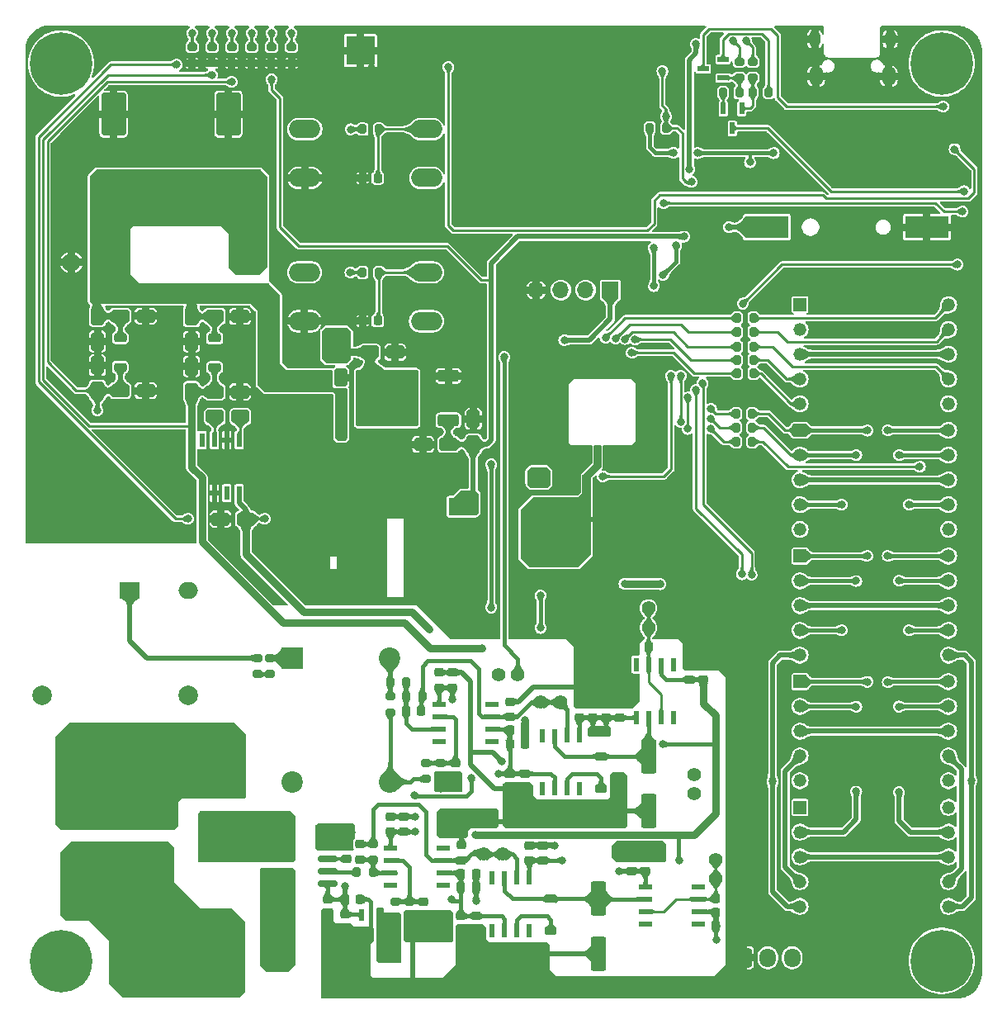
<source format=gbr>
%TF.GenerationSoftware,KiCad,Pcbnew,8.0.5*%
%TF.CreationDate,2024-11-25T17:26:56+07:00*%
%TF.ProjectId,MEASURE_POWER_AC,4d454153-5552-4455-9f50-4f5745525f41,rev?*%
%TF.SameCoordinates,Original*%
%TF.FileFunction,Copper,L2,Bot*%
%TF.FilePolarity,Positive*%
%FSLAX46Y46*%
G04 Gerber Fmt 4.6, Leading zero omitted, Abs format (unit mm)*
G04 Created by KiCad (PCBNEW 8.0.5) date 2024-11-25 17:26:56*
%MOMM*%
%LPD*%
G01*
G04 APERTURE LIST*
G04 Aperture macros list*
%AMRoundRect*
0 Rectangle with rounded corners*
0 $1 Rounding radius*
0 $2 $3 $4 $5 $6 $7 $8 $9 X,Y pos of 4 corners*
0 Add a 4 corners polygon primitive as box body*
4,1,4,$2,$3,$4,$5,$6,$7,$8,$9,$2,$3,0*
0 Add four circle primitives for the rounded corners*
1,1,$1+$1,$2,$3*
1,1,$1+$1,$4,$5*
1,1,$1+$1,$6,$7*
1,1,$1+$1,$8,$9*
0 Add four rect primitives between the rounded corners*
20,1,$1+$1,$2,$3,$4,$5,0*
20,1,$1+$1,$4,$5,$6,$7,0*
20,1,$1+$1,$6,$7,$8,$9,0*
20,1,$1+$1,$8,$9,$2,$3,0*%
%AMFreePoly0*
4,1,9,3.862500,-0.866500,0.737500,-0.866500,0.737500,-0.450000,-0.737500,-0.450000,-0.737500,0.450000,0.737500,0.450000,0.737500,0.866500,3.862500,0.866500,3.862500,-0.866500,3.862500,-0.866500,$1*%
G04 Aperture macros list end*
%TA.AperFunction,EtchedComponent*%
%ADD10C,0.000000*%
%TD*%
%TA.AperFunction,ComponentPad*%
%ADD11C,1.400000*%
%TD*%
%TA.AperFunction,ComponentPad*%
%ADD12R,1.320800X1.320800*%
%TD*%
%TA.AperFunction,ComponentPad*%
%ADD13C,1.320800*%
%TD*%
%TA.AperFunction,ComponentPad*%
%ADD14C,2.000000*%
%TD*%
%TA.AperFunction,ComponentPad*%
%ADD15O,1.650000X3.300000*%
%TD*%
%TA.AperFunction,ComponentPad*%
%ADD16R,2.000000X1.700000*%
%TD*%
%TA.AperFunction,ComponentPad*%
%ADD17O,2.000000X1.700000*%
%TD*%
%TA.AperFunction,ComponentPad*%
%ADD18C,0.800000*%
%TD*%
%TA.AperFunction,ComponentPad*%
%ADD19C,6.400000*%
%TD*%
%TA.AperFunction,ComponentPad*%
%ADD20C,0.300000*%
%TD*%
%TA.AperFunction,ComponentPad*%
%ADD21O,3.200000X1.900000*%
%TD*%
%TA.AperFunction,ComponentPad*%
%ADD22R,2.600000X2.600000*%
%TD*%
%TA.AperFunction,ComponentPad*%
%ADD23C,2.600000*%
%TD*%
%TA.AperFunction,ComponentPad*%
%ADD24RoundRect,0.250000X-0.600000X-0.725000X0.600000X-0.725000X0.600000X0.725000X-0.600000X0.725000X0*%
%TD*%
%TA.AperFunction,ComponentPad*%
%ADD25O,1.700000X1.950000*%
%TD*%
%TA.AperFunction,SMDPad,CuDef*%
%ADD26R,3.000000X3.000000*%
%TD*%
%TA.AperFunction,ComponentPad*%
%ADD27O,1.150000X1.800000*%
%TD*%
%TA.AperFunction,ComponentPad*%
%ADD28O,1.450000X2.000000*%
%TD*%
%TA.AperFunction,ComponentPad*%
%ADD29R,2.200000X2.200000*%
%TD*%
%TA.AperFunction,ComponentPad*%
%ADD30C,2.200000*%
%TD*%
%TA.AperFunction,ComponentPad*%
%ADD31R,1.700000X1.700000*%
%TD*%
%TA.AperFunction,ComponentPad*%
%ADD32O,1.700000X1.700000*%
%TD*%
%TA.AperFunction,SMDPad,CuDef*%
%ADD33RoundRect,0.225000X0.250000X-0.225000X0.250000X0.225000X-0.250000X0.225000X-0.250000X-0.225000X0*%
%TD*%
%TA.AperFunction,SMDPad,CuDef*%
%ADD34RoundRect,0.200000X-0.275000X0.200000X-0.275000X-0.200000X0.275000X-0.200000X0.275000X0.200000X0*%
%TD*%
%TA.AperFunction,SMDPad,CuDef*%
%ADD35RoundRect,0.225000X0.225000X0.250000X-0.225000X0.250000X-0.225000X-0.250000X0.225000X-0.250000X0*%
%TD*%
%TA.AperFunction,SMDPad,CuDef*%
%ADD36R,0.533400X1.168400*%
%TD*%
%TA.AperFunction,SMDPad,CuDef*%
%ADD37RoundRect,0.224400X-0.680600X-0.435600X0.680600X-0.435600X0.680600X0.435600X-0.680600X0.435600X0*%
%TD*%
%TA.AperFunction,SMDPad,CuDef*%
%ADD38RoundRect,0.224400X-0.435600X0.680600X-0.435600X-0.680600X0.435600X-0.680600X0.435600X0.680600X0*%
%TD*%
%TA.AperFunction,SMDPad,CuDef*%
%ADD39RoundRect,0.250000X1.000000X-1.950000X1.000000X1.950000X-1.000000X1.950000X-1.000000X-1.950000X0*%
%TD*%
%TA.AperFunction,SMDPad,CuDef*%
%ADD40RoundRect,0.200000X-0.200000X-0.275000X0.200000X-0.275000X0.200000X0.275000X-0.200000X0.275000X0*%
%TD*%
%TA.AperFunction,SMDPad,CuDef*%
%ADD41RoundRect,0.225000X-0.250000X0.225000X-0.250000X-0.225000X0.250000X-0.225000X0.250000X0.225000X0*%
%TD*%
%TA.AperFunction,SMDPad,CuDef*%
%ADD42R,1.460500X0.533400*%
%TD*%
%TA.AperFunction,SMDPad,CuDef*%
%ADD43RoundRect,0.225000X-0.225000X-0.250000X0.225000X-0.250000X0.225000X0.250000X-0.225000X0.250000X0*%
%TD*%
%TA.AperFunction,SMDPad,CuDef*%
%ADD44RoundRect,0.200000X0.275000X-0.200000X0.275000X0.200000X-0.275000X0.200000X-0.275000X-0.200000X0*%
%TD*%
%TA.AperFunction,SMDPad,CuDef*%
%ADD45C,0.500000*%
%TD*%
%TA.AperFunction,SMDPad,CuDef*%
%ADD46R,0.533400X1.460500*%
%TD*%
%TA.AperFunction,SMDPad,CuDef*%
%ADD47RoundRect,0.200000X0.200000X0.275000X-0.200000X0.275000X-0.200000X-0.275000X0.200000X-0.275000X0*%
%TD*%
%TA.AperFunction,SMDPad,CuDef*%
%ADD48RoundRect,0.225000X-0.425000X-0.225000X0.425000X-0.225000X0.425000X0.225000X-0.425000X0.225000X0*%
%TD*%
%TA.AperFunction,SMDPad,CuDef*%
%ADD49FreePoly0,0.000000*%
%TD*%
%TA.AperFunction,SMDPad,CuDef*%
%ADD50RoundRect,0.224400X0.680600X0.435600X-0.680600X0.435600X-0.680600X-0.435600X0.680600X-0.435600X0*%
%TD*%
%TA.AperFunction,SMDPad,CuDef*%
%ADD51RoundRect,0.224400X0.435600X-0.680600X0.435600X0.680600X-0.435600X0.680600X-0.435600X-0.680600X0*%
%TD*%
%TA.AperFunction,SMDPad,CuDef*%
%ADD52RoundRect,0.225000X0.375000X-0.225000X0.375000X0.225000X-0.375000X0.225000X-0.375000X-0.225000X0*%
%TD*%
%TA.AperFunction,SMDPad,CuDef*%
%ADD53RoundRect,0.250000X0.850000X0.350000X-0.850000X0.350000X-0.850000X-0.350000X0.850000X-0.350000X0*%
%TD*%
%TA.AperFunction,SMDPad,CuDef*%
%ADD54RoundRect,0.250000X1.275000X1.125000X-1.275000X1.125000X-1.275000X-1.125000X1.275000X-1.125000X0*%
%TD*%
%TA.AperFunction,SMDPad,CuDef*%
%ADD55RoundRect,0.249997X2.950003X2.650003X-2.950003X2.650003X-2.950003X-2.650003X2.950003X-2.650003X0*%
%TD*%
%TA.AperFunction,SMDPad,CuDef*%
%ADD56R,4.500000X2.300000*%
%TD*%
%TA.AperFunction,SMDPad,CuDef*%
%ADD57R,4.000000X4.500000*%
%TD*%
%TA.AperFunction,SMDPad,CuDef*%
%ADD58RoundRect,0.250000X-0.550000X1.500000X-0.550000X-1.500000X0.550000X-1.500000X0.550000X1.500000X0*%
%TD*%
%TA.AperFunction,SMDPad,CuDef*%
%ADD59RoundRect,0.150000X-0.825000X-0.150000X0.825000X-0.150000X0.825000X0.150000X-0.825000X0.150000X0*%
%TD*%
%TA.AperFunction,SMDPad,CuDef*%
%ADD60R,1.168400X0.533400*%
%TD*%
%TA.AperFunction,ViaPad*%
%ADD61C,0.800000*%
%TD*%
%TA.AperFunction,Conductor*%
%ADD62C,0.508000*%
%TD*%
%TA.AperFunction,Conductor*%
%ADD63C,0.381000*%
%TD*%
%TA.AperFunction,Conductor*%
%ADD64C,0.762000*%
%TD*%
%TA.AperFunction,Conductor*%
%ADD65C,0.254000*%
%TD*%
%TA.AperFunction,Conductor*%
%ADD66C,0.250000*%
%TD*%
%TA.AperFunction,Conductor*%
%ADD67C,1.016000*%
%TD*%
G04 APERTURE END LIST*
D10*
%TA.AperFunction,EtchedComponent*%
%TO.C,NT2*%
G36*
X220620400Y-119778400D02*
G01*
X220120400Y-119778400D01*
X220120400Y-118778400D01*
X220620400Y-118778400D01*
X220620400Y-119778400D01*
G37*
%TD.AperFunction*%
%TA.AperFunction,EtchedComponent*%
%TO.C,NT5*%
G36*
X243044600Y-105934350D02*
G01*
X242044600Y-105934350D01*
X242044600Y-105434350D01*
X243044600Y-105434350D01*
X243044600Y-105934350D01*
G37*
%TD.AperFunction*%
%TA.AperFunction,EtchedComponent*%
%TO.C,NT7*%
G36*
X233748200Y-93188600D02*
G01*
X232748200Y-93188600D01*
X232748200Y-92688600D01*
X233748200Y-92688600D01*
X233748200Y-93188600D01*
G37*
%TD.AperFunction*%
%TA.AperFunction,EtchedComponent*%
%TO.C,NT3*%
G36*
X229887400Y-107006200D02*
G01*
X228887400Y-107006200D01*
X228887400Y-106506200D01*
X229887400Y-106506200D01*
X229887400Y-107006200D01*
G37*
%TD.AperFunction*%
%TA.AperFunction,EtchedComponent*%
%TO.C,NT4*%
G36*
X234967400Y-120539350D02*
G01*
X233967400Y-120539350D01*
X233967400Y-120039350D01*
X234967400Y-120039350D01*
X234967400Y-120539350D01*
G37*
%TD.AperFunction*%
%TD*%
D11*
%TO.P,TP3,1,1*%
%TO.N,Peak_Current*%
X251472400Y-112633000D03*
X251472400Y-110633000D03*
%TD*%
%TO.P,TP2,1,1*%
%TO.N,Voltage_Sensor*%
X235492800Y-94538800D03*
X233492800Y-94538800D03*
%TD*%
D12*
%TO.P,D15,1,g*%
%TO.N,Net-(D15-g)*%
X260096400Y-53771000D03*
D13*
%TO.P,D15,2,f*%
%TO.N,Net-(D15-f)*%
X260096400Y-56311000D03*
%TO.P,D15,3,A*%
%TO.N,Net-(Q3-C)*%
X260096400Y-58851000D03*
%TO.P,D15,4,e*%
%TO.N,Net-(D15-e)*%
X260096400Y-61391000D03*
%TO.P,D15,5,d*%
%TO.N,Net-(D15-d)*%
X260096400Y-63931000D03*
%TO.P,D15,6,DP*%
%TO.N,Net-(D15-DP)*%
X275336400Y-63931000D03*
%TO.P,D15,7,c*%
%TO.N,Net-(D15-c)*%
X275336400Y-61391000D03*
%TO.P,D15,8,A*%
%TO.N,Net-(Q3-C)*%
X275336400Y-58851000D03*
%TO.P,D15,9,b*%
%TO.N,Net-(D15-b)*%
X275336400Y-56311000D03*
%TO.P,D15,10,a*%
%TO.N,Net-(D15-a)*%
X275336400Y-53771000D03*
%TD*%
D12*
%TO.P,D17,1,g*%
%TO.N,Net-(D15-g)*%
X260096400Y-79539300D03*
D13*
%TO.P,D17,2,f*%
%TO.N,Net-(D15-f)*%
X260096400Y-82079300D03*
%TO.P,D17,3,A*%
%TO.N,Net-(Q5-C)*%
X260096400Y-84619300D03*
%TO.P,D17,4,e*%
%TO.N,Net-(D15-e)*%
X260096400Y-87159300D03*
%TO.P,D17,5,d*%
%TO.N,Net-(D15-d)*%
X260096400Y-89699300D03*
%TO.P,D17,6,DP*%
%TO.N,Net-(D15-DP)*%
X275336400Y-89699300D03*
%TO.P,D17,7,c*%
%TO.N,Net-(D15-c)*%
X275336400Y-87159300D03*
%TO.P,D17,8,A*%
%TO.N,Net-(Q5-C)*%
X275336400Y-84619300D03*
%TO.P,D17,9,b*%
%TO.N,Net-(D15-b)*%
X275336400Y-82079300D03*
%TO.P,D17,10,a*%
%TO.N,Net-(D15-a)*%
X275336400Y-79539300D03*
%TD*%
D11*
%TO.P,TP6,1,1*%
%TO.N,Zero_Current*%
X249199400Y-103920800D03*
X249199400Y-101920800D03*
%TD*%
%TO.P,TP4,1,1*%
%TO.N,Peak_Voltage*%
X244551200Y-86877400D03*
X244551200Y-84877400D03*
%TD*%
D14*
%TO.P,C74,1*%
%TO.N,N_Voltage*%
X197354200Y-93798700D03*
%TO.P,C74,2*%
%TO.N,N_ACS*%
X182354400Y-93798700D03*
%TD*%
D12*
%TO.P,D16,1,g*%
%TO.N,Net-(D15-g)*%
X260096400Y-66655150D03*
D13*
%TO.P,D16,2,f*%
%TO.N,Net-(D15-f)*%
X260096400Y-69195150D03*
%TO.P,D16,3,A*%
%TO.N,Net-(Q4-C)*%
X260096400Y-71735150D03*
%TO.P,D16,4,e*%
%TO.N,Net-(D15-e)*%
X260096400Y-74275150D03*
%TO.P,D16,5,d*%
%TO.N,Net-(D15-d)*%
X260096400Y-76815150D03*
%TO.P,D16,6,DP*%
%TO.N,Net-(D15-DP)*%
X275336400Y-76815150D03*
%TO.P,D16,7,c*%
%TO.N,Net-(D15-c)*%
X275336400Y-74275150D03*
%TO.P,D16,8,A*%
%TO.N,Net-(Q4-C)*%
X275336400Y-71735150D03*
%TO.P,D16,9,b*%
%TO.N,Net-(D15-b)*%
X275336400Y-69195150D03*
%TO.P,D16,10,a*%
%TO.N,Net-(D15-a)*%
X275336400Y-66655150D03*
%TD*%
D15*
%TO.P,RV1,1*%
%TO.N,N_Voltage*%
X194691000Y-110678600D03*
%TO.P,RV1,2*%
%TO.N,Net-(J2-Pin_1)*%
X194691000Y-105678600D03*
%TD*%
D16*
%TO.P,PS1,1,AC/L*%
%TO.N,N_ACS*%
X191354200Y-83032600D03*
D17*
%TO.P,PS1,2,AC/N*%
%TO.N,N_Voltage*%
X197354200Y-83032600D03*
%TO.P,PS1,3,-Vout*%
%TO.N,GND*%
X185354200Y-49432600D03*
%TO.P,PS1,4,+Vout*%
%TO.N,+12V*%
X203354200Y-49432600D03*
%TD*%
D11*
%TO.P,TP1,1,1*%
%TO.N,Current_Sensor*%
X227625400Y-110109000D03*
X229625400Y-110109000D03*
%TD*%
D18*
%TO.P,H4,1*%
%TO.N,N/C*%
X272224800Y-29057600D03*
X272927744Y-27360544D03*
X272927744Y-30754656D03*
X274624800Y-26657600D03*
D19*
X274624800Y-29057600D03*
D18*
X274624800Y-31457600D03*
X276321856Y-27360544D03*
X276321856Y-30754656D03*
X277024800Y-29057600D03*
%TD*%
D20*
%TO.P,U2,39_10,GND*%
%TO.N,GND*%
X232076600Y-33165600D03*
%TO.P,U2,39_11,GND*%
X233476600Y-33165600D03*
%TO.P,U2,39_12,GND*%
X231376600Y-33865600D03*
%TO.P,U2,39_13,GND*%
X232776600Y-33865600D03*
%TO.P,U2,39_14,GND*%
X234176600Y-33865600D03*
%TO.P,U2,39_15,GND*%
X232076600Y-34565600D03*
%TO.P,U2,39_16,GND*%
X233476600Y-34565600D03*
%TO.P,U2,39_17,GND*%
X231376600Y-35265600D03*
%TO.P,U2,39_18,GND*%
X232776600Y-35265600D03*
%TO.P,U2,39_19,GND*%
X234176600Y-35265600D03*
%TO.P,U2,39_20,GND*%
X232076600Y-35965600D03*
%TO.P,U2,39_21,GND*%
X233476600Y-35965600D03*
%TD*%
D18*
%TO.P,H1,1*%
%TO.N,N/C*%
X272224800Y-121056400D03*
X272927744Y-119359344D03*
X272927744Y-122753456D03*
X274624800Y-118656400D03*
D19*
X274624800Y-121056400D03*
D18*
X274624800Y-123456400D03*
X276321856Y-119359344D03*
X276321856Y-122753456D03*
X277024800Y-121056400D03*
%TD*%
D21*
%TO.P,SW4,1,1*%
%TO.N,unconnected-(SW4-Pad1)*%
X209295400Y-35776400D03*
%TO.P,SW4,2,2*%
%TO.N,User1*%
X221795400Y-35776400D03*
%TO.P,SW4,3,3*%
%TO.N,GND*%
X209295400Y-40776400D03*
%TO.P,SW4,4,4*%
%TO.N,unconnected-(SW4-Pad4)*%
X221795400Y-40776400D03*
%TD*%
D12*
%TO.P,D19,1,g*%
%TO.N,Net-(D15-g)*%
X260096400Y-105307600D03*
D13*
%TO.P,D19,2,f*%
%TO.N,Net-(D15-f)*%
X260096400Y-107847600D03*
%TO.P,D19,3,A*%
%TO.N,Net-(Q7-C)*%
X260096400Y-110387600D03*
%TO.P,D19,4,e*%
%TO.N,Net-(D15-e)*%
X260096400Y-112927600D03*
%TO.P,D19,5,d*%
%TO.N,Net-(D15-d)*%
X260096400Y-115467600D03*
%TO.P,D19,6,DP*%
%TO.N,Net-(D15-DP)*%
X275336400Y-115467600D03*
%TO.P,D19,7,c*%
%TO.N,Net-(D15-c)*%
X275336400Y-112927600D03*
%TO.P,D19,8,A*%
%TO.N,Net-(Q7-C)*%
X275336400Y-110387600D03*
%TO.P,D19,9,b*%
%TO.N,Net-(D15-b)*%
X275336400Y-107847600D03*
%TO.P,D19,10,a*%
%TO.N,Net-(D15-a)*%
X275336400Y-105307600D03*
%TD*%
D21*
%TO.P,SW5,1,1*%
%TO.N,unconnected-(SW5-Pad1)*%
X209270000Y-50459000D03*
%TO.P,SW5,2,2*%
%TO.N,User2*%
X221770000Y-50459000D03*
%TO.P,SW5,3,3*%
%TO.N,GND*%
X209270000Y-55459000D03*
%TO.P,SW5,4,4*%
%TO.N,unconnected-(SW5-Pad4)*%
X221770000Y-55459000D03*
%TD*%
D22*
%TO.P,J2,1,Pin_1*%
%TO.N,Net-(J2-Pin_1)*%
X185724600Y-105811400D03*
D23*
%TO.P,J2,2,Pin_2*%
%TO.N,N_Voltage*%
X185724600Y-110891400D03*
%TD*%
D18*
%TO.P,H2,1*%
%TO.N,N/C*%
X181902400Y-121056400D03*
X182605344Y-119359344D03*
X182605344Y-122753456D03*
X184302400Y-118656400D03*
D19*
X184302400Y-121056400D03*
D18*
X184302400Y-123456400D03*
X185999456Y-119359344D03*
X185999456Y-122753456D03*
X186702400Y-121056400D03*
%TD*%
%TO.P,H3,1*%
%TO.N,N/C*%
X181902400Y-29057600D03*
X182605344Y-27360544D03*
X182605344Y-30754656D03*
X184302400Y-26657600D03*
D19*
X184302400Y-29057600D03*
D18*
X184302400Y-31457600D03*
X185999456Y-27360544D03*
X185999456Y-30754656D03*
X186702400Y-29057600D03*
%TD*%
D24*
%TO.P,J3,1,Pin_1*%
%TO.N,GND*%
X254294000Y-120726200D03*
D25*
%TO.P,J3,2,Pin_2*%
%TO.N,U3TXD*%
X256794000Y-120726200D03*
%TO.P,J3,3,Pin_3*%
%TO.N,U3RXD*%
X259294000Y-120726200D03*
%TD*%
D26*
%TO.P,TP9,1,1*%
%TO.N,GND*%
X215011000Y-27711400D03*
%TD*%
D12*
%TO.P,D18,1,g*%
%TO.N,Net-(D15-g)*%
X260096400Y-92423450D03*
D13*
%TO.P,D18,2,f*%
%TO.N,Net-(D15-f)*%
X260096400Y-94963450D03*
%TO.P,D18,3,A*%
%TO.N,Net-(Q6-C)*%
X260096400Y-97503450D03*
%TO.P,D18,4,e*%
%TO.N,Net-(D15-e)*%
X260096400Y-100043450D03*
%TO.P,D18,5,d*%
%TO.N,Net-(D15-d)*%
X260096400Y-102583450D03*
%TO.P,D18,6,DP*%
%TO.N,Net-(D15-DP)*%
X275336400Y-102583450D03*
%TO.P,D18,7,c*%
%TO.N,Net-(D15-c)*%
X275336400Y-100043450D03*
%TO.P,D18,8,A*%
%TO.N,Net-(Q6-C)*%
X275336400Y-97503450D03*
%TO.P,D18,9,b*%
%TO.N,Net-(D15-b)*%
X275336400Y-94963450D03*
%TO.P,D18,10,a*%
%TO.N,Net-(D15-a)*%
X275336400Y-92423450D03*
%TD*%
D11*
%TO.P,TP5,1,1*%
%TO.N,Zero_Voltage*%
X229149400Y-91694000D03*
X231149400Y-91694000D03*
%TD*%
D27*
%TO.P,J5,6,Shield*%
%TO.N,GND*%
X269355800Y-26548800D03*
D28*
X269205800Y-30348800D03*
X261755800Y-30348800D03*
D27*
X261605800Y-26548800D03*
%TD*%
D29*
%TO.P,TR1,1*%
%TO.N,Net-(R21-Pad2)*%
X208033600Y-89992200D03*
D30*
%TO.P,TR1,2*%
%TO.N,N_Voltage*%
X208033600Y-102692200D03*
%TO.P,TR1,3*%
%TO.N,Net-(R22-Pad1)*%
X218033600Y-102692200D03*
%TO.P,TR1,4*%
%TO.N,Net-(R22-Pad2)*%
X218033600Y-89992200D03*
%TD*%
D31*
%TO.P,J1,1,Pin_1*%
%TO.N,+3V3*%
X240642201Y-52273200D03*
D32*
%TO.P,J1,2,Pin_2*%
%TO.N,/STM32/SWDIO*%
X238102201Y-52273200D03*
%TO.P,J1,3,Pin_3*%
%TO.N,/STM32/SWCLK*%
X235562201Y-52273200D03*
%TO.P,J1,4,Pin_4*%
%TO.N,GND*%
X233022201Y-52273200D03*
%TD*%
D22*
%TO.P,J4,1,Pin_1*%
%TO.N,N_Voltage*%
X201396600Y-120446800D03*
D23*
%TO.P,J4,2,Pin_2*%
%TO.N,P_ACS*%
X206476600Y-120446800D03*
%TD*%
D33*
%TO.P,C25,1*%
%TO.N,GND*%
X211618600Y-116268800D03*
%TO.P,C25,2*%
%TO.N,+5V_2*%
X211618600Y-114718800D03*
%TD*%
D34*
%TO.P,R68,1*%
%TO.N,Net-(D26-K)*%
X207941280Y-27344000D03*
%TO.P,R68,2*%
%TO.N,GND*%
X207941280Y-28994000D03*
%TD*%
D35*
%TO.P,C26,1*%
%TO.N,GND*%
X214973200Y-114718800D03*
%TO.P,C26,2*%
%TO.N,+5V_2*%
X213423200Y-114718800D03*
%TD*%
D36*
%TO.P,Q9,1,B*%
%TO.N,Net-(Q9-B)*%
X252213600Y-33655000D03*
%TO.P,Q9,2,E*%
%TO.N,DIR*%
X254113602Y-33655000D03*
%TO.P,Q9,3,C*%
%TO.N,FLASH*%
X253163601Y-35687000D03*
%TD*%
D37*
%TO.P,C89,1*%
%TO.N,+5V_2*%
X190378800Y-62582400D03*
%TO.P,C89,2*%
%TO.N,GND*%
X192978800Y-62582400D03*
%TD*%
D38*
%TO.P,C83,1*%
%TO.N,+3V3*%
X212995300Y-58639500D03*
%TO.P,C83,2*%
%TO.N,GND*%
X212995300Y-61239500D03*
%TD*%
D39*
%TO.P,C94,1*%
%TO.N,+12V*%
X189687200Y-42630200D03*
%TO.P,C94,2*%
%TO.N,GND*%
X189687200Y-34230200D03*
%TD*%
D33*
%TO.P,C32,1*%
%TO.N,Net-(U4--)*%
X214934800Y-110630000D03*
%TO.P,C32,2*%
%TO.N,Current_Sensor*%
X214934800Y-109080000D03*
%TD*%
D36*
%TO.P,U5,1,VIN*%
%TO.N,+5V_2*%
X215076999Y-116332000D03*
%TO.P,U5,2,VOUT*%
%TO.N,+2V5*%
X216977001Y-116332000D03*
%TO.P,U5,3,VSS*%
%TO.N,GND*%
X216027000Y-118364000D03*
%TD*%
D40*
%TO.P,R23,1*%
%TO.N,Net-(R22-Pad2)*%
X218040700Y-92444200D03*
%TO.P,R23,2*%
%TO.N,Net-(U6--)*%
X219690700Y-92444200D03*
%TD*%
D37*
%TO.P,C87,1*%
%TO.N,+12V*%
X190378800Y-54945150D03*
%TO.P,C87,2*%
%TO.N,GND*%
X192978800Y-54945150D03*
%TD*%
D41*
%TO.P,C40,1*%
%TO.N,Net-(U6-+)*%
X224764600Y-100748800D03*
%TO.P,C40,2*%
%TO.N,GNDA*%
X224764600Y-102298800D03*
%TD*%
D42*
%TO.P,U6,1,VOS*%
%TO.N,unconnected-(U6-VOS-Pad1)*%
X223062800Y-98552000D03*
%TO.P,U6,2,-*%
%TO.N,Net-(U6--)*%
X223062800Y-97282000D03*
%TO.P,U6,3,+*%
%TO.N,Net-(U6-+)*%
X223062800Y-96012000D03*
%TO.P,U6,4,V-*%
%TO.N,-9V*%
X223062800Y-94742000D03*
%TO.P,U6,5,NC*%
%TO.N,unconnected-(U6-NC-Pad5)*%
X228511100Y-94742000D03*
%TO.P,U6,6*%
%TO.N,Voltage_Sensor*%
X228511100Y-96012000D03*
%TO.P,U6,7,V+*%
%TO.N,+9V*%
X228511100Y-97282000D03*
%TO.P,U6,8,VOS*%
%TO.N,unconnected-(U6-VOS-Pad8)*%
X228511100Y-98552000D03*
%TD*%
D43*
%TO.P,C42,1*%
%TO.N,Net-(U6--)*%
X219690700Y-95427800D03*
%TO.P,C42,2*%
%TO.N,Voltage_Sensor*%
X221240700Y-95427800D03*
%TD*%
D37*
%TO.P,C75,1*%
%TO.N,+9V*%
X200041200Y-62712600D03*
%TO.P,C75,2*%
%TO.N,GND*%
X202641200Y-62712600D03*
%TD*%
D44*
%TO.P,R24,1*%
%TO.N,Net-(R22-Pad1)*%
X221679400Y-102398800D03*
%TO.P,R24,2*%
%TO.N,Net-(U6-+)*%
X221679400Y-100748800D03*
%TD*%
D45*
%TO.P,NT2,1,1*%
%TO.N,GNDA*%
X220370400Y-118778400D03*
%TO.P,NT2,2,2*%
%TO.N,GND*%
X220370400Y-119778400D03*
%TD*%
D34*
%TO.P,R60,1*%
%TO.N,Net-(U18-~{RTS})*%
X253863600Y-28875802D03*
%TO.P,R60,2*%
%TO.N,RTS*%
X253863600Y-30525802D03*
%TD*%
%TO.P,R63,1*%
%TO.N,Net-(D21-K)*%
X203841720Y-27344000D03*
%TO.P,R63,2*%
%TO.N,GND*%
X203841720Y-28994000D03*
%TD*%
D46*
%TO.P,U8,1,VOS*%
%TO.N,unconnected-(U8-VOS-Pad1)*%
X228523800Y-112541050D03*
%TO.P,U8,2,-*%
%TO.N,Net-(D5-K)*%
X229793800Y-112541050D03*
%TO.P,U8,3,+*%
%TO.N,Current_Sensor*%
X231063800Y-112541050D03*
%TO.P,U8,4,V-*%
%TO.N,-9V*%
X232333800Y-112541050D03*
%TO.P,U8,5,NC*%
%TO.N,unconnected-(U8-NC-Pad5)*%
X232333800Y-117989350D03*
%TO.P,U8,6*%
%TO.N,Net-(D5-A)*%
X231063800Y-117989350D03*
%TO.P,U8,7,V+*%
%TO.N,+9V*%
X229793800Y-117989350D03*
%TO.P,U8,8,VOS*%
%TO.N,unconnected-(U8-VOS-Pad8)*%
X228523800Y-117989350D03*
%TD*%
D45*
%TO.P,NT5,1,1*%
%TO.N,GNDA*%
X243044600Y-105684350D03*
%TO.P,NT5,2,2*%
%TO.N,GND*%
X242044600Y-105684350D03*
%TD*%
D34*
%TO.P,R64,1*%
%TO.N,Net-(D22-K)*%
X199771000Y-27344000D03*
%TO.P,R64,2*%
%TO.N,GND*%
X199771000Y-28994000D03*
%TD*%
D41*
%TO.P,C34,1*%
%TO.N,GNDA*%
X225323400Y-109182200D03*
%TO.P,C34,2*%
%TO.N,Current_Sensor*%
X225323400Y-110732200D03*
%TD*%
D40*
%TO.P,R26,1*%
%TO.N,Net-(U6--)*%
X219690700Y-93892000D03*
%TO.P,R26,2*%
%TO.N,Voltage_Sensor*%
X221340700Y-93892000D03*
%TD*%
D47*
%TO.P,R56,1*%
%TO.N,DS3231_SCL*%
X246341000Y-35673400D03*
%TO.P,R56,2*%
%TO.N,+3V3*%
X244691000Y-35673400D03*
%TD*%
D39*
%TO.P,C95,1*%
%TO.N,+12V*%
X201472800Y-42630200D03*
%TO.P,C95,2*%
%TO.N,GND*%
X201472800Y-34230200D03*
%TD*%
D33*
%TO.P,C53,1*%
%TO.N,-9V*%
X237464600Y-96101200D03*
%TO.P,C53,2*%
%TO.N,GND*%
X237464600Y-94551200D03*
%TD*%
D37*
%TO.P,C85,1*%
%TO.N,+3V3*%
X215980200Y-58639500D03*
%TO.P,C85,2*%
%TO.N,GND*%
X218580200Y-58639500D03*
%TD*%
D45*
%TO.P,NT7,2,2*%
%TO.N,GND*%
X233748200Y-92938600D03*
%TO.P,NT7,1,1*%
%TO.N,GNDA*%
X232748200Y-92938600D03*
%TD*%
D44*
%TO.P,R22,1*%
%TO.N,Net-(R22-Pad1)*%
X218040700Y-95580200D03*
%TO.P,R22,2*%
%TO.N,Net-(R22-Pad2)*%
X218040700Y-93930200D03*
%TD*%
D41*
%TO.P,C33,1*%
%TO.N,Net-(U4-+)*%
X221488000Y-114947800D03*
%TO.P,C33,2*%
%TO.N,GNDA*%
X221488000Y-116497800D03*
%TD*%
D48*
%TO.P,U12,1,OUT*%
%TO.N,+9V*%
X200041200Y-60202600D03*
D49*
%TO.P,U12,2,GND*%
%TO.N,GND*%
X200128700Y-58702600D03*
D48*
%TO.P,U12,3,IN*%
%TO.N,+12V*%
X200041200Y-57202600D03*
%TD*%
D50*
%TO.P,C35,1*%
%TO.N,+2V5*%
X217615301Y-120460900D03*
%TO.P,C35,2*%
%TO.N,GND*%
X215015301Y-120460900D03*
%TD*%
D34*
%TO.P,R19,1*%
%TO.N,Net-(U4-+)*%
X220047000Y-114947800D03*
%TO.P,R19,2*%
%TO.N,GNDA*%
X220047000Y-116597800D03*
%TD*%
D51*
%TO.P,C79,1*%
%TO.N,+5V_1*%
X226581500Y-68091100D03*
%TO.P,C79,2*%
%TO.N,GND*%
X226581500Y-65491100D03*
%TD*%
D43*
%TO.P,C24,1*%
%TO.N,GND*%
X215226400Y-55397400D03*
%TO.P,C24,2*%
%TO.N,User2*%
X216776400Y-55397400D03*
%TD*%
D33*
%TO.P,C31,1*%
%TO.N,-9V*%
X218084400Y-107810600D03*
%TO.P,C31,2*%
%TO.N,GND*%
X218084400Y-106260600D03*
%TD*%
D40*
%TO.P,R47,1*%
%TO.N,Segment_C*%
X253658000Y-58078000D03*
%TO.P,R47,2*%
%TO.N,Net-(D15-c)*%
X255308000Y-58078000D03*
%TD*%
D34*
%TO.P,R59,1*%
%TO.N,Net-(U18-~{DTR})*%
X255235200Y-28875802D03*
%TO.P,R59,2*%
%TO.N,DIR*%
X255235200Y-30525802D03*
%TD*%
D52*
%TO.P,D4,1,A*%
%TO.N,Net-(D4-A)*%
X239699800Y-103384350D03*
%TO.P,D4,2,K*%
%TO.N,Net-(D4-K)*%
X239699800Y-100084350D03*
%TD*%
D33*
%TO.P,C30,1*%
%TO.N,-9V*%
X219456000Y-107810600D03*
%TO.P,C30,2*%
%TO.N,GND*%
X219456000Y-106260600D03*
%TD*%
D46*
%TO.P,U9,1,VOS*%
%TO.N,unconnected-(U9-VOS-Pad1)*%
X247091200Y-96101200D03*
%TO.P,U9,2,-*%
%TO.N,Peak_Voltage*%
X245821200Y-96101200D03*
%TO.P,U9,3,+*%
%TO.N,Net-(D4-K)*%
X244551200Y-96101200D03*
%TO.P,U9,4,V-*%
%TO.N,-9V*%
X243281200Y-96101200D03*
%TO.P,U9,5,NC*%
%TO.N,unconnected-(U9-NC-Pad5)*%
X243281200Y-90652900D03*
%TO.P,U9,6*%
%TO.N,Peak_Voltage*%
X244551200Y-90652900D03*
%TO.P,U9,7,V+*%
%TO.N,+9V*%
X245821200Y-90652900D03*
%TO.P,U9,8,VOS*%
%TO.N,unconnected-(U9-VOS-Pad8)*%
X247091200Y-90652900D03*
%TD*%
D44*
%TO.P,R17,1*%
%TO.N,+2V5*%
X218606000Y-116597800D03*
%TO.P,R17,2*%
%TO.N,Net-(U4-+)*%
X218606000Y-114947800D03*
%TD*%
D33*
%TO.P,C56,1*%
%TO.N,GND*%
X225310400Y-117989350D03*
%TO.P,C56,2*%
%TO.N,+9V*%
X225310400Y-116439350D03*
%TD*%
D40*
%TO.P,R50,1*%
%TO.N,Segment_DP*%
X253531000Y-67806200D03*
%TO.P,R50,2*%
%TO.N,Net-(D15-DP)*%
X255181000Y-67806200D03*
%TD*%
D53*
%TO.P,U14,1,GND*%
%TO.N,GND*%
X224030200Y-61066600D03*
D54*
%TO.P,U14,2,OUT*%
%TO.N,+3V3*%
X219405200Y-64871600D03*
X219405200Y-61821600D03*
D55*
X217730200Y-63346600D03*
D54*
X216055200Y-64871600D03*
X216055200Y-61821600D03*
D53*
%TO.P,U14,3,INPUT*%
%TO.N,+5V_1*%
X224030200Y-65626600D03*
%TD*%
D40*
%TO.P,R16,1*%
%TO.N,Net-(U3-VIOUT)*%
X214644600Y-111976800D03*
%TO.P,R16,2*%
%TO.N,Net-(U4--)*%
X216294600Y-111976800D03*
%TD*%
D33*
%TO.P,C63,1*%
%TO.N,-9V*%
X232333800Y-110744000D03*
%TO.P,C63,2*%
%TO.N,GND*%
X232333800Y-109194000D03*
%TD*%
D56*
%TO.P,BT1,1,+*%
%TO.N,Net-(BT1-+)*%
X256696600Y-45821600D03*
%TO.P,BT1,2,-*%
%TO.N,GND*%
X273096600Y-45821600D03*
%TD*%
D33*
%TO.P,C61,1*%
%TO.N,-9V*%
X233705400Y-110744000D03*
%TO.P,C61,2*%
%TO.N,GND*%
X233705400Y-109194000D03*
%TD*%
%TO.P,C36,1*%
%TO.N,GND*%
X213423200Y-117818800D03*
%TO.P,C36,2*%
%TO.N,+5V_2*%
X213423200Y-116268800D03*
%TD*%
D37*
%TO.P,C91,1*%
%TO.N,Net-(U16-CAP+)*%
X200077600Y-65238500D03*
%TO.P,C91,2*%
%TO.N,Net-(U16-CAP-)*%
X202677600Y-65238500D03*
%TD*%
D42*
%TO.P,U4,1,VOS*%
%TO.N,unconnected-(U4-VOS-Pad1)*%
X218084400Y-113272200D03*
%TO.P,U4,2,-*%
%TO.N,Net-(U4--)*%
X218084400Y-112002200D03*
%TO.P,U4,3,+*%
%TO.N,Net-(U4-+)*%
X218084400Y-110732200D03*
%TO.P,U4,4,V-*%
%TO.N,-9V*%
X218084400Y-109462200D03*
%TO.P,U4,5,NC*%
%TO.N,unconnected-(U4-NC-Pad5)*%
X223532700Y-109462200D03*
%TO.P,U4,6*%
%TO.N,Current_Sensor*%
X223532700Y-110732200D03*
%TO.P,U4,7,V+*%
%TO.N,+9V*%
X223532700Y-112002200D03*
%TO.P,U4,8,VOS*%
%TO.N,unconnected-(U4-VOS-Pad8)*%
X223532700Y-113272200D03*
%TD*%
D34*
%TO.P,R67,1*%
%TO.N,Net-(D25-A)*%
X197730480Y-27344000D03*
%TO.P,R67,2*%
%TO.N,GND*%
X197730480Y-28994000D03*
%TD*%
D40*
%TO.P,R44,1*%
%TO.N,Segment_E*%
X253658000Y-59424200D03*
%TO.P,R44,2*%
%TO.N,Net-(D15-e)*%
X255308000Y-59424200D03*
%TD*%
D51*
%TO.P,C90,1*%
%TO.N,+5V_2*%
X188024900Y-62582400D03*
%TO.P,C90,2*%
%TO.N,GND*%
X188024900Y-59982400D03*
%TD*%
D37*
%TO.P,C96,1*%
%TO.N,GND*%
X200661800Y-75754100D03*
%TO.P,C96,2*%
%TO.N,-9V*%
X203261800Y-75754100D03*
%TD*%
D33*
%TO.P,C41,1*%
%TO.N,-9V*%
X223062800Y-93027800D03*
%TO.P,C41,2*%
%TO.N,GND*%
X223062800Y-91477800D03*
%TD*%
D47*
%TO.P,R14,1*%
%TO.N,User1*%
X216876400Y-35776400D03*
%TO.P,R14,2*%
%TO.N,+3V3*%
X215226400Y-35776400D03*
%TD*%
D46*
%TO.P,U16,1,TEST*%
%TO.N,unconnected-(U16-TEST-Pad1)*%
X198755000Y-67633850D03*
%TO.P,U16,2,CAP+*%
%TO.N,Net-(U16-CAP+)*%
X200025000Y-67633850D03*
%TO.P,U16,3,GND*%
%TO.N,GND*%
X201295000Y-67633850D03*
%TO.P,U16,4,CAP-*%
%TO.N,Net-(U16-CAP-)*%
X202565000Y-67633850D03*
%TO.P,U16,5,VOUT*%
%TO.N,-9V*%
X202565000Y-73082150D03*
%TO.P,U16,6,LV*%
%TO.N,unconnected-(U16-LV-Pad6)*%
X201295000Y-73082150D03*
%TO.P,U16,7,OSC*%
%TO.N,GND*%
X200025000Y-73082150D03*
%TO.P,U16,8,V+*%
%TO.N,+9V*%
X198755000Y-73082150D03*
%TD*%
D35*
%TO.P,C37,1*%
%TO.N,GND*%
X231864200Y-98780600D03*
%TO.P,C37,2*%
%TO.N,+9V*%
X230314200Y-98780600D03*
%TD*%
%TO.P,C28,1*%
%TO.N,GND*%
X226860400Y-113461800D03*
%TO.P,C28,2*%
%TO.N,+9V*%
X225310400Y-113461800D03*
%TD*%
D33*
%TO.P,C62,1*%
%TO.N,-9V*%
X244221000Y-111823800D03*
%TO.P,C62,2*%
%TO.N,GND*%
X244221000Y-110273800D03*
%TD*%
%TO.P,C49,1*%
%TO.N,-9V*%
X240207800Y-96101200D03*
%TO.P,C49,2*%
%TO.N,GND*%
X240207800Y-94551200D03*
%TD*%
D57*
%TO.P,F1,1*%
%TO.N,Net-(J2-Pin_1)*%
X201066400Y-101941600D03*
%TO.P,F1,2*%
%TO.N,N_ACS*%
X201066400Y-108641600D03*
%TD*%
D35*
%TO.P,C29,1*%
%TO.N,GND*%
X226860400Y-112090200D03*
%TO.P,C29,2*%
%TO.N,+9V*%
X225310400Y-112090200D03*
%TD*%
%TO.P,C57,1*%
%TO.N,GND*%
X253022400Y-116052600D03*
%TO.P,C57,2*%
%TO.N,+9V*%
X251472400Y-116052600D03*
%TD*%
D47*
%TO.P,R62,1*%
%TO.N,RTS*%
X253863600Y-32015800D03*
%TO.P,R62,2*%
%TO.N,Net-(Q9-B)*%
X252213600Y-32015800D03*
%TD*%
D46*
%TO.P,U7,1,VOS*%
%TO.N,unconnected-(U7-VOS-Pad1)*%
X233654600Y-97936050D03*
%TO.P,U7,2,-*%
%TO.N,Net-(D4-K)*%
X234924600Y-97936050D03*
%TO.P,U7,3,+*%
%TO.N,Voltage_Sensor*%
X236194600Y-97936050D03*
%TO.P,U7,4,V-*%
%TO.N,-9V*%
X237464600Y-97936050D03*
%TO.P,U7,5,NC*%
%TO.N,unconnected-(U7-NC-Pad5)*%
X237464600Y-103384350D03*
%TO.P,U7,6*%
%TO.N,Net-(D4-A)*%
X236194600Y-103384350D03*
%TO.P,U7,7,V+*%
%TO.N,+9V*%
X234924600Y-103384350D03*
%TO.P,U7,8,VOS*%
%TO.N,unconnected-(U7-VOS-Pad8)*%
X233654600Y-103384350D03*
%TD*%
D44*
%TO.P,R21,1*%
%TO.N,Net-(R20-Pad2)*%
X205753600Y-91653100D03*
%TO.P,R21,2*%
%TO.N,Net-(R21-Pad2)*%
X205753600Y-90003100D03*
%TD*%
D58*
%TO.P,C50,1*%
%TO.N,Net-(D4-K)*%
X244551200Y-100084350D03*
%TO.P,C50,2*%
%TO.N,GNDA*%
X244551200Y-105684350D03*
%TD*%
D40*
%TO.P,R46,1*%
%TO.N,Segment_F*%
X253531000Y-66358400D03*
%TO.P,R46,2*%
%TO.N,Net-(D15-f)*%
X255181000Y-66358400D03*
%TD*%
D33*
%TO.P,C60,1*%
%TO.N,-9V*%
X242824000Y-111823800D03*
%TO.P,C60,2*%
%TO.N,GND*%
X242824000Y-110273800D03*
%TD*%
%TO.P,C46,1*%
%TO.N,GND*%
X230314200Y-103384350D03*
%TO.P,C46,2*%
%TO.N,+9V*%
X230314200Y-101834350D03*
%TD*%
D44*
%TO.P,R18,1*%
%TO.N,Net-(U4--)*%
X216294600Y-110679600D03*
%TO.P,R18,2*%
%TO.N,Current_Sensor*%
X216294600Y-109029600D03*
%TD*%
D38*
%TO.P,C84,1*%
%TO.N,+12V*%
X188024900Y-54945150D03*
%TO.P,C84,2*%
%TO.N,GND*%
X188024900Y-57545150D03*
%TD*%
D33*
%TO.P,C48,1*%
%TO.N,-9V*%
X241579400Y-96101200D03*
%TO.P,C48,2*%
%TO.N,GND*%
X241579400Y-94551200D03*
%TD*%
D43*
%TO.P,C54,1*%
%TO.N,GND*%
X243001200Y-88849200D03*
%TO.P,C54,2*%
%TO.N,Peak_Voltage*%
X244551200Y-88849200D03*
%TD*%
D34*
%TO.P,R66,1*%
%TO.N,Net-(D24-K)*%
X201804640Y-27344000D03*
%TO.P,R66,2*%
%TO.N,GND*%
X201804640Y-28994000D03*
%TD*%
D50*
%TO.P,C81,1*%
%TO.N,+5V_1*%
X224030200Y-68091100D03*
%TO.P,C81,2*%
%TO.N,GND*%
X221430200Y-68091100D03*
%TD*%
D41*
%TO.P,C27,1*%
%TO.N,GNDA*%
X213563200Y-109054600D03*
%TO.P,C27,2*%
%TO.N,Net-(U3-FILTER)*%
X213563200Y-110604600D03*
%TD*%
D37*
%TO.P,C73,1*%
%TO.N,+12V*%
X200041200Y-54973750D03*
%TO.P,C73,2*%
%TO.N,GND*%
X202641200Y-54973750D03*
%TD*%
D33*
%TO.P,C52,1*%
%TO.N,-9V*%
X238836200Y-96101200D03*
%TO.P,C52,2*%
%TO.N,GND*%
X238836200Y-94551200D03*
%TD*%
D43*
%TO.P,C23,1*%
%TO.N,GND*%
X215226400Y-40792400D03*
%TO.P,C23,2*%
%TO.N,User1*%
X216776400Y-40792400D03*
%TD*%
D40*
%TO.P,R49,1*%
%TO.N,Segment_D*%
X253658000Y-60821200D03*
%TO.P,R49,2*%
%TO.N,Net-(D15-d)*%
X255308000Y-60821200D03*
%TD*%
D33*
%TO.P,C39,1*%
%TO.N,-9V*%
X224434400Y-93027800D03*
%TO.P,C39,2*%
%TO.N,GND*%
X224434400Y-91477800D03*
%TD*%
D34*
%TO.P,R25,1*%
%TO.N,Net-(U6-+)*%
X223222000Y-100748800D03*
%TO.P,R25,2*%
%TO.N,GNDA*%
X223222000Y-102398800D03*
%TD*%
D40*
%TO.P,R45,1*%
%TO.N,Segment_B*%
X253658000Y-56579400D03*
%TO.P,R45,2*%
%TO.N,Net-(D15-b)*%
X255308000Y-56579400D03*
%TD*%
D34*
%TO.P,R65,1*%
%TO.N,Net-(D23-K)*%
X205878800Y-27344000D03*
%TO.P,R65,2*%
%TO.N,GND*%
X205878800Y-28994000D03*
%TD*%
D59*
%TO.P,U3,1,IP+*%
%TO.N,P_ACS*%
X206668600Y-113131600D03*
%TO.P,U3,2,IP+*%
X206668600Y-111861600D03*
%TO.P,U3,3,IP-*%
%TO.N,N_ACS*%
X206668600Y-110591600D03*
%TO.P,U3,4,IP-*%
X206668600Y-109321600D03*
%TO.P,U3,5,GND*%
%TO.N,GNDA*%
X211618600Y-109321600D03*
%TO.P,U3,6,FILTER*%
%TO.N,Net-(U3-FILTER)*%
X211618600Y-110591600D03*
%TO.P,U3,7,VIOUT*%
%TO.N,Net-(U3-VIOUT)*%
X211618600Y-111861600D03*
%TO.P,U3,8,VCC*%
%TO.N,+5V_2*%
X211618600Y-113131600D03*
%TD*%
D58*
%TO.P,C51,1*%
%TO.N,Net-(D5-K)*%
X239420400Y-114689350D03*
%TO.P,C51,2*%
%TO.N,GNDA*%
X239420400Y-120289350D03*
%TD*%
D38*
%TO.P,C71,1*%
%TO.N,+12V*%
X197687300Y-54973750D03*
%TO.P,C71,2*%
%TO.N,GND*%
X197687300Y-57573750D03*
%TD*%
D35*
%TO.P,C38,1*%
%TO.N,GND*%
X231864200Y-97409000D03*
%TO.P,C38,2*%
%TO.N,+9V*%
X230314200Y-97409000D03*
%TD*%
D41*
%TO.P,C43,1*%
%TO.N,GNDA*%
X230327200Y-94462000D03*
%TO.P,C43,2*%
%TO.N,Voltage_Sensor*%
X230327200Y-96012000D03*
%TD*%
D40*
%TO.P,R43,1*%
%TO.N,Segment_A*%
X253658000Y-55157000D03*
%TO.P,R43,2*%
%TO.N,Net-(D15-a)*%
X255308000Y-55157000D03*
%TD*%
%TO.P,R61,1*%
%TO.N,DIR*%
X255235200Y-31992200D03*
%TO.P,R61,2*%
%TO.N,Net-(Q8-B)*%
X256885200Y-31992200D03*
%TD*%
D41*
%TO.P,C44,1*%
%TO.N,GND*%
X250190000Y-90652900D03*
%TO.P,C44,2*%
%TO.N,+9V*%
X250190000Y-92202900D03*
%TD*%
D35*
%TO.P,C55,1*%
%TO.N,GND*%
X253022400Y-114655600D03*
%TO.P,C55,2*%
%TO.N,Peak_Current*%
X251472400Y-114655600D03*
%TD*%
D41*
%TO.P,C45,1*%
%TO.N,GND*%
X248767600Y-90652900D03*
%TO.P,C45,2*%
%TO.N,+9V*%
X248767600Y-92202900D03*
%TD*%
D51*
%TO.P,C76,1*%
%TO.N,+9V*%
X197687300Y-62712600D03*
%TO.P,C76,2*%
%TO.N,GND*%
X197687300Y-60112600D03*
%TD*%
D33*
%TO.P,C47,1*%
%TO.N,GND*%
X231864200Y-103384350D03*
%TO.P,C47,2*%
%TO.N,+9V*%
X231864200Y-101834350D03*
%TD*%
D45*
%TO.P,NT3,1,1*%
%TO.N,GNDA*%
X228887400Y-106756200D03*
%TO.P,NT3,2,2*%
%TO.N,GND*%
X229887400Y-106756200D03*
%TD*%
D35*
%TO.P,C59,1*%
%TO.N,GND*%
X253022400Y-117424200D03*
%TO.P,C59,2*%
%TO.N,+9V*%
X251472400Y-117424200D03*
%TD*%
D45*
%TO.P,NT4,1,1*%
%TO.N,GNDA*%
X234967400Y-120289350D03*
%TO.P,NT4,2,2*%
%TO.N,GND*%
X233967400Y-120289350D03*
%TD*%
D48*
%TO.P,U15,1,OUT*%
%TO.N,+5V_2*%
X190378800Y-60174000D03*
D49*
%TO.P,U15,2,GND*%
%TO.N,GND*%
X190466300Y-58674000D03*
D48*
%TO.P,U15,3,IN*%
%TO.N,+12V*%
X190378800Y-57174000D03*
%TD*%
D52*
%TO.P,D5,1,A*%
%TO.N,Net-(D5-A)*%
X234543600Y-117989350D03*
%TO.P,D5,2,K*%
%TO.N,Net-(D5-K)*%
X234543600Y-114689350D03*
%TD*%
D34*
%TO.P,R20,1*%
%TO.N,N_ACS*%
X204405600Y-90003100D03*
%TO.P,R20,2*%
%TO.N,Net-(R20-Pad2)*%
X204405600Y-91653100D03*
%TD*%
D40*
%TO.P,R48,1*%
%TO.N,Segment_G*%
X253531000Y-64936000D03*
%TO.P,R48,2*%
%TO.N,Net-(D15-g)*%
X255181000Y-64936000D03*
%TD*%
D42*
%TO.P,U10,1,VOS*%
%TO.N,unconnected-(U10-VOS-Pad1)*%
X244214650Y-117246400D03*
%TO.P,U10,2,-*%
%TO.N,Peak_Current*%
X244214650Y-115976400D03*
%TO.P,U10,3,+*%
%TO.N,Net-(D5-K)*%
X244214650Y-114706400D03*
%TO.P,U10,4,V-*%
%TO.N,-9V*%
X244214650Y-113436400D03*
%TO.P,U10,5,NC*%
%TO.N,unconnected-(U10-NC-Pad5)*%
X249662950Y-113436400D03*
%TO.P,U10,6*%
%TO.N,Peak_Current*%
X249662950Y-114706400D03*
%TO.P,U10,7,V+*%
%TO.N,+9V*%
X249662950Y-115976400D03*
%TO.P,U10,8,VOS*%
%TO.N,unconnected-(U10-VOS-Pad8)*%
X249662950Y-117246400D03*
%TD*%
D60*
%TO.P,Q8,1,B*%
%TO.N,Net-(Q8-B)*%
X252196600Y-28625800D03*
%TO.P,Q8,2,E*%
%TO.N,RTS*%
X252196600Y-30525802D03*
%TO.P,Q8,3,C*%
%TO.N,EN*%
X250164600Y-29575801D03*
%TD*%
D47*
%TO.P,R15,1*%
%TO.N,User2*%
X216876400Y-50459000D03*
%TO.P,R15,2*%
%TO.N,+3V3*%
X215226400Y-50459000D03*
%TD*%
D33*
%TO.P,C58,1*%
%TO.N,GND*%
X226860400Y-117989350D03*
%TO.P,C58,2*%
%TO.N,+9V*%
X226860400Y-116439350D03*
%TD*%
D61*
%TO.N,Net-(BT1-+)*%
X252780800Y-45821600D03*
%TO.N,GND*%
X241579400Y-92938600D03*
X194818000Y-28371800D03*
X220726000Y-29464000D03*
X226822000Y-76708000D03*
X198882000Y-37592000D03*
X226822000Y-77978000D03*
X248767600Y-88849200D03*
X196342000Y-34544000D03*
X237286800Y-75768200D03*
X204851000Y-34544000D03*
X204851000Y-37592000D03*
X193294000Y-36068000D03*
X193294000Y-28371800D03*
X216154000Y-30734000D03*
X198882000Y-36068000D03*
X198882000Y-34544000D03*
X217678000Y-30734000D03*
X226860400Y-120289350D03*
X216154000Y-29464000D03*
X262407400Y-34925000D03*
X230886000Y-72136000D03*
X226822000Y-80518000D03*
X241528600Y-102971600D03*
X220649800Y-106273600D03*
X229489000Y-100609400D03*
X226847400Y-114884200D03*
X241528600Y-109169200D03*
X230886000Y-69596000D03*
X204851000Y-33020000D03*
X217678000Y-29464000D03*
X230886000Y-70866000D03*
X226822000Y-79248000D03*
X219202000Y-30734000D03*
X194818000Y-37592000D03*
X241579400Y-88849200D03*
X222250000Y-30734000D03*
X241528600Y-110261400D03*
X193294000Y-33020000D03*
X204851000Y-36068000D03*
X245567200Y-110286800D03*
X241528600Y-102082600D03*
X194818000Y-33020000D03*
X196342000Y-37592000D03*
X239496600Y-75768200D03*
X220726000Y-30734000D03*
X214249000Y-119024400D03*
X252882400Y-53670200D03*
X226314000Y-59436000D03*
X241528600Y-107061000D03*
X234950000Y-109245400D03*
X237236000Y-78740000D03*
X226314000Y-58166000D03*
X231861116Y-96337147D03*
X194818000Y-26847800D03*
X193294000Y-37592000D03*
X244221000Y-109143800D03*
X196342000Y-26847800D03*
X237439200Y-92938600D03*
X194818000Y-34544000D03*
X232968800Y-120289350D03*
X198882000Y-33020000D03*
X196342000Y-36068000D03*
X194818000Y-36068000D03*
X245516400Y-109169200D03*
X245567200Y-123190000D03*
X196342000Y-33020000D03*
X226822000Y-81788000D03*
X222250000Y-29464000D03*
X193294000Y-34544000D03*
X193294000Y-26847800D03*
X219202000Y-29464000D03*
X242798600Y-109143800D03*
%TO.N,+3V3*%
X257403600Y-38227000D03*
X242087400Y-82397600D03*
X232664000Y-70866000D03*
X213969600Y-50469800D03*
X233934000Y-72136000D03*
X226404694Y-102271306D03*
X233476800Y-83566000D03*
X232664000Y-72136000D03*
X249599400Y-38227000D03*
X212979000Y-56642000D03*
X235915200Y-57404000D03*
X211582000Y-57912000D03*
X233908600Y-70853000D03*
X245745000Y-82423000D03*
X213995000Y-35788600D03*
X211582000Y-56642000D03*
X247117515Y-38185855D03*
X254965200Y-39166800D03*
X220522800Y-104063800D03*
X233476800Y-86918800D03*
X211582000Y-59182000D03*
%TO.N,GNDA*%
X214071200Y-107899200D03*
X223291400Y-107772200D03*
X228676200Y-105892600D03*
X220040200Y-117779800D03*
X223215200Y-103352600D03*
X223266000Y-117779800D03*
X223266000Y-106680000D03*
%TO.N,RESET*%
X276225000Y-49657000D03*
X246849997Y-61061600D03*
X239852200Y-71362719D03*
X254209600Y-53657500D03*
%TO.N,FLASH*%
X276924400Y-42138600D03*
X276758400Y-44221400D03*
X246075200Y-43355600D03*
%TO.N,EN*%
X224028000Y-29387800D03*
X274777200Y-33451800D03*
X275945600Y-37820600D03*
%TO.N,+5V_2*%
X201813160Y-30921960D03*
X188010800Y-64617600D03*
X213436200Y-113411000D03*
%TO.N,+9V*%
X199771000Y-30210200D03*
X229158800Y-101834350D03*
X226831700Y-108127800D03*
X227482400Y-89001600D03*
X247675400Y-110794800D03*
X246049800Y-98831400D03*
X251510800Y-118922800D03*
X224315000Y-114739400D03*
%TO.N,-9V*%
X205181200Y-75717400D03*
X222097600Y-87071200D03*
X241528600Y-111861600D03*
X197307200Y-75717400D03*
X238836200Y-97510600D03*
X224434400Y-94234000D03*
X235661200Y-110744000D03*
X240182400Y-97510600D03*
X220649800Y-107797600D03*
X196166500Y-29156900D03*
%TO.N,+12V*%
X189230000Y-48260000D03*
X190500000Y-50292000D03*
X204470000Y-44450000D03*
X204470000Y-40640000D03*
X187960000Y-48260000D03*
X199390000Y-42545000D03*
X194310000Y-40640000D03*
X187960000Y-46228000D03*
X191770000Y-44450000D03*
X190500000Y-46228000D03*
X187960000Y-50292000D03*
X194310000Y-44450000D03*
X189230000Y-52578000D03*
X191770000Y-40640000D03*
X199390000Y-40640000D03*
X194310000Y-42545000D03*
X196850000Y-44450000D03*
X196850000Y-40640000D03*
X189230000Y-46228000D03*
X196850000Y-42545000D03*
X204470000Y-42545000D03*
X191770000Y-42545000D03*
X187960000Y-52578000D03*
X190500000Y-52578000D03*
X189230000Y-50292000D03*
X199390000Y-44450000D03*
X190500000Y-48260000D03*
%TO.N,N_ACS*%
X204216000Y-108966000D03*
X204216000Y-110236000D03*
X204216000Y-106426000D03*
X205486000Y-107696000D03*
X206756000Y-107696000D03*
X204216000Y-107696000D03*
X206756000Y-106426000D03*
X205486000Y-106426000D03*
%TO.N,+5V_1*%
X226568000Y-74422000D03*
X225552000Y-74422000D03*
X248189700Y-46786800D03*
X226568000Y-73406000D03*
X249428000Y-27051000D03*
X205887320Y-30652720D03*
X225552000Y-73406000D03*
X248742200Y-39928800D03*
%TO.N,U3TXD*%
X254121251Y-81402244D03*
X249428000Y-62528400D03*
%TO.N,U3RXD*%
X255124000Y-81432400D03*
X250100918Y-61784359D03*
%TO.N,P_ACS*%
X205232000Y-114554000D03*
X206502000Y-114554000D03*
X205232000Y-115824000D03*
X207772000Y-115824000D03*
X207772000Y-118364000D03*
X206502000Y-118364000D03*
X206502000Y-115824000D03*
X206502000Y-117094000D03*
X205232000Y-118364000D03*
X205232000Y-117094000D03*
X207772000Y-117094000D03*
X207772000Y-114554000D03*
%TO.N,Zero_Voltage*%
X229743000Y-59131200D03*
%TO.N,Zero_Current*%
X228422200Y-70129400D03*
X228422200Y-84810600D03*
%TO.N,DS3231_SCL*%
X245973600Y-29819600D03*
X246341000Y-34467800D03*
X248989800Y-41171600D03*
%TO.N,U2RXD*%
X245108107Y-51865668D03*
X245110000Y-47929800D03*
%TO.N,U2TXD*%
X246043725Y-50702831D03*
X247396000Y-47644000D03*
%TO.N,Segment_A*%
X240148795Y-57150000D03*
%TO.N,Segment_E*%
X243156154Y-57334928D03*
%TO.N,Segment_B*%
X241151922Y-57241577D03*
%TO.N,Segment_F*%
X250934928Y-65444211D03*
%TO.N,Segment_C*%
X242154019Y-57288650D03*
%TO.N,Segment_G*%
X250963575Y-64440199D03*
%TO.N,Segment_D*%
X242832401Y-58698324D03*
%TO.N,Segment_DP*%
X250920199Y-66462141D03*
%TO.N,SEG_1*%
X247853200Y-61061600D03*
X247853200Y-65805000D03*
%TO.N,SEG_2*%
X248583400Y-63296800D03*
X248589800Y-66509900D03*
%TO.N,Net-(U18-~{DTR})*%
X254558800Y-26720800D03*
%TO.N,Net-(U18-~{RTS})*%
X253184930Y-26720800D03*
%TO.N,Net-(D15-a)*%
X269087600Y-79527400D03*
X269087600Y-66649600D03*
X269087600Y-92481400D03*
%TO.N,Net-(D15-e)*%
X264363200Y-87147400D03*
X264363200Y-74269600D03*
%TO.N,Net-(D15-b)*%
X270256000Y-94970600D03*
X270256000Y-69189600D03*
X270256000Y-82067400D03*
X270256000Y-103759000D03*
%TO.N,Net-(D15-DP)*%
X277672800Y-102583450D03*
X272389600Y-70383400D03*
%TO.N,Net-(D15-g)*%
X266979400Y-66675000D03*
X266979400Y-92430600D03*
X266979400Y-79527400D03*
%TO.N,Net-(D15-f)*%
X265861800Y-69189600D03*
X265861800Y-103682800D03*
X265861800Y-94970600D03*
X265861800Y-82092800D03*
%TO.N,Net-(D15-d)*%
X257276600Y-102616000D03*
%TO.N,Net-(D15-c)*%
X271272000Y-87147400D03*
X271272000Y-74269600D03*
%TO.N,Net-(D21-K)*%
X203860400Y-25908000D03*
%TO.N,Net-(D22-K)*%
X199771000Y-25908000D03*
%TO.N,Net-(D23-K)*%
X205892400Y-25908000D03*
%TO.N,Net-(D24-K)*%
X201803000Y-25908000D03*
%TO.N,Net-(D25-A)*%
X197739000Y-25908000D03*
%TO.N,Net-(D26-K)*%
X207924400Y-25908000D03*
%TD*%
D62*
%TO.N,GND*%
X233748200Y-92938600D02*
X237439200Y-92938600D01*
%TO.N,Net-(D15-DP)*%
X276973500Y-89699300D02*
X275336400Y-89699300D01*
X277672800Y-114554000D02*
X276759200Y-115467600D01*
X277672800Y-102583450D02*
X277672800Y-114554000D01*
X277672800Y-90398600D02*
X276973500Y-89699300D01*
X277672800Y-102583450D02*
X277672800Y-90398600D01*
X276759200Y-115467600D02*
X275336400Y-115467600D01*
%TO.N,Net-(D15-c)*%
X276631400Y-111632600D02*
X275336400Y-112927600D01*
X276631400Y-101346000D02*
X276631400Y-111632600D01*
X275336400Y-100043450D02*
X275336400Y-100051000D01*
X275336400Y-100051000D02*
X276631400Y-101346000D01*
%TO.N,Net-(BT1-+)*%
X252780800Y-45821600D02*
X256696600Y-45821600D01*
%TO.N,GND*%
X225361200Y-91477800D02*
X224434400Y-91477800D01*
X234898600Y-109194000D02*
X234950000Y-109245400D01*
X253022400Y-120726200D02*
X253022400Y-122186400D01*
X226263200Y-100939600D02*
X226618800Y-101295200D01*
D63*
X224434400Y-91477800D02*
X223062800Y-91477800D01*
D62*
X226263200Y-99669600D02*
X226263200Y-92379800D01*
X251993400Y-123215400D02*
X245592600Y-123215400D01*
X188024900Y-57545150D02*
X188024900Y-59982400D01*
X253022400Y-114655600D02*
X253022400Y-116052600D01*
X226640852Y-101295200D02*
X228730002Y-103384350D01*
X226263200Y-92379800D02*
X225361200Y-91477800D01*
D63*
X216027000Y-114985800D02*
X216027000Y-118364000D01*
X210223400Y-40741600D02*
X210208800Y-40727000D01*
D64*
X231861116Y-96337147D02*
X231864200Y-96340231D01*
D62*
X245592600Y-123215400D02*
X245567200Y-123190000D01*
X245554200Y-110273800D02*
X245567200Y-110286800D01*
X228549200Y-99669600D02*
X226263200Y-99669600D01*
D63*
X251968300Y-90652900D02*
X253022400Y-91707000D01*
D62*
X226860400Y-112090200D02*
X226860400Y-113461800D01*
X226860400Y-114871200D02*
X226847400Y-114884200D01*
X220370400Y-119778400D02*
X220370400Y-123647200D01*
X237286800Y-75768200D02*
X239496600Y-75768200D01*
X253022400Y-117424200D02*
X253022400Y-120726200D01*
X242824000Y-110273800D02*
X244221000Y-110273800D01*
X226263200Y-99669600D02*
X226263200Y-100939600D01*
D64*
X237439200Y-94525800D02*
X237464600Y-94551200D01*
D63*
X220636800Y-106260600D02*
X220649800Y-106273600D01*
D64*
X231864200Y-96340231D02*
X231864200Y-97409000D01*
D65*
X254294000Y-120726200D02*
X253022400Y-120726200D01*
D62*
X197687300Y-57573750D02*
X197687300Y-60112600D01*
X253022400Y-116052600D02*
X253022400Y-117424200D01*
X232333800Y-109194000D02*
X233705400Y-109194000D01*
D63*
X218084400Y-106260600D02*
X219456000Y-106260600D01*
X215226400Y-40792400D02*
X209311400Y-40792400D01*
X219456000Y-106260600D02*
X220636800Y-106260600D01*
X248767600Y-90652900D02*
X250190000Y-90652900D01*
D62*
X226618800Y-101295200D02*
X226640852Y-101295200D01*
X200661800Y-74906400D02*
X200661800Y-75754100D01*
X228730002Y-103384350D02*
X230314200Y-103384350D01*
D63*
X214973200Y-114718800D02*
X215760000Y-114718800D01*
D62*
X233967400Y-120289350D02*
X232968800Y-120289350D01*
X244221000Y-110273800D02*
X245554200Y-110273800D01*
X226860400Y-120289350D02*
X226860400Y-117989350D01*
D63*
X253022400Y-91707000D02*
X253022400Y-114655600D01*
X215760000Y-114718800D02*
X216027000Y-114985800D01*
D62*
X233705400Y-109194000D02*
X234898600Y-109194000D01*
D64*
X231864200Y-97409000D02*
X231864200Y-98780600D01*
D63*
X209331600Y-55397400D02*
X209270000Y-55459000D01*
X209311400Y-40792400D02*
X209295400Y-40776400D01*
D64*
X248767600Y-88849200D02*
X248767600Y-90652900D01*
D62*
X229489000Y-100609400D02*
X228549200Y-99669600D01*
X225310400Y-117989350D02*
X226860400Y-117989350D01*
D64*
X230314200Y-103384350D02*
X231864200Y-103384350D01*
D63*
X215226400Y-55397400D02*
X209331600Y-55397400D01*
D62*
X226860400Y-113461800D02*
X226860400Y-114871200D01*
X253022400Y-122186400D02*
X251993400Y-123215400D01*
X200025000Y-73082150D02*
X200025000Y-74269600D01*
X200025000Y-74269600D02*
X200661800Y-74906400D01*
D63*
X250190000Y-90652900D02*
X251968300Y-90652900D01*
%TO.N,+3V3*%
X244691000Y-37630200D02*
X244691000Y-35673400D01*
D64*
X215980200Y-61746600D02*
X216055200Y-61821600D01*
D62*
X240642201Y-52273200D02*
X240642201Y-55242399D01*
D63*
X214175600Y-35777800D02*
X214005800Y-35777800D01*
D62*
X240642201Y-55242399D02*
X238480600Y-57404000D01*
D63*
X226404694Y-102271306D02*
X226404694Y-103617506D01*
D62*
X238480600Y-57404000D02*
X235915200Y-57404000D01*
D63*
X226404694Y-103617506D02*
X225856800Y-104165400D01*
D64*
X212995300Y-58639500D02*
X215980200Y-58639500D01*
D63*
X233476800Y-83566000D02*
X233476800Y-86918800D01*
X225856800Y-104165400D02*
X220624400Y-104165400D01*
X249599400Y-38227000D02*
X254965200Y-38227000D01*
X214005800Y-35777800D02*
X213995000Y-35788600D01*
X215215200Y-35776400D02*
X215213800Y-35777800D01*
D64*
X212979000Y-58623200D02*
X212995300Y-58639500D01*
X215980200Y-58639500D02*
X215980200Y-61746600D01*
D63*
X247117515Y-38185855D02*
X245246655Y-38185855D01*
D65*
X254965200Y-39166800D02*
X254965200Y-38227000D01*
D63*
X215213800Y-35777800D02*
X214175600Y-35777800D01*
D65*
X215226400Y-50459000D02*
X213980400Y-50459000D01*
D63*
X220624400Y-104165400D02*
X220522800Y-104063800D01*
D65*
X213980400Y-50459000D02*
X213969600Y-50469800D01*
D63*
X256260600Y-38227000D02*
X257403600Y-38227000D01*
D64*
X245719600Y-82397600D02*
X245745000Y-82423000D01*
D63*
X245246655Y-38185855D02*
X244691000Y-37630200D01*
D64*
X242087400Y-82397600D02*
X245719600Y-82397600D01*
D63*
X254965200Y-38227000D02*
X256260600Y-38227000D01*
D62*
%TO.N,GNDA*%
X239420400Y-120289350D02*
X234967400Y-120289350D01*
X224713800Y-107772200D02*
X225323400Y-108381800D01*
D63*
X221488000Y-116497800D02*
X220147000Y-116497800D01*
X212598000Y-109321600D02*
X212865000Y-109054600D01*
X220147000Y-116497800D02*
X220047000Y-116597800D01*
D62*
X223222000Y-103345800D02*
X223215200Y-103352600D01*
X223291400Y-107772200D02*
X224713800Y-107772200D01*
X223222000Y-102398800D02*
X223222000Y-103345800D01*
D63*
X212865000Y-109054600D02*
X213563200Y-109054600D01*
X213563200Y-108407200D02*
X213563200Y-109054600D01*
D62*
X243044600Y-105684350D02*
X244551200Y-105684350D01*
X227888800Y-106680000D02*
X223266000Y-106680000D01*
X224764600Y-102298800D02*
X223322000Y-102298800D01*
X225323400Y-108381800D02*
X225323400Y-109182200D01*
X223322000Y-102298800D02*
X223222000Y-102398800D01*
D63*
X214071200Y-107899200D02*
X213563200Y-108407200D01*
X211618600Y-109321600D02*
X212598000Y-109321600D01*
D62*
X228676200Y-105892600D02*
X227888800Y-106680000D01*
D65*
%TO.N,RESET*%
X254215900Y-53657500D02*
X258216400Y-49657000D01*
X254209600Y-53657500D02*
X254215900Y-53657500D01*
X246862600Y-70637400D02*
X246862600Y-61074203D01*
X246137281Y-71362719D02*
X246862600Y-70637400D01*
X258216400Y-49657000D02*
X276225000Y-49657000D01*
X239852200Y-71362719D02*
X246137281Y-71362719D01*
X246862600Y-61074203D02*
X246849997Y-61061600D01*
%TO.N,FLASH*%
X263275200Y-42164000D02*
X256798200Y-35687000D01*
X273987600Y-43355600D02*
X246075200Y-43355600D01*
X274853400Y-44221400D02*
X273987600Y-43355600D01*
X276924400Y-42138600D02*
X276899000Y-42164000D01*
X276899000Y-42164000D02*
X263275200Y-42164000D01*
X276758400Y-44221400D02*
X274853400Y-44221400D01*
X256798200Y-35687000D02*
X253163601Y-35687000D01*
%TO.N,EN*%
X250746600Y-25533400D02*
X250164600Y-26115400D01*
X257814200Y-32562800D02*
X257814200Y-26212800D01*
X250164600Y-26115400D02*
X250164600Y-29575801D01*
X257134800Y-25533400D02*
X250746600Y-25533400D01*
X257814200Y-26212800D02*
X257134800Y-25533400D01*
X258703200Y-33451800D02*
X257814200Y-32562800D01*
X274777200Y-33451800D02*
X258703200Y-33451800D01*
%TO.N,+5V_2*%
X182905400Y-37033200D02*
X182905400Y-59639200D01*
X189001400Y-30937200D02*
X182905400Y-37033200D01*
D63*
X213423200Y-116268800D02*
X215013799Y-116268800D01*
X188010800Y-64617600D02*
X188010800Y-62596500D01*
D65*
X185848600Y-62582400D02*
X188024900Y-62582400D01*
D62*
X188024900Y-62582400D02*
X190378800Y-62582400D01*
D65*
X182905400Y-59639200D02*
X185848600Y-62582400D01*
D63*
X188010800Y-62596500D02*
X188024900Y-62582400D01*
X213423200Y-114718800D02*
X213423200Y-116268800D01*
X213423200Y-113424000D02*
X213436200Y-113411000D01*
X213423200Y-114718800D02*
X213423200Y-113424000D01*
X213423200Y-114718800D02*
X211618600Y-114718800D01*
X211618600Y-114718800D02*
X211618600Y-113131600D01*
D62*
X190378800Y-60174000D02*
X190378800Y-62582400D01*
D63*
X215013799Y-116268800D02*
X215076999Y-116332000D01*
D65*
X201797920Y-30937200D02*
X189001400Y-30937200D01*
X201813160Y-30921960D02*
X201797920Y-30937200D01*
D66*
%TO.N,Net-(U3-FILTER)*%
X213563200Y-110579200D02*
X211631000Y-110579200D01*
X211631000Y-110579200D02*
X211618600Y-110591600D01*
D63*
%TO.N,+9V*%
X225222400Y-112002200D02*
X225310400Y-112090200D01*
D62*
X200041200Y-60202600D02*
X200041200Y-62712600D01*
D64*
X226831700Y-108127800D02*
X247650000Y-108127800D01*
D63*
X224485200Y-114909600D02*
X224315000Y-114739400D01*
D64*
X251409200Y-105968800D02*
X251409200Y-98831400D01*
X251485400Y-117437200D02*
X251472400Y-117424200D01*
X250190000Y-94640400D02*
X250190000Y-92202900D01*
X207060800Y-86385400D02*
X198755000Y-78079600D01*
X197687300Y-66192400D02*
X197687300Y-62712600D01*
D63*
X230314200Y-98780600D02*
X230314200Y-101834350D01*
X229158800Y-101834350D02*
X230314200Y-101834350D01*
X225310400Y-113461800D02*
X225310400Y-114909600D01*
D64*
X198755000Y-78079600D02*
X198755000Y-73082150D01*
D63*
X249662950Y-115976400D02*
X251396200Y-115976400D01*
D64*
X222148400Y-89001600D02*
X219532200Y-86385400D01*
D63*
X246049800Y-98831400D02*
X251409200Y-98831400D01*
D64*
X219532200Y-86385400D02*
X207060800Y-86385400D01*
D63*
X245821200Y-90652900D02*
X245821200Y-91694000D01*
X225310400Y-114909600D02*
X224485200Y-114909600D01*
D64*
X197687300Y-70433300D02*
X197687300Y-66192400D01*
D65*
X189086348Y-30210200D02*
X182448200Y-36848348D01*
X199771000Y-30210200D02*
X189086348Y-30210200D01*
D64*
X198755000Y-71501000D02*
X197687300Y-70433300D01*
D63*
X234924600Y-102235000D02*
X234924600Y-103384350D01*
D64*
X249250200Y-108127800D02*
X251409200Y-105968800D01*
D63*
X230314200Y-101834350D02*
X231864200Y-101834350D01*
D62*
X200041200Y-62712600D02*
X197687300Y-62712600D01*
D64*
X227482400Y-89001600D02*
X222148400Y-89001600D01*
D65*
X182448200Y-36848348D02*
X182448200Y-61493400D01*
D63*
X245821200Y-91694000D02*
X246330100Y-92202900D01*
X247650000Y-110769400D02*
X247650000Y-108127800D01*
X225310400Y-114909600D02*
X225310400Y-116439350D01*
X251472400Y-116052600D02*
X251472400Y-117424200D01*
X225310400Y-116439350D02*
X226860400Y-116439350D01*
X231864200Y-101834350D02*
X234523950Y-101834350D01*
X229793800Y-116763800D02*
X229793800Y-117989350D01*
X230314200Y-97409000D02*
X230314200Y-98780600D01*
X225310400Y-112090200D02*
X225310400Y-113461800D01*
X251396200Y-115976400D02*
X251472400Y-116052600D01*
D65*
X182448200Y-61493400D02*
X187147200Y-66192400D01*
D64*
X251409200Y-98831400D02*
X251409200Y-95859600D01*
D63*
X234523950Y-101834350D02*
X234924600Y-102235000D01*
X228511100Y-97282000D02*
X230187200Y-97282000D01*
X223532700Y-112002200D02*
X225222400Y-112002200D01*
D64*
X198755000Y-73082150D02*
X198755000Y-71501000D01*
D65*
X187147200Y-66192400D02*
X197687300Y-66192400D01*
D64*
X247650000Y-108127800D02*
X249250200Y-108127800D01*
D63*
X246330100Y-92202900D02*
X248767600Y-92202900D01*
X247675400Y-110794800D02*
X247650000Y-110769400D01*
X251472400Y-117424200D02*
X251472400Y-118884400D01*
X251472400Y-118884400D02*
X251510800Y-118922800D01*
X229469350Y-116439350D02*
X229793800Y-116763800D01*
D64*
X251409200Y-95859600D02*
X250190000Y-94640400D01*
D63*
X250190000Y-92202900D02*
X248767600Y-92202900D01*
X226860400Y-116439350D02*
X229469350Y-116439350D01*
X230187200Y-97282000D02*
X230314200Y-97409000D01*
%TO.N,-9V*%
X233705400Y-110744000D02*
X232333800Y-110744000D01*
X237464600Y-97936050D02*
X237464600Y-96101200D01*
X224434400Y-93027800D02*
X223062800Y-93027800D01*
D64*
X209194400Y-85267800D02*
X203261800Y-79335200D01*
D63*
X218084400Y-107810600D02*
X219456000Y-107810600D01*
D62*
X203261800Y-74814000D02*
X203261800Y-75754100D01*
D65*
X181994200Y-36572800D02*
X181994200Y-61681452D01*
D63*
X240207800Y-96101200D02*
X240207800Y-97485200D01*
X233705400Y-110744000D02*
X235661200Y-110744000D01*
X241579400Y-96101200D02*
X243230400Y-96101200D01*
X240207800Y-97485200D02*
X240182400Y-97510600D01*
X241566400Y-111823800D02*
X241528600Y-111861600D01*
X238836200Y-97510600D02*
X238836200Y-96101200D01*
X244221000Y-113430050D02*
X244214650Y-113436400D01*
X237464600Y-96101200D02*
X238836200Y-96101200D01*
X240182400Y-97510600D02*
X238836200Y-97510600D01*
X219456000Y-107810600D02*
X220636800Y-107810600D01*
X242824000Y-111823800D02*
X241566400Y-111823800D01*
X232333800Y-110744000D02*
X232333800Y-112541050D01*
D62*
X202565000Y-74117200D02*
X203261800Y-74814000D01*
D65*
X189410100Y-29156900D02*
X181994200Y-36572800D01*
D63*
X218084400Y-109462200D02*
X218084400Y-107810600D01*
D65*
X205181200Y-75717400D02*
X203298500Y-75717400D01*
D63*
X244221000Y-111823800D02*
X242824000Y-111823800D01*
D64*
X220294200Y-85267800D02*
X209194400Y-85267800D01*
X203261800Y-79335200D02*
X203261800Y-75754100D01*
D65*
X196166500Y-29156900D02*
X189410100Y-29156900D01*
D63*
X224434400Y-94234000D02*
X224434400Y-93027800D01*
D65*
X196030148Y-75717400D02*
X197307200Y-75717400D01*
D62*
X202565000Y-73082150D02*
X202565000Y-74117200D01*
D63*
X244221000Y-111823800D02*
X244221000Y-113430050D01*
X223062800Y-93027800D02*
X223062800Y-94742000D01*
D65*
X203298500Y-75717400D02*
X203261800Y-75754100D01*
D64*
X222097600Y-87071200D02*
X220294200Y-85267800D01*
D65*
X181994200Y-61681452D02*
X196030148Y-75717400D01*
D63*
X220636800Y-107810600D02*
X220649800Y-107797600D01*
X238836200Y-96101200D02*
X240207800Y-96101200D01*
X240207800Y-96101200D02*
X241579400Y-96101200D01*
%TO.N,Net-(U4--)*%
X216294600Y-111976800D02*
X216294600Y-110679600D01*
X216573000Y-112002200D02*
X218560650Y-112002200D01*
X216319000Y-111976800D02*
X216294600Y-111976800D01*
X216294600Y-110679600D02*
X214984400Y-110679600D01*
X214984400Y-110679600D02*
X214934800Y-110630000D01*
%TO.N,Current_Sensor*%
X216814400Y-105003600D02*
X220954600Y-105003600D01*
X214934800Y-109080000D02*
X216244200Y-109080000D01*
X231063800Y-110566200D02*
X231063800Y-112541050D01*
X216244200Y-109080000D02*
X216294600Y-109029600D01*
X230606600Y-110109000D02*
X231063800Y-110566200D01*
X225792400Y-110732200D02*
X226415600Y-110109000D01*
X227625400Y-110109000D02*
X229625400Y-110109000D01*
X221742000Y-110185200D02*
X222289000Y-110732200D01*
X216294600Y-109029600D02*
X216294600Y-105523400D01*
X222289000Y-110732200D02*
X223532700Y-110732200D01*
X225323400Y-110732200D02*
X225792400Y-110732200D01*
X221742000Y-105791000D02*
X221742000Y-110185200D01*
X229625400Y-110109000D02*
X230606600Y-110109000D01*
X223532700Y-110732200D02*
X225323400Y-110732200D01*
X226415600Y-110109000D02*
X227625400Y-110109000D01*
X220954600Y-105003600D02*
X221742000Y-105791000D01*
X216294600Y-105523400D02*
X216814400Y-105003600D01*
%TO.N,Net-(U4-+)*%
X218084400Y-110732200D02*
X219317200Y-110732200D01*
X220047000Y-111462000D02*
X220047000Y-114947800D01*
X219317200Y-110732200D02*
X220047000Y-111462000D01*
X220047000Y-114947800D02*
X221488000Y-114947800D01*
X218606000Y-114947800D02*
X220076600Y-114947800D01*
X220076600Y-114947800D02*
X220077400Y-114948600D01*
%TO.N,+2V5*%
X216977001Y-119822600D02*
X217615301Y-120460900D01*
X216977001Y-116332000D02*
X216977001Y-119822600D01*
%TO.N,Net-(U6-+)*%
X224764600Y-96266000D02*
X224764600Y-100748800D01*
X223183450Y-96012000D02*
X224510600Y-96012000D01*
X221958800Y-100749200D02*
X223501400Y-100749200D01*
X224510600Y-96012000D02*
X224764600Y-96266000D01*
X223501400Y-100749200D02*
X225044000Y-100749200D01*
%TO.N,Net-(U6--)*%
X220294200Y-97282000D02*
X223062800Y-97282000D01*
X219690700Y-96678500D02*
X220294200Y-97282000D01*
X219690700Y-93892000D02*
X219690700Y-95427800D01*
X219690700Y-95427800D02*
X219690700Y-96678500D01*
X219690700Y-92444200D02*
X219690700Y-93892000D01*
%TO.N,Voltage_Sensor*%
X233492800Y-94538800D02*
X235492800Y-94538800D01*
X227126800Y-91084400D02*
X226314000Y-90271600D01*
X235467400Y-94564200D02*
X235492800Y-94538800D01*
X232537000Y-94538800D02*
X233492800Y-94538800D01*
X226314000Y-90271600D02*
X221894400Y-90271600D01*
X236194600Y-95240600D02*
X236194600Y-97936050D01*
X221340700Y-90825300D02*
X221894400Y-90271600D01*
X221246600Y-95402800D02*
X221221600Y-95427800D01*
X228631750Y-96012000D02*
X227482400Y-96012000D01*
X230327200Y-96012000D02*
X231063800Y-96012000D01*
X235492800Y-94538800D02*
X236194600Y-95240600D01*
X228511100Y-96012000D02*
X230327200Y-96012000D01*
X221240700Y-95427800D02*
X221240700Y-93992000D01*
X221240700Y-93992000D02*
X221340700Y-93892000D01*
X231063800Y-96012000D02*
X232537000Y-94538800D01*
X221340700Y-93892000D02*
X221340700Y-90825300D01*
X227126800Y-95656400D02*
X227126800Y-91084400D01*
X227482400Y-96012000D02*
X227126800Y-95656400D01*
%TO.N,Net-(D4-K)*%
X234924600Y-97936050D02*
X234924600Y-99085400D01*
X244551200Y-96101200D02*
X244551200Y-100084350D01*
X234924600Y-99085400D02*
X235923550Y-100084350D01*
X235923550Y-100084350D02*
X239699800Y-100084350D01*
X239699800Y-100084350D02*
X244551200Y-100084350D01*
%TO.N,Net-(D5-K)*%
X230614950Y-114689350D02*
X234543600Y-114689350D01*
X234543600Y-114689350D02*
X239420400Y-114689350D01*
X229793800Y-113868200D02*
X230614950Y-114689350D01*
X239437450Y-114706400D02*
X239420400Y-114689350D01*
X244214650Y-114706400D02*
X239437450Y-114706400D01*
X229793800Y-112541050D02*
X229793800Y-113868200D01*
D65*
%TO.N,Peak_Voltage*%
X244551200Y-92456000D02*
X244551200Y-90652900D01*
X245821200Y-96101200D02*
X245821200Y-93726000D01*
X244551200Y-90652900D02*
X244551200Y-88849200D01*
X245821200Y-93726000D02*
X244551200Y-92456000D01*
X244551200Y-88849200D02*
X244551200Y-86877400D01*
X244551200Y-86877400D02*
X244551200Y-84877400D01*
%TO.N,Peak_Current*%
X251472400Y-112633000D02*
X251472400Y-114655600D01*
X247396000Y-114706400D02*
X249662950Y-114706400D01*
X249662950Y-114706400D02*
X251421600Y-114706400D01*
X246126000Y-115976400D02*
X247396000Y-114706400D01*
X251421600Y-114706400D02*
X251472400Y-114655600D01*
X251472400Y-110633000D02*
X251472400Y-112633000D01*
X244214650Y-115976400D02*
X246126000Y-115976400D01*
D62*
%TO.N,+12V*%
X200041200Y-54973750D02*
X197687300Y-54973750D01*
D67*
X197687300Y-52500900D02*
X197687300Y-54973750D01*
D62*
X200041200Y-57202600D02*
X200041200Y-54973750D01*
D64*
X187960000Y-54880250D02*
X188024900Y-54945150D01*
X187960000Y-52578000D02*
X187960000Y-54880250D01*
D62*
X190378800Y-54945150D02*
X188024900Y-54945150D01*
X190378800Y-57174000D02*
X190378800Y-54945150D01*
%TO.N,N_ACS*%
X204483600Y-90003100D02*
X204459100Y-89978600D01*
X193077200Y-89978600D02*
X191354200Y-88255600D01*
X191354200Y-88255600D02*
X191354200Y-83032600D01*
X204459100Y-89978600D02*
X193077200Y-89978600D01*
%TO.N,+5V_1*%
X226553900Y-69723000D02*
X226553900Y-68118700D01*
D65*
X205887320Y-30652720D02*
X205887320Y-31744920D01*
D62*
X249428000Y-27990800D02*
X248742200Y-28676600D01*
X231140000Y-46786800D02*
X248189700Y-46786800D01*
D65*
X223926400Y-47777400D02*
X227380800Y-51231800D01*
X206756000Y-45847000D02*
X208686400Y-47777400D01*
D62*
X249428000Y-27051000D02*
X249428000Y-27990800D01*
D65*
X206756000Y-32613600D02*
X206756000Y-45847000D01*
D62*
X226561368Y-69461532D02*
X226553900Y-69469000D01*
X248742200Y-28676600D02*
X248742200Y-39928800D01*
X226581500Y-68091100D02*
X227971300Y-68091100D01*
D65*
X227380800Y-51231800D02*
X228422200Y-51231800D01*
X205887320Y-31744920D02*
X206756000Y-32613600D01*
D62*
X226553900Y-68118700D02*
X226581500Y-68091100D01*
X226553900Y-74407900D02*
X226553900Y-69469000D01*
X224030200Y-65626600D02*
X224030200Y-68091100D01*
X228422200Y-51231800D02*
X228422200Y-49504600D01*
X226581500Y-68091100D02*
X224030200Y-68091100D01*
X226568000Y-74422000D02*
X225552000Y-74422000D01*
X227971300Y-68091100D02*
X228422200Y-67640200D01*
X226568000Y-74422000D02*
X226553900Y-74407900D01*
D65*
X208686400Y-47777400D02*
X223926400Y-47777400D01*
D62*
X228422200Y-67640200D02*
X228422200Y-51231800D01*
X228422200Y-49504600D02*
X231140000Y-46786800D01*
X226553900Y-69723000D02*
X226553900Y-69469000D01*
D65*
%TO.N,Net-(U16-CAP-)*%
X202677600Y-67521250D02*
X202565000Y-67633850D01*
X202677600Y-65238500D02*
X202677600Y-67521250D01*
%TO.N,Net-(U16-CAP+)*%
X200077600Y-67581250D02*
X200025000Y-67633850D01*
X200077600Y-65238500D02*
X200077600Y-67581250D01*
D63*
%TO.N,Net-(D4-A)*%
X239242600Y-101828600D02*
X239699800Y-102285800D01*
X236194600Y-103384350D02*
X236194600Y-102336600D01*
X239699800Y-102285800D02*
X239699800Y-103384350D01*
X236702600Y-101828600D02*
X239242600Y-101828600D01*
X236194600Y-102336600D02*
X236702600Y-101828600D01*
%TO.N,Net-(D5-A)*%
X234543600Y-116814600D02*
X234543600Y-117989350D01*
X231063800Y-116865400D02*
X231470200Y-116459000D01*
X231063800Y-117989350D02*
X231063800Y-116865400D01*
X234188000Y-116459000D02*
X234543600Y-116814600D01*
X231470200Y-116459000D02*
X234188000Y-116459000D01*
D62*
%TO.N,Net-(Q3-C)*%
X275336400Y-58851000D02*
X260096400Y-58851000D01*
%TO.N,Net-(Q4-C)*%
X275336400Y-71735150D02*
X260096400Y-71735150D01*
%TO.N,Net-(Q5-C)*%
X275336400Y-84619300D02*
X260096400Y-84619300D01*
%TO.N,Net-(Q6-C)*%
X275336400Y-97503450D02*
X260096400Y-97503450D01*
%TO.N,Net-(Q7-C)*%
X275336400Y-110387600D02*
X260096400Y-110387600D01*
D65*
%TO.N,U3TXD*%
X254121251Y-79343851D02*
X249428000Y-74650600D01*
X249428000Y-74650600D02*
X249428000Y-62528400D01*
X254121251Y-81402244D02*
X254121251Y-79343851D01*
%TO.N,U3RXD*%
X250190000Y-61873441D02*
X250100918Y-61784359D01*
X250190000Y-74295000D02*
X250190000Y-61873441D01*
X255124000Y-79229000D02*
X250190000Y-74295000D01*
X255124000Y-81432400D02*
X255124000Y-79229000D01*
D63*
%TO.N,Zero_Voltage*%
X229743000Y-59131200D02*
X229768400Y-59156600D01*
X231149400Y-90077800D02*
X231149400Y-91694000D01*
X229768400Y-59156600D02*
X229768400Y-88696800D01*
X229768400Y-88696800D02*
X231149400Y-90077800D01*
%TO.N,Zero_Current*%
X228422200Y-70129400D02*
X228422200Y-84810600D01*
D65*
%TO.N,Net-(Q8-B)*%
X252196600Y-26572600D02*
X252196600Y-28625800D01*
X252778600Y-25990600D02*
X252196600Y-26572600D01*
X256885200Y-31992200D02*
X256885200Y-26706200D01*
X256885200Y-26706200D02*
X256169600Y-25990600D01*
X256169600Y-25990600D02*
X252778600Y-25990600D01*
%TO.N,RTS*%
X252196600Y-30525802D02*
X253863600Y-30525802D01*
X253863600Y-30525802D02*
X253863600Y-32015800D01*
%TO.N,Net-(Q9-B)*%
X252213600Y-32015800D02*
X252213600Y-33655000D01*
%TO.N,DIR*%
X254113602Y-33655000D02*
X254969400Y-33655000D01*
X254969400Y-33655000D02*
X255235200Y-33389200D01*
X255235200Y-33389200D02*
X255235200Y-31992200D01*
X255235200Y-30525802D02*
X255235200Y-31992200D01*
%TO.N,DS3231_SCL*%
X246341000Y-34467800D02*
X246341000Y-35673400D01*
X248012000Y-36201400D02*
X247484000Y-35673400D01*
X245973600Y-33375600D02*
X246341000Y-33743000D01*
X248012000Y-40824200D02*
X248012000Y-36201400D01*
X246341000Y-33743000D02*
X246341000Y-34467800D01*
X245973600Y-29819600D02*
X245973600Y-33375600D01*
X248359400Y-41171600D02*
X248012000Y-40824200D01*
X248989800Y-41171600D02*
X248359400Y-41171600D01*
X247484000Y-35673400D02*
X246341000Y-35673400D01*
D63*
%TO.N,Net-(U3-VIOUT)*%
X214644600Y-111976800D02*
X211733800Y-111976800D01*
D66*
X211618600Y-111861600D02*
X211759200Y-112002200D01*
D63*
X211733800Y-111976800D02*
X211618600Y-111861600D01*
%TO.N,Net-(R20-Pad2)*%
X204405600Y-91653100D02*
X205753600Y-91653100D01*
D62*
%TO.N,Net-(R21-Pad2)*%
X208022700Y-90003100D02*
X208033600Y-89992200D01*
X205753600Y-90003100D02*
X208022700Y-90003100D01*
D63*
%TO.N,Net-(R22-Pad1)*%
X220105500Y-102703100D02*
X220409400Y-102399200D01*
X218040700Y-102703100D02*
X220105500Y-102703100D01*
X220409400Y-102399200D02*
X221958800Y-102399200D01*
X218040700Y-95580200D02*
X218040700Y-102703100D01*
%TO.N,Net-(R22-Pad2)*%
X218040700Y-92444200D02*
X218040700Y-89999300D01*
X218040700Y-92444200D02*
X218040700Y-93930200D01*
X218040700Y-89999300D02*
X218033600Y-89992200D01*
%TO.N,U2RXD*%
X245108107Y-51865668D02*
X245110000Y-51863775D01*
X245110000Y-51863775D02*
X245110000Y-47929800D01*
%TO.N,U2TXD*%
X247396000Y-49350556D02*
X247396000Y-47644000D01*
X246043725Y-50702831D02*
X247396000Y-49350556D01*
D65*
%TO.N,Segment_A*%
X240148795Y-57150000D02*
X242141795Y-55157000D01*
X242141795Y-55157000D02*
X253658000Y-55157000D01*
%TO.N,Segment_E*%
X253644400Y-59410600D02*
X253658000Y-59424200D01*
X246793528Y-57334928D02*
X248869200Y-59410600D01*
X243156154Y-57334928D02*
X246793528Y-57334928D01*
X248869200Y-59410600D02*
X253644400Y-59410600D01*
%TO.N,Segment_B*%
X247853200Y-55778400D02*
X242615099Y-55778400D01*
X253658000Y-56579400D02*
X248654200Y-56579400D01*
X242615099Y-55778400D02*
X241151922Y-57241577D01*
X248654200Y-56579400D02*
X247853200Y-55778400D01*
%TO.N,Segment_F*%
X251849117Y-66358400D02*
X253531000Y-66358400D01*
X250934928Y-65444211D02*
X251849117Y-66358400D01*
%TO.N,Segment_C*%
X247088956Y-56565800D02*
X242876869Y-56565800D01*
X242876869Y-56565800D02*
X242154019Y-57288650D01*
X253658000Y-58078000D02*
X253644400Y-58064400D01*
X248587556Y-58064400D02*
X247088956Y-56565800D01*
X253644400Y-58064400D02*
X248587556Y-58064400D01*
%TO.N,Segment_G*%
X251459376Y-64936000D02*
X253531000Y-64936000D01*
X250963575Y-64440199D02*
X251459376Y-64936000D01*
%TO.N,Segment_D*%
X249250200Y-60807600D02*
X253644400Y-60807600D01*
X242832401Y-58698324D02*
X247140924Y-58698324D01*
X247140924Y-58698324D02*
X249250200Y-60807600D01*
X253644400Y-60807600D02*
X253658000Y-60821200D01*
%TO.N,Segment_DP*%
X252264258Y-67806200D02*
X253531000Y-67806200D01*
X250920199Y-66462141D02*
X252264258Y-67806200D01*
%TO.N,SEG_1*%
X247853200Y-61061600D02*
X247853200Y-65805000D01*
%TO.N,SEG_2*%
X248589800Y-66509900D02*
X248589800Y-63303200D01*
X248589800Y-63303200D02*
X248583400Y-63296800D01*
%TO.N,Net-(U18-~{DTR})*%
X255235200Y-27397200D02*
X255235200Y-28875802D01*
X254558800Y-26720800D02*
X255235200Y-27397200D01*
%TO.N,Net-(U18-~{RTS})*%
X253184930Y-26720800D02*
X253187200Y-26720800D01*
X253863600Y-27397200D02*
X253863600Y-28875802D01*
X253187200Y-26720800D02*
X253863600Y-27397200D01*
%TO.N,User1*%
X216776400Y-35876400D02*
X216876400Y-35776400D01*
X221795400Y-35776400D02*
X216876400Y-35776400D01*
X216776400Y-40792400D02*
X216776400Y-35876400D01*
%TO.N,User2*%
X216876400Y-50459000D02*
X216876400Y-55297400D01*
X216876400Y-50459000D02*
X221770000Y-50459000D01*
X216876400Y-55297400D02*
X216776400Y-55397400D01*
%TO.N,Net-(D15-a)*%
X255308000Y-55157000D02*
X273950800Y-55157000D01*
D63*
X269145550Y-92423450D02*
X269087600Y-92481400D01*
X275336400Y-92423450D02*
X269145550Y-92423450D01*
X269093150Y-66655150D02*
X269087600Y-66649600D01*
X275336400Y-66655150D02*
X269093150Y-66655150D01*
X275336400Y-79539300D02*
X269099500Y-79539300D01*
D65*
X273950800Y-55157000D02*
X275336400Y-53771400D01*
X275336400Y-53771400D02*
X275336400Y-53771000D01*
D63*
X269099500Y-79539300D02*
X269087600Y-79527400D01*
%TO.N,Net-(D15-e)*%
X264351300Y-87159300D02*
X264363200Y-87147400D01*
D65*
X255308000Y-59424200D02*
X256782200Y-59424200D01*
D62*
X258572000Y-101574600D02*
X258572000Y-111404400D01*
X258572000Y-111404400D02*
X260095200Y-112927600D01*
X260095200Y-112927600D02*
X260096400Y-112927600D01*
D65*
X258749000Y-61391000D02*
X260096400Y-61391000D01*
D63*
X260096400Y-74275150D02*
X264357650Y-74275150D01*
D62*
X260096400Y-100043450D02*
X260096400Y-100050200D01*
D63*
X264357650Y-74275150D02*
X264363200Y-74269600D01*
D65*
X256782200Y-59424200D02*
X258749000Y-61391000D01*
D62*
X260096400Y-100050200D02*
X258572000Y-101574600D01*
D63*
X260096400Y-87159300D02*
X264351300Y-87159300D01*
D65*
%TO.N,Net-(D15-b)*%
X257823600Y-56579400D02*
X258800600Y-57556400D01*
D63*
X275336400Y-94963450D02*
X270263150Y-94963450D01*
D62*
X270256000Y-106654600D02*
X271449000Y-107847600D01*
D63*
X270261550Y-69195150D02*
X270256000Y-69189600D01*
X275336400Y-69195150D02*
X270261550Y-69195150D01*
X270267900Y-82079300D02*
X270256000Y-82067400D01*
X270263150Y-94963450D02*
X270256000Y-94970600D01*
D65*
X275336400Y-56311400D02*
X275336400Y-56311000D01*
D62*
X270256000Y-103759000D02*
X270256000Y-106654600D01*
X271449000Y-107847600D02*
X275336400Y-107847600D01*
D65*
X255308000Y-56579400D02*
X257823600Y-56579400D01*
D63*
X275336400Y-82079300D02*
X270267900Y-82079300D01*
D65*
X274091400Y-57556400D02*
X275336400Y-56311400D01*
X258800600Y-57556400D02*
X274091400Y-57556400D01*
%TO.N,Net-(D15-DP)*%
X256299600Y-67806200D02*
X255181000Y-67806200D01*
X272389600Y-70383400D02*
X258876800Y-70383400D01*
X258876800Y-70383400D02*
X256299600Y-67806200D01*
D63*
%TO.N,Net-(D15-g)*%
X266959550Y-66655150D02*
X266979400Y-66675000D01*
D65*
X255181000Y-64936000D02*
X256858400Y-64936000D01*
D63*
X260096400Y-66655150D02*
X266959550Y-66655150D01*
X266967500Y-79539300D02*
X266979400Y-79527400D01*
D65*
X258577550Y-66655150D02*
X260096400Y-66655150D01*
D63*
X260096400Y-92423450D02*
X266972250Y-92423450D01*
X266972250Y-92423450D02*
X266979400Y-92430600D01*
X260096400Y-79539300D02*
X266967500Y-79539300D01*
D65*
X256858400Y-64936000D02*
X258577550Y-66655150D01*
D63*
%TO.N,Net-(D15-f)*%
X260096400Y-94963450D02*
X265854650Y-94963450D01*
X260096400Y-82079300D02*
X265848300Y-82079300D01*
D65*
X255181000Y-66358400D02*
X256325000Y-66358400D01*
D62*
X265861800Y-103682800D02*
X265861800Y-106553000D01*
X265861800Y-106553000D02*
X264567200Y-107847600D01*
D63*
X265856250Y-69195150D02*
X265861800Y-69189600D01*
D65*
X256325000Y-66358400D02*
X259161750Y-69195150D01*
X259161750Y-69195150D02*
X260096400Y-69195150D01*
D63*
X265848300Y-82079300D02*
X265861800Y-82092800D01*
D62*
X264567200Y-107847600D02*
X260096400Y-107847600D01*
D63*
X260096400Y-69195150D02*
X265856250Y-69195150D01*
X265854650Y-94963450D02*
X265861800Y-94970600D01*
D62*
%TO.N,Net-(D15-d)*%
X258774400Y-115467600D02*
X260096400Y-115467600D01*
D65*
X256071000Y-60821200D02*
X259180800Y-63931000D01*
X259180800Y-63931000D02*
X260096400Y-63931000D01*
D62*
X258077500Y-89699300D02*
X257276600Y-90500200D01*
D65*
X255308000Y-60821200D02*
X256071000Y-60821200D01*
D62*
X257276600Y-90500200D02*
X257276600Y-102616000D01*
X257276600Y-102616000D02*
X257276600Y-113969800D01*
X257276600Y-113969800D02*
X258774400Y-115467600D01*
X260096400Y-89699300D02*
X258077500Y-89699300D01*
D63*
%TO.N,Net-(D15-c)*%
X275336400Y-74275150D02*
X271277550Y-74275150D01*
D65*
X257264800Y-58078000D02*
X259283200Y-60096400D01*
D63*
X271283900Y-87159300D02*
X271272000Y-87147400D01*
D65*
X259283200Y-60096400D02*
X274041800Y-60096400D01*
X255308000Y-58078000D02*
X257264800Y-58078000D01*
D63*
X275336400Y-87159300D02*
X271283900Y-87159300D01*
X271277550Y-74275150D02*
X271272000Y-74269600D01*
D65*
X274041800Y-60096400D02*
X275336400Y-61391000D01*
%TO.N,Net-(D21-K)*%
X203841720Y-25926680D02*
X203860400Y-25908000D01*
X203841720Y-27344000D02*
X203841720Y-25926680D01*
%TO.N,Net-(D22-K)*%
X199767560Y-25911440D02*
X199771000Y-25908000D01*
X199767560Y-27344000D02*
X199767560Y-25911440D01*
X199771000Y-27340560D02*
X199767560Y-27344000D01*
%TO.N,Net-(D23-K)*%
X205878800Y-27344000D02*
X205878800Y-25921600D01*
X205878800Y-25921600D02*
X205892400Y-25908000D01*
%TO.N,Net-(D24-K)*%
X201804640Y-25909640D02*
X201803000Y-25908000D01*
X201803000Y-27342360D02*
X201804640Y-27344000D01*
X201804640Y-27344000D02*
X201804640Y-25909640D01*
%TO.N,Net-(D25-A)*%
X197739000Y-27335480D02*
X197730480Y-27344000D01*
X197730480Y-27344000D02*
X197730480Y-25916520D01*
X197730480Y-25916520D02*
X197739000Y-25908000D01*
%TO.N,Net-(D26-K)*%
X207941280Y-25924880D02*
X207924400Y-25908000D01*
X207941280Y-27344000D02*
X207941280Y-25924880D01*
D62*
%TO.N,GNDA*%
X230327200Y-94462000D02*
X231224800Y-94462000D01*
X231224800Y-94462000D02*
X232748200Y-92938600D01*
D65*
%TO.N,EN*%
X277977600Y-39852600D02*
X275945600Y-37820600D01*
X277374400Y-42868800D02*
X277977600Y-42265600D01*
X262756600Y-42868800D02*
X277374400Y-42868800D01*
X262432800Y-42545000D02*
X262756600Y-42868800D01*
X244449600Y-46177200D02*
X245135400Y-45491400D01*
X245135400Y-45491400D02*
X245135400Y-43103800D01*
X277977600Y-42265600D02*
X277977600Y-39852600D01*
X245135400Y-43103800D02*
X245694200Y-42545000D01*
X224536000Y-46177200D02*
X244449600Y-46177200D01*
X245694200Y-42545000D02*
X262432800Y-42545000D01*
X224028000Y-29387800D02*
X224028000Y-45669200D01*
X224028000Y-45669200D02*
X224536000Y-46177200D01*
%TD*%
%TA.AperFunction,Conductor*%
%TO.N,N_ACS*%
G36*
X207865661Y-105734013D02*
G01*
X207877665Y-105744265D01*
X208275935Y-106142535D01*
X208304161Y-106197933D01*
X208305400Y-106213670D01*
X208305400Y-110702330D01*
X208286187Y-110761461D01*
X208275935Y-110773465D01*
X208131665Y-110917735D01*
X208076267Y-110945961D01*
X208060530Y-110947200D01*
X198542670Y-110947200D01*
X198483539Y-110927987D01*
X198471535Y-110917735D01*
X198352665Y-110798865D01*
X198324439Y-110743467D01*
X198323200Y-110727730D01*
X198323200Y-105959670D01*
X198342413Y-105900539D01*
X198352665Y-105888535D01*
X198496935Y-105744265D01*
X198552333Y-105716039D01*
X198568070Y-105714800D01*
X207806530Y-105714800D01*
X207865661Y-105734013D01*
G37*
%TD.AperFunction*%
%TD*%
%TA.AperFunction,Conductor*%
%TO.N,GND*%
G36*
X246016961Y-108731713D02*
G01*
X246028965Y-108741965D01*
X246350535Y-109063535D01*
X246378761Y-109118933D01*
X246380000Y-109134670D01*
X246380000Y-110676930D01*
X246360787Y-110736061D01*
X246350535Y-110748065D01*
X246180865Y-110917735D01*
X246125467Y-110945961D01*
X246109730Y-110947200D01*
X241316270Y-110947200D01*
X241257139Y-110927987D01*
X241245135Y-110917735D01*
X240796065Y-110468665D01*
X240767839Y-110413267D01*
X240766600Y-110397530D01*
X240766600Y-109261670D01*
X240785813Y-109202539D01*
X240796065Y-109190535D01*
X241244635Y-108741965D01*
X241300033Y-108713739D01*
X241315770Y-108712500D01*
X245957830Y-108712500D01*
X246016961Y-108731713D01*
G37*
%TD.AperFunction*%
%TD*%
%TA.AperFunction,Conductor*%
%TO.N,P_ACS*%
G36*
X208094261Y-111499813D02*
G01*
X208106265Y-111510065D01*
X208275935Y-111679735D01*
X208304161Y-111735133D01*
X208305400Y-111750870D01*
X208305400Y-121446530D01*
X208286187Y-121505661D01*
X208275935Y-121517665D01*
X207598265Y-122195335D01*
X207542867Y-122223561D01*
X207527130Y-122224800D01*
X205451470Y-122224800D01*
X205392339Y-122205587D01*
X205380335Y-122195335D01*
X204728065Y-121543065D01*
X204699839Y-121487667D01*
X204698600Y-121471930D01*
X204698600Y-111700070D01*
X204717813Y-111640939D01*
X204728065Y-111628935D01*
X204846935Y-111510065D01*
X204902333Y-111481839D01*
X204918070Y-111480600D01*
X208035130Y-111480600D01*
X208094261Y-111499813D01*
G37*
%TD.AperFunction*%
%TD*%
%TA.AperFunction,Conductor*%
%TO.N,+12V*%
G36*
X204766861Y-39922613D02*
G01*
X204778865Y-39932865D01*
X205405735Y-40559735D01*
X205433961Y-40615133D01*
X205435200Y-40630870D01*
X205435200Y-49920130D01*
X205415987Y-49979261D01*
X205405735Y-49991265D01*
X204728065Y-50668935D01*
X204672667Y-50697161D01*
X204656930Y-50698400D01*
X202225670Y-50698400D01*
X202166539Y-50679187D01*
X202154535Y-50668935D01*
X201527665Y-50042065D01*
X201499439Y-49986667D01*
X201498200Y-49970930D01*
X201498200Y-46456600D01*
X200761600Y-45720000D01*
X191744600Y-45720000D01*
X191439800Y-46024800D01*
X191439800Y-50698400D01*
X192328800Y-51587400D01*
X205545930Y-51587400D01*
X205605061Y-51606613D01*
X205617065Y-51616865D01*
X206726535Y-52726335D01*
X206754761Y-52781733D01*
X206756000Y-52797470D01*
X206756000Y-59791600D01*
X207441800Y-60477400D01*
X212031000Y-60477400D01*
X212090131Y-60496613D01*
X212126676Y-60546913D01*
X212131600Y-60578000D01*
X212131600Y-61971660D01*
X212131600Y-61971664D01*
X212131601Y-61971668D01*
X212132423Y-61980432D01*
X212134312Y-62000589D01*
X212176933Y-62122393D01*
X212176934Y-62122394D01*
X212176935Y-62122397D01*
X212253568Y-62226232D01*
X212357403Y-62302865D01*
X212479212Y-62345488D01*
X212508131Y-62348200D01*
X213482468Y-62348199D01*
X213511388Y-62345488D01*
X213511393Y-62345485D01*
X213517334Y-62344189D01*
X213579203Y-62350342D01*
X213625639Y-62391685D01*
X213639400Y-62442472D01*
X213639400Y-67471530D01*
X213620187Y-67530661D01*
X213609935Y-67542665D01*
X213465665Y-67686935D01*
X213410267Y-67715161D01*
X213394530Y-67716400D01*
X212715870Y-67716400D01*
X212656739Y-67697187D01*
X212644735Y-67686935D01*
X212449665Y-67491865D01*
X212421439Y-67436467D01*
X212420200Y-67420730D01*
X212420200Y-62915800D01*
X212242400Y-62738000D01*
X205222870Y-62738000D01*
X205163739Y-62718787D01*
X205151735Y-62708535D01*
X204499465Y-62056265D01*
X204471239Y-62000867D01*
X204470000Y-61985130D01*
X204470000Y-54381400D01*
X203758800Y-53670200D01*
X187518341Y-53670200D01*
X187459210Y-53650987D01*
X187447206Y-53640735D01*
X187252865Y-53446394D01*
X187224639Y-53390996D01*
X187223400Y-53375259D01*
X187223400Y-40656270D01*
X187242613Y-40597139D01*
X187252865Y-40585135D01*
X187905135Y-39932865D01*
X187960533Y-39904639D01*
X187976270Y-39903400D01*
X204707730Y-39903400D01*
X204766861Y-39922613D01*
G37*
%TD.AperFunction*%
%TD*%
%TA.AperFunction,Conductor*%
%TO.N,+3V3*%
G36*
X213631461Y-56127813D02*
G01*
X213643465Y-56138065D01*
X213990935Y-56485535D01*
X214019161Y-56540933D01*
X214020400Y-56556670D01*
X214020400Y-59343530D01*
X214001187Y-59402661D01*
X213990935Y-59414665D01*
X213668865Y-59736735D01*
X213613467Y-59764961D01*
X213597730Y-59766200D01*
X211522070Y-59766200D01*
X211462939Y-59746987D01*
X211450935Y-59736735D01*
X211103465Y-59389265D01*
X211075239Y-59333867D01*
X211074000Y-59318130D01*
X211074000Y-56531270D01*
X211093213Y-56472139D01*
X211103465Y-56460135D01*
X211425535Y-56138065D01*
X211480933Y-56109839D01*
X211496670Y-56108600D01*
X213572330Y-56108600D01*
X213631461Y-56127813D01*
G37*
%TD.AperFunction*%
%TD*%
%TA.AperFunction,Conductor*%
%TO.N,GND*%
G36*
X197436942Y-25216013D02*
G01*
X197473487Y-25266313D01*
X197473487Y-25328487D01*
X197439052Y-25377211D01*
X197308439Y-25477433D01*
X197308433Y-25477439D01*
X197211670Y-25603543D01*
X197211666Y-25603550D01*
X197150838Y-25750402D01*
X197130091Y-25907996D01*
X197130091Y-25908003D01*
X197150837Y-26065593D01*
X197150838Y-26065594D01*
X197150838Y-26065596D01*
X197150839Y-26065597D01*
X197158939Y-26085153D01*
X197178417Y-26132178D01*
X197182476Y-26144012D01*
X197183180Y-26146571D01*
X197188416Y-26165627D01*
X197188417Y-26165628D01*
X197188576Y-26165946D01*
X197208757Y-26206122D01*
X197211602Y-26212340D01*
X197212274Y-26213503D01*
X197215044Y-26218641D01*
X197251906Y-26292023D01*
X197258127Y-26303499D01*
X197258132Y-26303507D01*
X197258864Y-26304762D01*
X197263582Y-26312300D01*
X197265766Y-26315790D01*
X197326879Y-26407003D01*
X197328234Y-26409081D01*
X197359821Y-26458836D01*
X197369737Y-26479221D01*
X197372840Y-26487997D01*
X197380543Y-26509786D01*
X197385909Y-26534507D01*
X197386284Y-26538772D01*
X197387254Y-26549815D01*
X197387279Y-26550092D01*
X197375560Y-26606744D01*
X197369958Y-26617106D01*
X197366743Y-26622626D01*
X197323899Y-26691096D01*
X197319383Y-26697712D01*
X197281476Y-26748755D01*
X197274996Y-26756616D01*
X197244562Y-26789941D01*
X197235136Y-26799002D01*
X197231458Y-26802104D01*
X197221607Y-26808643D01*
X197221633Y-26808679D01*
X197215232Y-26813329D01*
X197194495Y-26834065D01*
X197193846Y-26834708D01*
X197193711Y-26834839D01*
X197187635Y-26840881D01*
X197187253Y-26841307D01*
X197124807Y-26903753D01*
X197066754Y-27017691D01*
X197066752Y-27017696D01*
X197051780Y-27112225D01*
X197051780Y-27575774D01*
X197066752Y-27670303D01*
X197066754Y-27670308D01*
X197124806Y-27784243D01*
X197124807Y-27784244D01*
X197124809Y-27784247D01*
X197215233Y-27874671D01*
X197215235Y-27874672D01*
X197215236Y-27874673D01*
X197329171Y-27932725D01*
X197329175Y-27932727D01*
X197423706Y-27947699D01*
X197423708Y-27947700D01*
X197423710Y-27947700D01*
X198037252Y-27947700D01*
X198037252Y-27947699D01*
X198131785Y-27932727D01*
X198245727Y-27874671D01*
X198336151Y-27784247D01*
X198394207Y-27670305D01*
X198409180Y-27575770D01*
X198409180Y-27112230D01*
X198394207Y-27017695D01*
X198383699Y-26997072D01*
X198336153Y-26903756D01*
X198336152Y-26903755D01*
X198336151Y-26903753D01*
X198245727Y-26813329D01*
X198245724Y-26813327D01*
X198239326Y-26808679D01*
X198239351Y-26808644D01*
X198229516Y-26802117D01*
X198227822Y-26800689D01*
X198225834Y-26799012D01*
X198216405Y-26789950D01*
X198185946Y-26756598D01*
X198179476Y-26748749D01*
X198141570Y-26697706D01*
X198137059Y-26691097D01*
X198094213Y-26622624D01*
X198094200Y-26622603D01*
X198090995Y-26617101D01*
X198086242Y-26608309D01*
X198074621Y-26550624D01*
X198074674Y-26550092D01*
X198075553Y-26541147D01*
X198075698Y-26539671D01*
X198082242Y-26512577D01*
X198092438Y-26486748D01*
X198103659Y-26465907D01*
X198138917Y-26415654D01*
X198139536Y-26414781D01*
X198205946Y-26322404D01*
X198214414Y-26309664D01*
X198215314Y-26308196D01*
X198222892Y-26294742D01*
X198259103Y-26224498D01*
X198263097Y-26218201D01*
X198263034Y-26218165D01*
X198266327Y-26212459D01*
X198266331Y-26212455D01*
X198268902Y-26206246D01*
X198272408Y-26198687D01*
X198288240Y-26167977D01*
X198292016Y-26160268D01*
X198292415Y-26159409D01*
X198295267Y-26146565D01*
X198300527Y-26129896D01*
X198327161Y-26065597D01*
X198331956Y-26029178D01*
X198347909Y-25908003D01*
X198347909Y-25907996D01*
X198327161Y-25750402D01*
X198266333Y-25603550D01*
X198266332Y-25603548D01*
X198266331Y-25603547D01*
X198266331Y-25603546D01*
X198169564Y-25477436D01*
X198169563Y-25477435D01*
X198169561Y-25477433D01*
X198038949Y-25377211D01*
X198003733Y-25325972D01*
X198005360Y-25263819D01*
X198043210Y-25214493D01*
X198100190Y-25196800D01*
X199409811Y-25196800D01*
X199468942Y-25216013D01*
X199505487Y-25266313D01*
X199505487Y-25328487D01*
X199471052Y-25377211D01*
X199340439Y-25477433D01*
X199340433Y-25477439D01*
X199243670Y-25603543D01*
X199243666Y-25603550D01*
X199182838Y-25750402D01*
X199162091Y-25907996D01*
X199162091Y-25908003D01*
X199182838Y-26065595D01*
X199210882Y-26133301D01*
X199214839Y-26144765D01*
X199220600Y-26165418D01*
X199220910Y-26166526D01*
X199239786Y-26203836D01*
X199242959Y-26210743D01*
X199243665Y-26212447D01*
X199243667Y-26212450D01*
X199243669Y-26212455D01*
X199243671Y-26212457D01*
X199246141Y-26216735D01*
X199248786Y-26221625D01*
X199284898Y-26293003D01*
X199284908Y-26293021D01*
X199291491Y-26305036D01*
X199291502Y-26305054D01*
X199292270Y-26306354D01*
X199294145Y-26309300D01*
X199299594Y-26317863D01*
X199302154Y-26321610D01*
X199362274Y-26409599D01*
X199363441Y-26411345D01*
X199382283Y-26440204D01*
X199382284Y-26440206D01*
X199390293Y-26452472D01*
X199390293Y-26452473D01*
X199394958Y-26459619D01*
X199396094Y-26461358D01*
X199406367Y-26481882D01*
X199417100Y-26511307D01*
X199422779Y-26536688D01*
X199424044Y-26550633D01*
X199424077Y-26550991D01*
X199412553Y-26607612D01*
X199406970Y-26618027D01*
X199403801Y-26623516D01*
X199361145Y-26692302D01*
X199356692Y-26698887D01*
X199318943Y-26750203D01*
X199312534Y-26758053D01*
X199282190Y-26791620D01*
X199272858Y-26800689D01*
X199270474Y-26802723D01*
X199261960Y-26808410D01*
X199262154Y-26808677D01*
X199255753Y-26813328D01*
X199242604Y-26826476D01*
X199239518Y-26829433D01*
X199232966Y-26835449D01*
X199231799Y-26836602D01*
X199228110Y-26840302D01*
X199222756Y-26846324D01*
X199165327Y-26903754D01*
X199107274Y-27017691D01*
X199107272Y-27017696D01*
X199092300Y-27112225D01*
X199092300Y-27575774D01*
X199107272Y-27670303D01*
X199107274Y-27670308D01*
X199165326Y-27784243D01*
X199165327Y-27784244D01*
X199165329Y-27784247D01*
X199255753Y-27874671D01*
X199255755Y-27874672D01*
X199255756Y-27874673D01*
X199369691Y-27932725D01*
X199369695Y-27932727D01*
X199464226Y-27947699D01*
X199464228Y-27947700D01*
X199464230Y-27947700D01*
X200077772Y-27947700D01*
X200077772Y-27947699D01*
X200172305Y-27932727D01*
X200286247Y-27874671D01*
X200376671Y-27784247D01*
X200434727Y-27670305D01*
X200449700Y-27575770D01*
X200449700Y-27112230D01*
X200434727Y-27017695D01*
X200424219Y-26997072D01*
X200376673Y-26903756D01*
X200376672Y-26903755D01*
X200376671Y-26903753D01*
X200286247Y-26813329D01*
X200286244Y-26813327D01*
X200283875Y-26811605D01*
X200268543Y-26801491D01*
X200263533Y-26797313D01*
X200254029Y-26788274D01*
X200233700Y-26766242D01*
X200223479Y-26755165D01*
X200216933Y-26747303D01*
X200178889Y-26696557D01*
X200174320Y-26689925D01*
X200164068Y-26673687D01*
X200131253Y-26621712D01*
X200128008Y-26616189D01*
X200123360Y-26607666D01*
X200111535Y-26550006D01*
X200112602Y-26538765D01*
X200118752Y-26512435D01*
X200129252Y-26484905D01*
X200140043Y-26464215D01*
X200174158Y-26414031D01*
X200175045Y-26412748D01*
X200183258Y-26401065D01*
X200239874Y-26320526D01*
X200247883Y-26308236D01*
X200248728Y-26306834D01*
X200255806Y-26294106D01*
X200291812Y-26223676D01*
X200295220Y-26218287D01*
X200295028Y-26218176D01*
X200298327Y-26212462D01*
X200298329Y-26212457D01*
X200298331Y-26212455D01*
X200300127Y-26208117D01*
X200303492Y-26200831D01*
X200304601Y-26198662D01*
X200320618Y-26167335D01*
X200324138Y-26160110D01*
X200324520Y-26159286D01*
X200327413Y-26146233D01*
X200332687Y-26129508D01*
X200335343Y-26123096D01*
X200359161Y-26065597D01*
X200359161Y-26065594D01*
X200359162Y-26065593D01*
X200379909Y-25908003D01*
X200379909Y-25907996D01*
X200359161Y-25750402D01*
X200298333Y-25603550D01*
X200298332Y-25603548D01*
X200298331Y-25603547D01*
X200298331Y-25603546D01*
X200201564Y-25477436D01*
X200201563Y-25477435D01*
X200201561Y-25477433D01*
X200070949Y-25377211D01*
X200035733Y-25325972D01*
X200037360Y-25263819D01*
X200075210Y-25214493D01*
X200132190Y-25196800D01*
X201441811Y-25196800D01*
X201500942Y-25216013D01*
X201537487Y-25266313D01*
X201537487Y-25328487D01*
X201503052Y-25377211D01*
X201372439Y-25477433D01*
X201372433Y-25477439D01*
X201275670Y-25603543D01*
X201275666Y-25603550D01*
X201214838Y-25750402D01*
X201194091Y-25907996D01*
X201194091Y-25908003D01*
X201214837Y-26065593D01*
X201214839Y-26065597D01*
X201243201Y-26134074D01*
X201247075Y-26145243D01*
X201253244Y-26167098D01*
X201253244Y-26167099D01*
X201253245Y-26167102D01*
X201253246Y-26167103D01*
X201270299Y-26200558D01*
X201270856Y-26201649D01*
X201274172Y-26208841D01*
X201275668Y-26212454D01*
X201278967Y-26218167D01*
X201278728Y-26218304D01*
X201281932Y-26223380D01*
X201302862Y-26264440D01*
X201317610Y-26293373D01*
X201317872Y-26293886D01*
X201324819Y-26306431D01*
X201324828Y-26306446D01*
X201325655Y-26307825D01*
X201325891Y-26308190D01*
X201333448Y-26319862D01*
X201397719Y-26412026D01*
X201398680Y-26413431D01*
X201407511Y-26426570D01*
X201419532Y-26444456D01*
X201419604Y-26444562D01*
X201419869Y-26444956D01*
X201432142Y-26463216D01*
X201432402Y-26463602D01*
X201443053Y-26484262D01*
X201453642Y-26512375D01*
X201459660Y-26538446D01*
X201460799Y-26550597D01*
X201449133Y-26607830D01*
X201444118Y-26617106D01*
X201440904Y-26622624D01*
X201398060Y-26691095D01*
X201393543Y-26697712D01*
X201355636Y-26748755D01*
X201349156Y-26756616D01*
X201318722Y-26789941D01*
X201309296Y-26799002D01*
X201305618Y-26802104D01*
X201295767Y-26808643D01*
X201295793Y-26808679D01*
X201289392Y-26813329D01*
X201268655Y-26834065D01*
X201268006Y-26834708D01*
X201267871Y-26834839D01*
X201261795Y-26840881D01*
X201261413Y-26841307D01*
X201198967Y-26903753D01*
X201140914Y-27017691D01*
X201140912Y-27017696D01*
X201125940Y-27112225D01*
X201125940Y-27575774D01*
X201140912Y-27670303D01*
X201140914Y-27670308D01*
X201198966Y-27784243D01*
X201198967Y-27784244D01*
X201198969Y-27784247D01*
X201289393Y-27874671D01*
X201289395Y-27874672D01*
X201289396Y-27874673D01*
X201403331Y-27932725D01*
X201403335Y-27932727D01*
X201497866Y-27947699D01*
X201497868Y-27947700D01*
X201497870Y-27947700D01*
X202111412Y-27947700D01*
X202111412Y-27947699D01*
X202205945Y-27932727D01*
X202319887Y-27874671D01*
X202410311Y-27784247D01*
X202468367Y-27670305D01*
X202483340Y-27575770D01*
X202483340Y-27112230D01*
X202468367Y-27017695D01*
X202457859Y-26997072D01*
X202410313Y-26903756D01*
X202410312Y-26903755D01*
X202410311Y-26903753D01*
X202319887Y-26813329D01*
X202319884Y-26813327D01*
X202313486Y-26808679D01*
X202313511Y-26808644D01*
X202303676Y-26802117D01*
X202301982Y-26800689D01*
X202299994Y-26799012D01*
X202290565Y-26789950D01*
X202260106Y-26756598D01*
X202253636Y-26748749D01*
X202215730Y-26697706D01*
X202211223Y-26691104D01*
X202168931Y-26623516D01*
X202168367Y-26622614D01*
X202165155Y-26617100D01*
X202163960Y-26614890D01*
X202159979Y-26607527D01*
X202148294Y-26550490D01*
X202149492Y-26537439D01*
X202155280Y-26511841D01*
X202165985Y-26482812D01*
X202176376Y-26462256D01*
X202209494Y-26412026D01*
X202210474Y-26410570D01*
X202273752Y-26318598D01*
X202280648Y-26307828D01*
X202281206Y-26306956D01*
X202281209Y-26306951D01*
X202282005Y-26305612D01*
X202288737Y-26293373D01*
X202324569Y-26222725D01*
X202327155Y-26217954D01*
X202330325Y-26212461D01*
X202330331Y-26212455D01*
X202331316Y-26210075D01*
X202334530Y-26203088D01*
X202352977Y-26166720D01*
X202356439Y-26159559D01*
X202356803Y-26158768D01*
X202359704Y-26145593D01*
X202365004Y-26128743D01*
X202391161Y-26065597D01*
X202411337Y-25912344D01*
X202411909Y-25908003D01*
X202411909Y-25907996D01*
X202391161Y-25750402D01*
X202330333Y-25603550D01*
X202330332Y-25603548D01*
X202330331Y-25603547D01*
X202330331Y-25603546D01*
X202233564Y-25477436D01*
X202233563Y-25477435D01*
X202233561Y-25477433D01*
X202102949Y-25377211D01*
X202067733Y-25325972D01*
X202069360Y-25263819D01*
X202107210Y-25214493D01*
X202164190Y-25196800D01*
X203499211Y-25196800D01*
X203558342Y-25216013D01*
X203594887Y-25266313D01*
X203594887Y-25328487D01*
X203560452Y-25377211D01*
X203429839Y-25477433D01*
X203429833Y-25477439D01*
X203333070Y-25603543D01*
X203333066Y-25603550D01*
X203272238Y-25750402D01*
X203251491Y-25907996D01*
X203251491Y-25908003D01*
X203272238Y-26065597D01*
X203299395Y-26131159D01*
X203303587Y-26143478D01*
X203309344Y-26164840D01*
X203309348Y-26164850D01*
X203355499Y-26258081D01*
X203355572Y-26258228D01*
X203371333Y-26290066D01*
X203376873Y-26300503D01*
X203377510Y-26301624D01*
X203377514Y-26301631D01*
X203380661Y-26306833D01*
X203382148Y-26309293D01*
X203383515Y-26311552D01*
X203428807Y-26381939D01*
X203441537Y-26401721D01*
X203443242Y-26404467D01*
X203472722Y-26453687D01*
X203481920Y-26473762D01*
X203486570Y-26487808D01*
X203492831Y-26506723D01*
X203497589Y-26530103D01*
X203499184Y-26549532D01*
X203487416Y-26605607D01*
X203481204Y-26617097D01*
X203477990Y-26622615D01*
X203435137Y-26691101D01*
X203430619Y-26697720D01*
X203392722Y-26748747D01*
X203386244Y-26756605D01*
X203355799Y-26789943D01*
X203346371Y-26799006D01*
X203342700Y-26802102D01*
X203332852Y-26808639D01*
X203332878Y-26808675D01*
X203326472Y-26813329D01*
X203305735Y-26834065D01*
X203305086Y-26834708D01*
X203304951Y-26834839D01*
X203298875Y-26840881D01*
X203298493Y-26841307D01*
X203236047Y-26903753D01*
X203177994Y-27017691D01*
X203177992Y-27017696D01*
X203163020Y-27112225D01*
X203163020Y-27575774D01*
X203177992Y-27670303D01*
X203177994Y-27670308D01*
X203236046Y-27784243D01*
X203236047Y-27784244D01*
X203236049Y-27784247D01*
X203326473Y-27874671D01*
X203326475Y-27874672D01*
X203326476Y-27874673D01*
X203440411Y-27932725D01*
X203440415Y-27932727D01*
X203534946Y-27947699D01*
X203534948Y-27947700D01*
X203534950Y-27947700D01*
X204148492Y-27947700D01*
X204148492Y-27947699D01*
X204243025Y-27932727D01*
X204356967Y-27874671D01*
X204447391Y-27784247D01*
X204505447Y-27670305D01*
X204520420Y-27575770D01*
X204520420Y-27112230D01*
X204505447Y-27017695D01*
X204494939Y-26997072D01*
X204447393Y-26903756D01*
X204447392Y-26903755D01*
X204447391Y-26903753D01*
X204356967Y-26813329D01*
X204356964Y-26813327D01*
X204350566Y-26808679D01*
X204350591Y-26808643D01*
X204340746Y-26802108D01*
X204337071Y-26799009D01*
X204327640Y-26789944D01*
X204298515Y-26758053D01*
X204297193Y-26756605D01*
X204290721Y-26748755D01*
X204252806Y-26697703D01*
X204248292Y-26691089D01*
X204205447Y-26622615D01*
X204202234Y-26617099D01*
X204202233Y-26617097D01*
X204197846Y-26608983D01*
X204186291Y-26550636D01*
X204187255Y-26541452D01*
X204194614Y-26512859D01*
X204204145Y-26490264D01*
X204216205Y-26469208D01*
X204253545Y-26419162D01*
X204253663Y-26419004D01*
X204323469Y-26326068D01*
X204333052Y-26312173D01*
X204334060Y-26310577D01*
X204342463Y-26296001D01*
X204379014Y-26226246D01*
X204386805Y-26214055D01*
X204387723Y-26212464D01*
X204387731Y-26212455D01*
X204391611Y-26203084D01*
X204395444Y-26194892D01*
X204408880Y-26169255D01*
X204408958Y-26169099D01*
X204412945Y-26161067D01*
X204412951Y-26161055D01*
X204413387Y-26160126D01*
X204416186Y-26147638D01*
X204421403Y-26131160D01*
X204448561Y-26065597D01*
X204448561Y-26065594D01*
X204448562Y-26065593D01*
X204469309Y-25908003D01*
X204469309Y-25907996D01*
X204448561Y-25750402D01*
X204387733Y-25603550D01*
X204387732Y-25603548D01*
X204387731Y-25603547D01*
X204387731Y-25603546D01*
X204290964Y-25477436D01*
X204290963Y-25477435D01*
X204290961Y-25477433D01*
X204160349Y-25377211D01*
X204125133Y-25325972D01*
X204126760Y-25263819D01*
X204164610Y-25214493D01*
X204221590Y-25196800D01*
X205531211Y-25196800D01*
X205590342Y-25216013D01*
X205626887Y-25266313D01*
X205626887Y-25328487D01*
X205592452Y-25377211D01*
X205461839Y-25477433D01*
X205461833Y-25477439D01*
X205365070Y-25603543D01*
X205365066Y-25603550D01*
X205304238Y-25750402D01*
X205283491Y-25907996D01*
X205283491Y-25908003D01*
X205304238Y-26065595D01*
X205331686Y-26131862D01*
X205335797Y-26143885D01*
X205341667Y-26165407D01*
X205341671Y-26165418D01*
X205363213Y-26208615D01*
X205364789Y-26212073D01*
X205366857Y-26215922D01*
X205385039Y-26252380D01*
X205404317Y-26291039D01*
X205410092Y-26301818D01*
X205410663Y-26302812D01*
X205410776Y-26303008D01*
X205417329Y-26313670D01*
X205472984Y-26398416D01*
X205476930Y-26404424D01*
X205478455Y-26406821D01*
X205501737Y-26444562D01*
X205508961Y-26456273D01*
X205518517Y-26476506D01*
X205529387Y-26508263D01*
X205534445Y-26532316D01*
X205535932Y-26549815D01*
X205524188Y-26606177D01*
X205518282Y-26617101D01*
X205515067Y-26622620D01*
X205472219Y-26691096D01*
X205467703Y-26697712D01*
X205429796Y-26748755D01*
X205423316Y-26756616D01*
X205392882Y-26789941D01*
X205383456Y-26799002D01*
X205379778Y-26802104D01*
X205369927Y-26808643D01*
X205369953Y-26808679D01*
X205363552Y-26813329D01*
X205342815Y-26834065D01*
X205342166Y-26834708D01*
X205342031Y-26834839D01*
X205335955Y-26840881D01*
X205335573Y-26841307D01*
X205273127Y-26903753D01*
X205215074Y-27017691D01*
X205215072Y-27017696D01*
X205200100Y-27112225D01*
X205200100Y-27575774D01*
X205215072Y-27670303D01*
X205215074Y-27670308D01*
X205273126Y-27784243D01*
X205273127Y-27784244D01*
X205273129Y-27784247D01*
X205363553Y-27874671D01*
X205363555Y-27874672D01*
X205363556Y-27874673D01*
X205477491Y-27932725D01*
X205477495Y-27932727D01*
X205572026Y-27947699D01*
X205572028Y-27947700D01*
X205572030Y-27947700D01*
X206185572Y-27947700D01*
X206185572Y-27947699D01*
X206280105Y-27932727D01*
X206394047Y-27874671D01*
X206484471Y-27784247D01*
X206542527Y-27670305D01*
X206557500Y-27575770D01*
X206557500Y-27112230D01*
X206542527Y-27017695D01*
X206532019Y-26997072D01*
X206484473Y-26903756D01*
X206484472Y-26903755D01*
X206484471Y-26903753D01*
X206394047Y-26813329D01*
X206394044Y-26813327D01*
X206387646Y-26808679D01*
X206387671Y-26808644D01*
X206377836Y-26802117D01*
X206376142Y-26800689D01*
X206374154Y-26799012D01*
X206364725Y-26789950D01*
X206334266Y-26756598D01*
X206327796Y-26748749D01*
X206289890Y-26697706D01*
X206285383Y-26691104D01*
X206243091Y-26623516D01*
X206242527Y-26622614D01*
X206239317Y-26617103D01*
X206236876Y-26612589D01*
X206234750Y-26608657D01*
X206223158Y-26550633D01*
X206224181Y-26540570D01*
X206231128Y-26512722D01*
X206241010Y-26488517D01*
X206252649Y-26467566D01*
X206253886Y-26465857D01*
X206289000Y-26417336D01*
X206289170Y-26417102D01*
X206315012Y-26381940D01*
X206315011Y-26381939D01*
X206336181Y-26353135D01*
X206336184Y-26353132D01*
X206357407Y-26324256D01*
X206357416Y-26324243D01*
X206366492Y-26310833D01*
X206367445Y-26309300D01*
X206375382Y-26295365D01*
X206411763Y-26225366D01*
X206417260Y-26216735D01*
X206419725Y-26212461D01*
X206419731Y-26212455D01*
X206422987Y-26204593D01*
X206426666Y-26196694D01*
X206441260Y-26168618D01*
X206445136Y-26160764D01*
X206445554Y-26159870D01*
X206448387Y-26147186D01*
X206453620Y-26130635D01*
X206480561Y-26065597D01*
X206480561Y-26065594D01*
X206480562Y-26065593D01*
X206501309Y-25908003D01*
X206501309Y-25907996D01*
X206480561Y-25750402D01*
X206419733Y-25603550D01*
X206419732Y-25603548D01*
X206419731Y-25603547D01*
X206419731Y-25603546D01*
X206322964Y-25477436D01*
X206322963Y-25477435D01*
X206322961Y-25477433D01*
X206192349Y-25377211D01*
X206157133Y-25325972D01*
X206158760Y-25263819D01*
X206196610Y-25214493D01*
X206253590Y-25196800D01*
X207563211Y-25196800D01*
X207622342Y-25216013D01*
X207658887Y-25266313D01*
X207658887Y-25328487D01*
X207624452Y-25377211D01*
X207493839Y-25477433D01*
X207493833Y-25477439D01*
X207397070Y-25603543D01*
X207397066Y-25603550D01*
X207336238Y-25750402D01*
X207315491Y-25907996D01*
X207315491Y-25908003D01*
X207336238Y-26065596D01*
X207365725Y-26136787D01*
X207369320Y-26146986D01*
X207375778Y-26169020D01*
X207375780Y-26169026D01*
X207389632Y-26195537D01*
X207393407Y-26203617D01*
X207397066Y-26212449D01*
X207398530Y-26214985D01*
X207405503Y-26225913D01*
X207438202Y-26288494D01*
X207438205Y-26288499D01*
X207442009Y-26295778D01*
X207450269Y-26310163D01*
X207450276Y-26310175D01*
X207451260Y-26311742D01*
X207459364Y-26323566D01*
X207460639Y-26325427D01*
X207509627Y-26391150D01*
X207529349Y-26417609D01*
X207529352Y-26417613D01*
X207529833Y-26418258D01*
X207530126Y-26418654D01*
X207567013Y-26468627D01*
X207578925Y-26489651D01*
X207588583Y-26512811D01*
X207595796Y-26541147D01*
X207596781Y-26550639D01*
X207585210Y-26608872D01*
X207580755Y-26617111D01*
X207577544Y-26622624D01*
X207534700Y-26691095D01*
X207530183Y-26697712D01*
X207492276Y-26748755D01*
X207485796Y-26756616D01*
X207455362Y-26789941D01*
X207445936Y-26799002D01*
X207442258Y-26802104D01*
X207432407Y-26808643D01*
X207432433Y-26808679D01*
X207426032Y-26813329D01*
X207405295Y-26834065D01*
X207404646Y-26834708D01*
X207404511Y-26834839D01*
X207398435Y-26840881D01*
X207398053Y-26841307D01*
X207335607Y-26903753D01*
X207277554Y-27017691D01*
X207277552Y-27017696D01*
X207262580Y-27112225D01*
X207262580Y-27575774D01*
X207277552Y-27670303D01*
X207277554Y-27670308D01*
X207335606Y-27784243D01*
X207335607Y-27784244D01*
X207335609Y-27784247D01*
X207426033Y-27874671D01*
X207426035Y-27874672D01*
X207426036Y-27874673D01*
X207539971Y-27932725D01*
X207539975Y-27932727D01*
X207634506Y-27947699D01*
X207634508Y-27947700D01*
X207634510Y-27947700D01*
X208248052Y-27947700D01*
X208248052Y-27947699D01*
X208342585Y-27932727D01*
X208456527Y-27874671D01*
X208546951Y-27784247D01*
X208605007Y-27670305D01*
X208619980Y-27575770D01*
X208619980Y-27112230D01*
X208605007Y-27017695D01*
X208594499Y-26997072D01*
X208546953Y-26903756D01*
X208546952Y-26903755D01*
X208546951Y-26903753D01*
X208456527Y-26813329D01*
X208456524Y-26813327D01*
X208450126Y-26808679D01*
X208450151Y-26808644D01*
X208440316Y-26802117D01*
X208438622Y-26800689D01*
X208436634Y-26799012D01*
X208427205Y-26789950D01*
X208396746Y-26756598D01*
X208390276Y-26748749D01*
X208352370Y-26697706D01*
X208347859Y-26691097D01*
X208305013Y-26622624D01*
X208304999Y-26622601D01*
X208301788Y-26617088D01*
X208297346Y-26608872D01*
X208295689Y-26605806D01*
X208283930Y-26549635D01*
X208285487Y-26530895D01*
X208290352Y-26507270D01*
X208301251Y-26474735D01*
X208310573Y-26454607D01*
X208340443Y-26405257D01*
X208342018Y-26402745D01*
X208400641Y-26312307D01*
X208406850Y-26302100D01*
X208407512Y-26300938D01*
X208413116Y-26290412D01*
X208462265Y-26191386D01*
X213307800Y-26191386D01*
X213307800Y-27330400D01*
X214630000Y-27330400D01*
X215392000Y-27330400D01*
X216714200Y-27330400D01*
X216714200Y-26191386D01*
X216702410Y-26132115D01*
X216657499Y-26064901D01*
X216657498Y-26064900D01*
X216590284Y-26019989D01*
X216531013Y-26008200D01*
X215392000Y-26008200D01*
X215392000Y-27330400D01*
X214630000Y-27330400D01*
X214630000Y-26008200D01*
X213490987Y-26008200D01*
X213431715Y-26019989D01*
X213364501Y-26064900D01*
X213364500Y-26064901D01*
X213319589Y-26132115D01*
X213307800Y-26191386D01*
X208462265Y-26191386D01*
X208475337Y-26165048D01*
X208478306Y-26158810D01*
X208478625Y-26158110D01*
X208481599Y-26144483D01*
X208486939Y-26127451D01*
X208512561Y-26065597D01*
X208512561Y-26065594D01*
X208512562Y-26065593D01*
X208533309Y-25908003D01*
X208533309Y-25907996D01*
X208512561Y-25750402D01*
X208451733Y-25603550D01*
X208451732Y-25603548D01*
X208451731Y-25603547D01*
X208451731Y-25603546D01*
X208354964Y-25477436D01*
X208354963Y-25477435D01*
X208354961Y-25477433D01*
X208224349Y-25377211D01*
X208189133Y-25325972D01*
X208190760Y-25263819D01*
X208228610Y-25214493D01*
X208285590Y-25196800D01*
X226491800Y-25196800D01*
X226491800Y-43459400D01*
X226796600Y-43764200D01*
X241782600Y-43764200D01*
X242087400Y-43459400D01*
X242087400Y-25196800D01*
X250372649Y-25196800D01*
X250431780Y-25216013D01*
X250468325Y-25266313D01*
X250468325Y-25328487D01*
X250443784Y-25368535D01*
X249899974Y-25912344D01*
X249856434Y-25987756D01*
X249856433Y-25987758D01*
X249833901Y-26071855D01*
X249833900Y-26071863D01*
X249833900Y-26415130D01*
X249814687Y-26474261D01*
X249764387Y-26510806D01*
X249702213Y-26510806D01*
X249694802Y-26508072D01*
X249585596Y-26462838D01*
X249585598Y-26462838D01*
X249428003Y-26442091D01*
X249427997Y-26442091D01*
X249270402Y-26462838D01*
X249123550Y-26523666D01*
X249123543Y-26523670D01*
X248997439Y-26620433D01*
X248997433Y-26620439D01*
X248900670Y-26746543D01*
X248900666Y-26746550D01*
X248839838Y-26893402D01*
X248819091Y-27050996D01*
X248819091Y-27051003D01*
X248839837Y-27208593D01*
X248839839Y-27208597D01*
X248860874Y-27259384D01*
X248866708Y-27278817D01*
X248869554Y-27293567D01*
X248869558Y-27293580D01*
X248916625Y-27409092D01*
X248918501Y-27414067D01*
X248943248Y-27485369D01*
X248946695Y-27497838D01*
X248956670Y-27545723D01*
X248958526Y-27559040D01*
X248963759Y-27631984D01*
X248964012Y-27638214D01*
X248965220Y-27763649D01*
X248946578Y-27822963D01*
X248935760Y-27835753D01*
X248655374Y-28116140D01*
X248375949Y-28395565D01*
X248370066Y-28405755D01*
X248315692Y-28499933D01*
X248315689Y-28499940D01*
X248284632Y-28615850D01*
X248284608Y-28615940D01*
X248284500Y-28616341D01*
X248284500Y-35763350D01*
X248265287Y-35822481D01*
X248214987Y-35859026D01*
X248152813Y-35859026D01*
X248112765Y-35834485D01*
X247754362Y-35476082D01*
X247754360Y-35476079D01*
X247687055Y-35408774D01*
X247611643Y-35365234D01*
X247611641Y-35365233D01*
X247527544Y-35342701D01*
X247527539Y-35342700D01*
X247527538Y-35342700D01*
X247527537Y-35342700D01*
X247129793Y-35342700D01*
X247094971Y-35336481D01*
X247082086Y-35331727D01*
X247068037Y-35325278D01*
X247033135Y-35305878D01*
X247022033Y-35298714D01*
X246978548Y-35266421D01*
X246970037Y-35259342D01*
X246919356Y-35212235D01*
X246912914Y-35205674D01*
X246880779Y-35169800D01*
X246874335Y-35161820D01*
X246871671Y-35158153D01*
X246860898Y-35147380D01*
X246858639Y-35144993D01*
X246858626Y-35145007D01*
X246857627Y-35143956D01*
X246857617Y-35143944D01*
X246849205Y-35135088D01*
X246849200Y-35135083D01*
X246848288Y-35134177D01*
X246846106Y-35132017D01*
X246840966Y-35127448D01*
X246821499Y-35107981D01*
X246810351Y-35094723D01*
X246801059Y-35081512D01*
X246796388Y-35074219D01*
X246773587Y-35034993D01*
X246760483Y-34974216D01*
X246777848Y-34927179D01*
X246811163Y-34879055D01*
X246818771Y-34867232D01*
X246819581Y-34865875D01*
X246826418Y-34853485D01*
X246862291Y-34782919D01*
X246865318Y-34778136D01*
X246865031Y-34777971D01*
X246868329Y-34772258D01*
X246868329Y-34772257D01*
X246868331Y-34772255D01*
X246869557Y-34769292D01*
X246872816Y-34762212D01*
X246890874Y-34726695D01*
X246894346Y-34719530D01*
X246894715Y-34718730D01*
X246897617Y-34705581D01*
X246902903Y-34688788D01*
X246929161Y-34625397D01*
X246949909Y-34467800D01*
X246949909Y-34467796D01*
X246929161Y-34310204D01*
X246908060Y-34259263D01*
X246900907Y-34241992D01*
X246897002Y-34230712D01*
X246890875Y-34208907D01*
X246890868Y-34208893D01*
X246872807Y-34173366D01*
X246869551Y-34166292D01*
X246868331Y-34163346D01*
X246868329Y-34163344D01*
X246868328Y-34163340D01*
X246865033Y-34157632D01*
X246865312Y-34157470D01*
X246862292Y-34152682D01*
X246826418Y-34082114D01*
X246819581Y-34069723D01*
X246818771Y-34068366D01*
X246811162Y-34056543D01*
X246747389Y-33964422D01*
X246746422Y-33962997D01*
X246712993Y-33912738D01*
X246702485Y-33892140D01*
X246691809Y-33863468D01*
X246685917Y-33837650D01*
X246684634Y-33823797D01*
X246676794Y-33739169D01*
X246675228Y-33733412D01*
X246671700Y-33707003D01*
X246671700Y-33699463D01*
X246671698Y-33699455D01*
X246649166Y-33615358D01*
X246649165Y-33615356D01*
X246635828Y-33592256D01*
X246605626Y-33539945D01*
X246544055Y-33478374D01*
X246540547Y-33474866D01*
X246540536Y-33474856D01*
X246333765Y-33268085D01*
X246305539Y-33212687D01*
X246304300Y-33196950D01*
X246304300Y-30580004D01*
X246308463Y-30551364D01*
X246309394Y-30548231D01*
X246318517Y-30449745D01*
X246324411Y-30423928D01*
X246328475Y-30413013D01*
X246335087Y-30395255D01*
X246345594Y-30374657D01*
X246379012Y-30324416D01*
X246379993Y-30322971D01*
X246443763Y-30230855D01*
X246451371Y-30219032D01*
X246452181Y-30217675D01*
X246459018Y-30205285D01*
X246494891Y-30134719D01*
X246497918Y-30129936D01*
X246497631Y-30129771D01*
X246500929Y-30124058D01*
X246500929Y-30124057D01*
X246500931Y-30124055D01*
X246502157Y-30121092D01*
X246505416Y-30114012D01*
X246523474Y-30078495D01*
X246526946Y-30071330D01*
X246527315Y-30070530D01*
X246530217Y-30057381D01*
X246535503Y-30040588D01*
X246561761Y-29977197D01*
X246575130Y-29875651D01*
X246582509Y-29819603D01*
X246582509Y-29819596D01*
X246561761Y-29662002D01*
X246500933Y-29515150D01*
X246500932Y-29515148D01*
X246500931Y-29515147D01*
X246500931Y-29515146D01*
X246404164Y-29389036D01*
X246404163Y-29389035D01*
X246404161Y-29389033D01*
X246278057Y-29292270D01*
X246278050Y-29292266D01*
X246131197Y-29231438D01*
X245973603Y-29210691D01*
X245973597Y-29210691D01*
X245816002Y-29231438D01*
X245669150Y-29292266D01*
X245669143Y-29292270D01*
X245543039Y-29389033D01*
X245543033Y-29389039D01*
X245446270Y-29515143D01*
X245446266Y-29515150D01*
X245385438Y-29662002D01*
X245364691Y-29819596D01*
X245364691Y-29819603D01*
X245385438Y-29977195D01*
X245413687Y-30045395D01*
X245417592Y-30056674D01*
X245417795Y-30057398D01*
X245423724Y-30078494D01*
X245429469Y-30089795D01*
X245441787Y-30114027D01*
X245445046Y-30121104D01*
X245446269Y-30124055D01*
X245449567Y-30129769D01*
X245449289Y-30129929D01*
X245452305Y-30134717D01*
X245488178Y-30205283D01*
X245494971Y-30217599D01*
X245495782Y-30218959D01*
X245503423Y-30230839D01*
X245503424Y-30230840D01*
X245503432Y-30230852D01*
X245567247Y-30323034D01*
X245568226Y-30324478D01*
X245584050Y-30348268D01*
X245601598Y-30374651D01*
X245612110Y-30395257D01*
X245622784Y-30423921D01*
X245628679Y-30449745D01*
X245637805Y-30548232D01*
X245637806Y-30548237D01*
X245639370Y-30553983D01*
X245642900Y-30580397D01*
X245642900Y-33419136D01*
X245642901Y-33419144D01*
X245665433Y-33503241D01*
X245665434Y-33503243D01*
X245708974Y-33578655D01*
X245776276Y-33645957D01*
X245776282Y-33645962D01*
X245940330Y-33810010D01*
X245968556Y-33865408D01*
X245958830Y-33926816D01*
X245952958Y-33936860D01*
X245935652Y-33962878D01*
X245934604Y-33964422D01*
X245870829Y-34056549D01*
X245863192Y-34068421D01*
X245862383Y-34069777D01*
X245855587Y-34082096D01*
X245819699Y-34152692D01*
X245816692Y-34157482D01*
X245816963Y-34157639D01*
X245813669Y-34163345D01*
X245812448Y-34166292D01*
X245809190Y-34173366D01*
X245791130Y-34208893D01*
X245787647Y-34216081D01*
X245787283Y-34216871D01*
X245784382Y-34230015D01*
X245779089Y-34246829D01*
X245752838Y-34310203D01*
X245732091Y-34467796D01*
X245732091Y-34467803D01*
X245752838Y-34625395D01*
X245781087Y-34693595D01*
X245784992Y-34704874D01*
X245785195Y-34705598D01*
X245791124Y-34726694D01*
X245803846Y-34751720D01*
X245809187Y-34762227D01*
X245812446Y-34769304D01*
X245813669Y-34772255D01*
X245816967Y-34777969D01*
X245816689Y-34778129D01*
X245819705Y-34782917D01*
X245855578Y-34853483D01*
X245862371Y-34865799D01*
X245863182Y-34867159D01*
X245870823Y-34879040D01*
X245904149Y-34927179D01*
X245922009Y-34986733D01*
X245908409Y-35034995D01*
X245885618Y-35074204D01*
X245880930Y-35081523D01*
X245871644Y-35094726D01*
X245860494Y-35107986D01*
X245810327Y-35158153D01*
X245752274Y-35272091D01*
X245752272Y-35272096D01*
X245737300Y-35366625D01*
X245737300Y-35980174D01*
X245752272Y-36074703D01*
X245752274Y-36074708D01*
X245810326Y-36188643D01*
X245810327Y-36188644D01*
X245810329Y-36188647D01*
X245900753Y-36279071D01*
X245900755Y-36279072D01*
X245900756Y-36279073D01*
X246012395Y-36335955D01*
X246014695Y-36337127D01*
X246109226Y-36352099D01*
X246109228Y-36352100D01*
X246109230Y-36352100D01*
X246572772Y-36352100D01*
X246572772Y-36352099D01*
X246667305Y-36337127D01*
X246781247Y-36279071D01*
X246854235Y-36206081D01*
X246857361Y-36203090D01*
X246857613Y-36202858D01*
X246857618Y-36202855D01*
X246857622Y-36202850D01*
X246857846Y-36202645D01*
X246860911Y-36199406D01*
X246863650Y-36196667D01*
X246871671Y-36188647D01*
X246871674Y-36188639D01*
X246874335Y-36184978D01*
X246880785Y-36176991D01*
X246912938Y-36141098D01*
X246919359Y-36134558D01*
X246970041Y-36087451D01*
X246978538Y-36080383D01*
X247022043Y-36048075D01*
X247033131Y-36040920D01*
X247068043Y-36021516D01*
X247082086Y-36015071D01*
X247094970Y-36010318D01*
X247129788Y-36004100D01*
X247305350Y-36004100D01*
X247364481Y-36023313D01*
X247376485Y-36033565D01*
X247651835Y-36308915D01*
X247680061Y-36364313D01*
X247681300Y-36380050D01*
X247681300Y-37653518D01*
X247662087Y-37712649D01*
X247611787Y-37749194D01*
X247549613Y-37749194D01*
X247519459Y-37733330D01*
X247440558Y-37672787D01*
X247421970Y-37658524D01*
X247421969Y-37658523D01*
X247421967Y-37658522D01*
X247421965Y-37658521D01*
X247275112Y-37597693D01*
X247117518Y-37576946D01*
X247117512Y-37576946D01*
X246959918Y-37597693D01*
X246900896Y-37622140D01*
X246885682Y-37627066D01*
X246866448Y-37631641D01*
X246741795Y-37688796D01*
X246737428Y-37690860D01*
X246737080Y-37691029D01*
X246732688Y-37693229D01*
X246646003Y-37737926D01*
X246639523Y-37740980D01*
X246590909Y-37761811D01*
X246572987Y-37767574D01*
X246524214Y-37778349D01*
X246507786Y-37780580D01*
X246397663Y-37786360D01*
X246397661Y-37786360D01*
X246390652Y-37788043D01*
X246387199Y-37788873D01*
X246363706Y-37791655D01*
X245451608Y-37791655D01*
X245392477Y-37772442D01*
X245380473Y-37762190D01*
X245114665Y-37496382D01*
X245086439Y-37440984D01*
X245085200Y-37425247D01*
X245085200Y-36534380D01*
X245090593Y-36501885D01*
X245106561Y-36455100D01*
X245116006Y-36427429D01*
X245117278Y-36423918D01*
X245151477Y-36334790D01*
X245153248Y-36330480D01*
X245159621Y-36315933D01*
X245185575Y-36256686D01*
X245188101Y-36251355D01*
X245212846Y-36202876D01*
X245221067Y-36189476D01*
X245221661Y-36188656D01*
X245221671Y-36188647D01*
X245226769Y-36178640D01*
X245230557Y-36171867D01*
X245248807Y-36142020D01*
X245264076Y-36105970D01*
X245267060Y-36099563D01*
X245279727Y-36074705D01*
X245294700Y-35980170D01*
X245294700Y-35366630D01*
X245279727Y-35272095D01*
X245267454Y-35248007D01*
X245221673Y-35158156D01*
X245221672Y-35158155D01*
X245221671Y-35158153D01*
X245131247Y-35067729D01*
X245131244Y-35067727D01*
X245131243Y-35067726D01*
X245131244Y-35067726D01*
X245017308Y-35009674D01*
X245017303Y-35009672D01*
X244922774Y-34994700D01*
X244922770Y-34994700D01*
X244459230Y-34994700D01*
X244459225Y-34994700D01*
X244364696Y-35009672D01*
X244364691Y-35009674D01*
X244250756Y-35067726D01*
X244160326Y-35158156D01*
X244102274Y-35272091D01*
X244102272Y-35272096D01*
X244087300Y-35366625D01*
X244087300Y-35980174D01*
X244102272Y-36074703D01*
X244121709Y-36112852D01*
X244126490Y-36123798D01*
X244133191Y-36142020D01*
X244133194Y-36142025D01*
X244151444Y-36171876D01*
X244155247Y-36178675D01*
X244160329Y-36188648D01*
X244160937Y-36189485D01*
X244169144Y-36202865D01*
X244169259Y-36203090D01*
X244176642Y-36217553D01*
X244176642Y-36217554D01*
X244177553Y-36219338D01*
X244193894Y-36251355D01*
X244196435Y-36256719D01*
X244228750Y-36330480D01*
X244230528Y-36334810D01*
X244264708Y-36423889D01*
X244265989Y-36427425D01*
X244282195Y-36474900D01*
X244291406Y-36501882D01*
X244296800Y-36534381D01*
X244296800Y-37572125D01*
X244296799Y-37572143D01*
X244296799Y-37578303D01*
X244296799Y-37682097D01*
X244312577Y-37740980D01*
X244314237Y-37747173D01*
X244314237Y-37747175D01*
X244323661Y-37782349D01*
X244323664Y-37782356D01*
X244375561Y-37872245D01*
X244425862Y-37922546D01*
X244454686Y-37951370D01*
X244454692Y-37951375D01*
X244927698Y-38424381D01*
X244927703Y-38424387D01*
X244931215Y-38427899D01*
X244931216Y-38427900D01*
X245004610Y-38501294D01*
X245094499Y-38553191D01*
X245112038Y-38557890D01*
X245112039Y-38557891D01*
X245112040Y-38557891D01*
X245194758Y-38580056D01*
X245304714Y-38580056D01*
X245304730Y-38580055D01*
X246364248Y-38580055D01*
X246389017Y-38583151D01*
X246397666Y-38585349D01*
X246507782Y-38591126D01*
X246524207Y-38593356D01*
X246568487Y-38603139D01*
X246572990Y-38604134D01*
X246590910Y-38609896D01*
X246639532Y-38630730D01*
X246645997Y-38633777D01*
X246732681Y-38678475D01*
X246732727Y-38678498D01*
X246737102Y-38680689D01*
X246737137Y-38680706D01*
X246737163Y-38680719D01*
X246737649Y-38680955D01*
X246741829Y-38682928D01*
X246821853Y-38719620D01*
X246866429Y-38740059D01*
X246866445Y-38740066D01*
X246869617Y-38741489D01*
X246869991Y-38741653D01*
X246884888Y-38744793D01*
X246902631Y-38750286D01*
X246959918Y-38774016D01*
X246959921Y-38774017D01*
X247117512Y-38794764D01*
X247117515Y-38794764D01*
X247117518Y-38794764D01*
X247275112Y-38774016D01*
X247421965Y-38713188D01*
X247421964Y-38713188D01*
X247421970Y-38713186D01*
X247510468Y-38645279D01*
X247519459Y-38638380D01*
X247578066Y-38617625D01*
X247637680Y-38635284D01*
X247675530Y-38684610D01*
X247681300Y-38718191D01*
X247681300Y-40867736D01*
X247681301Y-40867744D01*
X247703833Y-40951841D01*
X247703834Y-40951843D01*
X247747374Y-41027255D01*
X247814676Y-41094557D01*
X247814682Y-41094562D01*
X248052401Y-41332281D01*
X248062331Y-41343844D01*
X248074441Y-41360323D01*
X248074443Y-41360325D01*
X248074445Y-41360327D01*
X248142816Y-41422840D01*
X248146068Y-41425949D01*
X248156344Y-41436225D01*
X248159809Y-41438883D01*
X248166444Y-41444443D01*
X248195973Y-41471441D01*
X248207589Y-41481308D01*
X248208931Y-41482366D01*
X248221256Y-41491371D01*
X248221263Y-41491376D01*
X248324548Y-41561200D01*
X248324554Y-41561204D01*
X248324559Y-41561207D01*
X248340413Y-41570925D01*
X248342235Y-41571933D01*
X248350319Y-41575946D01*
X248358883Y-41580198D01*
X248424840Y-41609355D01*
X248459824Y-41624821D01*
X248467753Y-41628133D01*
X248468642Y-41628483D01*
X248476558Y-41631416D01*
X248476584Y-41631425D01*
X248595432Y-41672747D01*
X248598138Y-41673731D01*
X248751981Y-41732207D01*
X248765040Y-41734514D01*
X248786032Y-41740637D01*
X248803933Y-41748051D01*
X248832203Y-41759761D01*
X248871602Y-41764948D01*
X248989797Y-41780509D01*
X248989800Y-41780509D01*
X248989803Y-41780509D01*
X249147397Y-41759761D01*
X249272276Y-41708035D01*
X249294255Y-41698931D01*
X249420364Y-41602164D01*
X249517131Y-41476055D01*
X249577961Y-41329197D01*
X249589048Y-41244981D01*
X249598709Y-41171603D01*
X249598709Y-41171596D01*
X249577961Y-41014002D01*
X249517133Y-40867150D01*
X249517132Y-40867148D01*
X249517131Y-40867147D01*
X249517131Y-40867146D01*
X249420364Y-40741036D01*
X249420363Y-40741035D01*
X249420361Y-40741033D01*
X249294257Y-40644270D01*
X249294250Y-40644266D01*
X249147393Y-40583436D01*
X249146797Y-40583277D01*
X249146426Y-40583036D01*
X249141305Y-40580915D01*
X249141698Y-40579965D01*
X249094656Y-40549411D01*
X249072378Y-40491365D01*
X249088475Y-40431310D01*
X249111597Y-40406298D01*
X249172764Y-40359364D01*
X249269531Y-40233255D01*
X249330361Y-40086397D01*
X249337621Y-40031250D01*
X249351109Y-39928803D01*
X249351109Y-39928796D01*
X249330362Y-39771206D01*
X249330361Y-39771203D01*
X249309324Y-39720416D01*
X249303487Y-39700970D01*
X249302167Y-39694129D01*
X249300643Y-39686226D01*
X249300642Y-39686224D01*
X249300643Y-39686224D01*
X249253577Y-39570721D01*
X249251700Y-39565743D01*
X249226948Y-39494424D01*
X249223501Y-39481956D01*
X249213524Y-39434062D01*
X249211671Y-39420764D01*
X249206435Y-39347780D01*
X249206185Y-39341612D01*
X249205001Y-39218380D01*
X249201977Y-39203729D01*
X249199900Y-39183393D01*
X249199900Y-38865520D01*
X249219113Y-38806389D01*
X249269413Y-38769844D01*
X249331587Y-38769844D01*
X249338994Y-38772576D01*
X249384518Y-38791433D01*
X249441803Y-38815161D01*
X249599397Y-38835909D01*
X249599400Y-38835909D01*
X249599403Y-38835909D01*
X249756993Y-38815162D01*
X249756994Y-38815161D01*
X249756997Y-38815161D01*
X249816027Y-38790709D01*
X249831225Y-38785788D01*
X249850470Y-38781211D01*
X249975085Y-38724073D01*
X249979264Y-38722100D01*
X249979750Y-38721864D01*
X249984233Y-38719620D01*
X250070945Y-38674906D01*
X250077380Y-38671874D01*
X250125997Y-38651042D01*
X250143913Y-38645280D01*
X250192707Y-38634501D01*
X250209128Y-38632271D01*
X250319249Y-38626494D01*
X250329713Y-38623980D01*
X250353204Y-38621200D01*
X254397608Y-38621200D01*
X254456739Y-38640413D01*
X254493284Y-38690713D01*
X254493284Y-38752887D01*
X254485691Y-38770398D01*
X254479779Y-38781112D01*
X254443899Y-38851692D01*
X254440892Y-38856482D01*
X254441163Y-38856639D01*
X254437869Y-38862345D01*
X254436648Y-38865292D01*
X254433390Y-38872366D01*
X254415330Y-38907893D01*
X254411847Y-38915081D01*
X254411483Y-38915871D01*
X254408582Y-38929015D01*
X254403289Y-38945829D01*
X254377038Y-39009203D01*
X254356291Y-39166796D01*
X254356291Y-39166803D01*
X254377038Y-39324397D01*
X254437866Y-39471250D01*
X254437870Y-39471257D01*
X254534633Y-39597361D01*
X254534638Y-39597366D01*
X254660742Y-39694129D01*
X254660749Y-39694133D01*
X254807602Y-39754961D01*
X254965197Y-39775709D01*
X254965200Y-39775709D01*
X254965203Y-39775709D01*
X255122797Y-39754961D01*
X255236925Y-39707688D01*
X255269655Y-39694131D01*
X255395764Y-39597364D01*
X255492531Y-39471255D01*
X255553361Y-39324397D01*
X255567318Y-39218383D01*
X255574109Y-39166803D01*
X255574109Y-39166796D01*
X255553361Y-39009204D01*
X255525109Y-38940998D01*
X255521202Y-38929712D01*
X255515075Y-38907907D01*
X255515068Y-38907893D01*
X255497007Y-38872366D01*
X255493751Y-38865292D01*
X255492531Y-38862346D01*
X255492529Y-38862344D01*
X255492528Y-38862340D01*
X255489233Y-38856632D01*
X255489512Y-38856470D01*
X255486492Y-38851682D01*
X255450618Y-38781114D01*
X255450394Y-38780708D01*
X255444705Y-38770396D01*
X255432964Y-38709340D01*
X255459352Y-38653044D01*
X255513791Y-38623010D01*
X255532789Y-38621200D01*
X256208703Y-38621200D01*
X256650333Y-38621200D01*
X256675102Y-38624296D01*
X256683751Y-38626494D01*
X256793867Y-38632271D01*
X256810292Y-38634501D01*
X256837050Y-38640413D01*
X256859075Y-38645279D01*
X256876995Y-38651041D01*
X256925617Y-38671875D01*
X256932082Y-38674922D01*
X257018766Y-38719620D01*
X257018810Y-38719642D01*
X257018812Y-38719643D01*
X257023187Y-38721834D01*
X257023222Y-38721851D01*
X257023248Y-38721864D01*
X257023734Y-38722100D01*
X257027914Y-38724073D01*
X257096549Y-38755543D01*
X257152514Y-38781204D01*
X257152530Y-38781211D01*
X257155702Y-38782634D01*
X257156076Y-38782798D01*
X257170973Y-38785938D01*
X257188716Y-38791431D01*
X257246003Y-38815161D01*
X257246006Y-38815162D01*
X257403597Y-38835909D01*
X257403600Y-38835909D01*
X257403603Y-38835909D01*
X257561197Y-38815161D01*
X257643177Y-38781204D01*
X257708055Y-38754331D01*
X257834164Y-38657564D01*
X257930931Y-38531455D01*
X257991761Y-38384597D01*
X257996588Y-38347931D01*
X258012509Y-38227003D01*
X258012509Y-38226996D01*
X257991761Y-38069402D01*
X257930933Y-37922550D01*
X257930932Y-37922548D01*
X257930931Y-37922547D01*
X257930931Y-37922546D01*
X257834164Y-37796436D01*
X257834163Y-37796435D01*
X257834161Y-37796433D01*
X257708057Y-37699670D01*
X257708050Y-37699666D01*
X257561197Y-37638838D01*
X257403603Y-37618091D01*
X257403597Y-37618091D01*
X257246003Y-37638838D01*
X257186981Y-37663285D01*
X257171767Y-37668211D01*
X257152533Y-37672786D01*
X257027880Y-37729941D01*
X257023513Y-37732005D01*
X257023165Y-37732174D01*
X257018773Y-37734374D01*
X256932088Y-37779071D01*
X256925608Y-37782125D01*
X256876994Y-37802956D01*
X256859072Y-37808719D01*
X256810299Y-37819494D01*
X256793871Y-37821725D01*
X256683748Y-37827505D01*
X256683746Y-37827505D01*
X256676737Y-37829188D01*
X256673284Y-37830018D01*
X256649791Y-37832800D01*
X250352673Y-37832800D01*
X250327902Y-37829703D01*
X250319250Y-37827504D01*
X250209125Y-37821725D01*
X250192697Y-37819494D01*
X250143924Y-37808719D01*
X250126002Y-37802956D01*
X250077395Y-37782128D01*
X250070913Y-37779073D01*
X249984240Y-37734381D01*
X249984198Y-37734360D01*
X249979523Y-37732024D01*
X249979484Y-37732005D01*
X249979470Y-37731998D01*
X249979072Y-37731805D01*
X249975138Y-37729951D01*
X249975123Y-37729944D01*
X249975106Y-37729936D01*
X249909095Y-37699669D01*
X249850428Y-37672769D01*
X249847306Y-37671369D01*
X249846953Y-37671215D01*
X249846951Y-37671214D01*
X249832039Y-37668068D01*
X249814314Y-37662578D01*
X249757000Y-37638839D01*
X249756993Y-37638837D01*
X249599403Y-37618091D01*
X249599397Y-37618091D01*
X249441802Y-37638838D01*
X249338998Y-37681421D01*
X249277015Y-37686299D01*
X249224003Y-37653813D01*
X249200210Y-37596372D01*
X249199900Y-37588479D01*
X249199900Y-31709025D01*
X251609900Y-31709025D01*
X251609900Y-32322574D01*
X251624872Y-32417103D01*
X251624874Y-32417108D01*
X251682926Y-32531043D01*
X251682927Y-32531044D01*
X251682929Y-32531047D01*
X251709496Y-32557614D01*
X251733096Y-32581214D01*
X251744248Y-32594477D01*
X251753534Y-32607681D01*
X251758220Y-32614996D01*
X251797877Y-32683220D01*
X251801050Y-32689124D01*
X251844419Y-32776681D01*
X251846613Y-32781414D01*
X251847127Y-32782603D01*
X251852955Y-32844504D01*
X251838948Y-32877631D01*
X251836116Y-32881956D01*
X251830598Y-32889580D01*
X251823513Y-32898462D01*
X251815269Y-32907591D01*
X251806723Y-32915962D01*
X251806717Y-32915969D01*
X251804022Y-32919260D01*
X251799978Y-32923726D01*
X251796293Y-32928700D01*
X251777777Y-32951315D01*
X251775013Y-32955567D01*
X251775010Y-32955572D01*
X251760856Y-32981785D01*
X251755992Y-32989863D01*
X251755021Y-32991315D01*
X251755019Y-32991318D01*
X251755019Y-32991320D01*
X251743200Y-33050736D01*
X251743200Y-33050737D01*
X251743200Y-33057761D01*
X251741454Y-33076139D01*
X251741418Y-33076611D01*
X251741731Y-33085566D01*
X251742310Y-33089887D01*
X251743200Y-33103240D01*
X251743200Y-34259263D01*
X251755018Y-34318679D01*
X251755019Y-34318680D01*
X251800040Y-34386060D01*
X251867420Y-34431081D01*
X251926836Y-34442900D01*
X251926837Y-34442900D01*
X252500363Y-34442900D01*
X252500364Y-34442900D01*
X252559780Y-34431081D01*
X252627160Y-34386060D01*
X252672181Y-34318680D01*
X252684000Y-34259264D01*
X252684000Y-33108248D01*
X252684813Y-33095484D01*
X252685285Y-33091799D01*
X252686430Y-33082843D01*
X252685601Y-33078251D01*
X252684000Y-33060375D01*
X252684000Y-33050736D01*
X252678132Y-33021236D01*
X252672181Y-32991320D01*
X252671207Y-32989863D01*
X252629714Y-32927763D01*
X252627160Y-32923940D01*
X252627159Y-32923939D01*
X252625204Y-32921013D01*
X252623956Y-32919506D01*
X252623655Y-32919759D01*
X252620486Y-32915978D01*
X252620482Y-32915972D01*
X252611927Y-32907591D01*
X252603694Y-32898475D01*
X252600265Y-32894177D01*
X252596601Y-32889584D01*
X252591074Y-32881948D01*
X252588242Y-32877622D01*
X252571929Y-32817626D01*
X252580053Y-32782641D01*
X252580070Y-32782603D01*
X252580566Y-32781453D01*
X252582776Y-32776681D01*
X252626150Y-32689115D01*
X252629317Y-32683226D01*
X252643035Y-32659626D01*
X252668988Y-32614977D01*
X252673662Y-32607681D01*
X252682945Y-32594480D01*
X252694089Y-32581227D01*
X252744271Y-32531047D01*
X252802327Y-32417105D01*
X252817300Y-32322570D01*
X252817300Y-31709030D01*
X252802327Y-31614495D01*
X252785774Y-31582007D01*
X252744273Y-31500556D01*
X252744272Y-31500555D01*
X252744271Y-31500553D01*
X252653847Y-31410129D01*
X252653844Y-31410127D01*
X252653843Y-31410126D01*
X252653844Y-31410126D01*
X252539908Y-31352074D01*
X252539903Y-31352072D01*
X252445374Y-31337100D01*
X252445370Y-31337100D01*
X251981830Y-31337100D01*
X251981825Y-31337100D01*
X251887296Y-31352072D01*
X251887291Y-31352074D01*
X251773356Y-31410126D01*
X251682926Y-31500556D01*
X251624874Y-31614491D01*
X251624872Y-31614496D01*
X251609900Y-31709025D01*
X249199900Y-31709025D01*
X249199900Y-30239038D01*
X251408700Y-30239038D01*
X251408700Y-30812566D01*
X251411050Y-30824384D01*
X251420518Y-30871981D01*
X251424884Y-30878515D01*
X251465540Y-30939362D01*
X251532920Y-30984383D01*
X251592336Y-30996202D01*
X252743012Y-30996202D01*
X252756060Y-30997051D01*
X252767971Y-30998610D01*
X252770387Y-30998182D01*
X252772912Y-30997737D01*
X252790418Y-30996202D01*
X252800863Y-30996202D01*
X252800864Y-30996202D01*
X252860280Y-30984383D01*
X252927660Y-30939362D01*
X252927659Y-30939362D01*
X252931559Y-30936757D01*
X252931291Y-30936434D01*
X252935084Y-30933278D01*
X252935085Y-30933276D01*
X252935089Y-30933274D01*
X252961502Y-30906507D01*
X252968631Y-30899950D01*
X252982727Y-30888193D01*
X253040442Y-30865076D01*
X253070103Y-30867504D01*
X253085979Y-30871223D01*
X253101017Y-30876017D01*
X253147203Y-30894851D01*
X253159765Y-30901026D01*
X253213736Y-30932398D01*
X253223765Y-30939063D01*
X253247454Y-30956942D01*
X253257977Y-30966097D01*
X253348353Y-31056473D01*
X253354759Y-31061127D01*
X253354732Y-31061163D01*
X253364592Y-31067707D01*
X253368259Y-31070800D01*
X253377681Y-31079858D01*
X253408121Y-31113189D01*
X253414602Y-31121049D01*
X253415103Y-31121723D01*
X253452515Y-31172101D01*
X253457012Y-31178690D01*
X253462625Y-31187659D01*
X253469153Y-31198092D01*
X253484230Y-31258411D01*
X253474017Y-31296107D01*
X253451046Y-31342480D01*
X253447874Y-31348381D01*
X253408218Y-31416604D01*
X253403530Y-31423923D01*
X253394244Y-31437126D01*
X253383094Y-31450386D01*
X253332927Y-31500553D01*
X253274874Y-31614491D01*
X253274872Y-31614496D01*
X253259900Y-31709025D01*
X253259900Y-32322574D01*
X253274872Y-32417103D01*
X253274874Y-32417108D01*
X253332926Y-32531043D01*
X253332927Y-32531044D01*
X253332929Y-32531047D01*
X253423353Y-32621471D01*
X253423355Y-32621472D01*
X253423356Y-32621473D01*
X253509812Y-32665524D01*
X253537295Y-32679527D01*
X253631826Y-32694499D01*
X253631828Y-32694500D01*
X253711790Y-32694500D01*
X253770921Y-32713713D01*
X253807466Y-32764013D01*
X253807466Y-32826187D01*
X253770921Y-32876487D01*
X253767681Y-32878746D01*
X253767422Y-32878918D01*
X253767422Y-32878919D01*
X253724503Y-32907596D01*
X253700042Y-32923940D01*
X253655020Y-32991320D01*
X253643202Y-33050736D01*
X253643202Y-34259263D01*
X253655020Y-34318679D01*
X253655021Y-34318680D01*
X253700042Y-34386060D01*
X253767422Y-34431081D01*
X253826838Y-34442900D01*
X253826839Y-34442900D01*
X254400365Y-34442900D01*
X254400366Y-34442900D01*
X254459782Y-34431081D01*
X254527162Y-34386060D01*
X254572183Y-34318680D01*
X254584002Y-34259264D01*
X254584002Y-34086300D01*
X254603215Y-34027169D01*
X254653515Y-33990624D01*
X254684602Y-33985700D01*
X255012937Y-33985700D01*
X255012938Y-33985700D01*
X255049760Y-33975834D01*
X255097041Y-33963166D01*
X255097043Y-33963165D01*
X255097043Y-33963164D01*
X255097046Y-33963164D01*
X255172455Y-33919626D01*
X255234026Y-33858055D01*
X255234026Y-33858053D01*
X255242304Y-33849776D01*
X255242306Y-33849772D01*
X255429972Y-33662106D01*
X255429976Y-33662104D01*
X255438253Y-33653826D01*
X255438255Y-33653826D01*
X255499826Y-33592255D01*
X255543364Y-33516846D01*
X255543365Y-33516843D01*
X255543366Y-33516841D01*
X255560792Y-33451803D01*
X255565900Y-33432738D01*
X255565900Y-32862673D01*
X255574133Y-32822815D01*
X255602166Y-32757852D01*
X255604358Y-32753118D01*
X255647750Y-32665515D01*
X255650917Y-32659626D01*
X255660398Y-32643315D01*
X255690588Y-32591377D01*
X255695262Y-32584081D01*
X255704545Y-32570880D01*
X255715689Y-32557627D01*
X255765871Y-32507447D01*
X255823927Y-32393505D01*
X255838900Y-32298970D01*
X255838900Y-31685430D01*
X255823927Y-31590895D01*
X255811380Y-31566270D01*
X255765873Y-31476956D01*
X255765872Y-31476955D01*
X255765871Y-31476953D01*
X255715698Y-31426780D01*
X255704551Y-31413523D01*
X255695259Y-31400312D01*
X255690583Y-31393011D01*
X255650917Y-31324770D01*
X255647745Y-31318870D01*
X255631304Y-31285678D01*
X255622274Y-31224167D01*
X255636169Y-31187667D01*
X255636174Y-31187659D01*
X255641788Y-31178686D01*
X255646274Y-31172113D01*
X255684206Y-31121035D01*
X255690669Y-31113196D01*
X255721129Y-31079843D01*
X255730539Y-31070799D01*
X255734216Y-31067698D01*
X255744064Y-31061163D01*
X255744039Y-31061128D01*
X255750439Y-31056477D01*
X255750447Y-31056473D01*
X255771270Y-31035648D01*
X255771538Y-31035385D01*
X255778382Y-31028583D01*
X255778748Y-31028170D01*
X255840871Y-30966049D01*
X255898927Y-30852107D01*
X255913900Y-30757572D01*
X255913900Y-30294032D01*
X255898927Y-30199497D01*
X255890771Y-30183490D01*
X255840873Y-30085558D01*
X255840872Y-30085557D01*
X255840871Y-30085555D01*
X255750447Y-29995131D01*
X255750444Y-29995129D01*
X255750443Y-29995128D01*
X255750444Y-29995128D01*
X255636508Y-29937076D01*
X255636503Y-29937074D01*
X255541974Y-29922102D01*
X255541970Y-29922102D01*
X254928430Y-29922102D01*
X254928425Y-29922102D01*
X254833896Y-29937074D01*
X254833891Y-29937076D01*
X254719956Y-29995128D01*
X254719953Y-29995130D01*
X254719953Y-29995131D01*
X254629529Y-30085555D01*
X254629528Y-30085556D01*
X254623931Y-30091154D01*
X254622571Y-30089794D01*
X254580475Y-30120372D01*
X254518301Y-30120365D01*
X254476227Y-30089795D01*
X254474869Y-30091154D01*
X254469272Y-30085557D01*
X254469271Y-30085555D01*
X254378847Y-29995131D01*
X254378844Y-29995129D01*
X254378843Y-29995128D01*
X254378844Y-29995128D01*
X254264908Y-29937076D01*
X254264903Y-29937074D01*
X254170374Y-29922102D01*
X254170370Y-29922102D01*
X253556830Y-29922102D01*
X253556825Y-29922102D01*
X253462296Y-29937074D01*
X253462291Y-29937076D01*
X253348356Y-29995128D01*
X253257996Y-30085487D01*
X253247467Y-30094646D01*
X253223778Y-30112526D01*
X253213730Y-30119204D01*
X253159764Y-30150574D01*
X253147194Y-30156753D01*
X253101023Y-30175581D01*
X253085978Y-30180378D01*
X253070100Y-30184097D01*
X253008145Y-30178875D01*
X252982723Y-30163404D01*
X252968659Y-30151674D01*
X252961490Y-30145081D01*
X252935085Y-30118324D01*
X252931935Y-30115759D01*
X252928278Y-30112448D01*
X252923789Y-30109126D01*
X252900004Y-30089758D01*
X252899992Y-30089749D01*
X252895775Y-30087018D01*
X252895766Y-30087012D01*
X252892936Y-30085487D01*
X252869605Y-30072911D01*
X252861462Y-30068011D01*
X252860280Y-30067221D01*
X252860275Y-30067220D01*
X252800864Y-30055402D01*
X252800862Y-30055402D01*
X252793964Y-30055402D01*
X252775169Y-30053615D01*
X252775042Y-30053605D01*
X252766090Y-30053917D01*
X252761652Y-30054512D01*
X252748301Y-30055402D01*
X251592336Y-30055402D01*
X251582478Y-30057362D01*
X251532920Y-30067220D01*
X251465540Y-30112242D01*
X251420518Y-30179622D01*
X251410331Y-30230839D01*
X251408700Y-30239038D01*
X249199900Y-30239038D01*
X249199900Y-29971327D01*
X249219113Y-29912196D01*
X249269413Y-29875651D01*
X249331587Y-29875651D01*
X249381887Y-29912196D01*
X249384146Y-29915437D01*
X249408942Y-29952547D01*
X249433540Y-29989361D01*
X249500920Y-30034382D01*
X249560336Y-30046201D01*
X249560337Y-30046201D01*
X250768863Y-30046201D01*
X250768864Y-30046201D01*
X250828280Y-30034382D01*
X250895660Y-29989361D01*
X250940681Y-29921981D01*
X250952500Y-29862565D01*
X250952500Y-29289037D01*
X250940681Y-29229621D01*
X250895660Y-29162241D01*
X250828280Y-29117220D01*
X250828279Y-29117219D01*
X250779778Y-29107572D01*
X250768864Y-29105401D01*
X250768863Y-29105401D01*
X250595900Y-29105401D01*
X250536769Y-29086188D01*
X250500224Y-29035888D01*
X250495300Y-29004801D01*
X250495300Y-26294050D01*
X250514513Y-26234919D01*
X250524765Y-26222915D01*
X250854115Y-25893565D01*
X250909513Y-25865339D01*
X250925250Y-25864100D01*
X252194550Y-25864100D01*
X252253681Y-25883313D01*
X252290226Y-25933613D01*
X252290226Y-25995787D01*
X252265685Y-26035834D01*
X252110133Y-26191386D01*
X251993547Y-26307972D01*
X251931974Y-26369544D01*
X251888434Y-26444956D01*
X251888433Y-26444958D01*
X251865901Y-26529055D01*
X251865900Y-26529063D01*
X251865900Y-28054800D01*
X251846687Y-28113931D01*
X251796387Y-28150476D01*
X251765300Y-28155400D01*
X251592336Y-28155400D01*
X251582478Y-28157360D01*
X251532920Y-28167218D01*
X251465540Y-28212240D01*
X251420518Y-28279620D01*
X251408700Y-28339036D01*
X251408700Y-28912563D01*
X251420518Y-28971979D01*
X251420519Y-28971980D01*
X251465540Y-29039360D01*
X251532920Y-29084381D01*
X251592336Y-29096200D01*
X251592337Y-29096200D01*
X252800863Y-29096200D01*
X252800864Y-29096200D01*
X252860280Y-29084381D01*
X252927660Y-29039360D01*
X252972681Y-28971980D01*
X252984500Y-28912564D01*
X252984500Y-28912563D01*
X252985464Y-28907717D01*
X252987525Y-28908127D01*
X253009100Y-28858804D01*
X253062740Y-28827364D01*
X253124615Y-28833458D01*
X253171091Y-28874757D01*
X253184900Y-28925627D01*
X253184900Y-29107576D01*
X253199872Y-29202105D01*
X253199874Y-29202110D01*
X253257926Y-29316045D01*
X253257927Y-29316046D01*
X253257929Y-29316049D01*
X253348353Y-29406473D01*
X253348355Y-29406474D01*
X253348356Y-29406475D01*
X253462291Y-29464527D01*
X253462295Y-29464529D01*
X253556826Y-29479501D01*
X253556828Y-29479502D01*
X253556830Y-29479502D01*
X254170372Y-29479502D01*
X254170372Y-29479501D01*
X254264905Y-29464529D01*
X254378847Y-29406473D01*
X254469271Y-29316049D01*
X254469272Y-29316046D01*
X254474869Y-29310450D01*
X254476228Y-29311809D01*
X254518315Y-29281234D01*
X254580489Y-29281235D01*
X254622571Y-29311809D01*
X254623931Y-29310450D01*
X254629527Y-29316046D01*
X254629529Y-29316049D01*
X254719953Y-29406473D01*
X254719955Y-29406474D01*
X254719956Y-29406475D01*
X254833891Y-29464527D01*
X254833895Y-29464529D01*
X254928426Y-29479501D01*
X254928428Y-29479502D01*
X254928430Y-29479502D01*
X255541972Y-29479502D01*
X255541972Y-29479501D01*
X255636505Y-29464529D01*
X255750447Y-29406473D01*
X255840871Y-29316049D01*
X255898927Y-29202107D01*
X255913900Y-29107572D01*
X255913900Y-28644032D01*
X255898927Y-28549497D01*
X255858611Y-28470372D01*
X255840873Y-28435558D01*
X255840872Y-28435557D01*
X255840871Y-28435555D01*
X255750447Y-28345131D01*
X255750444Y-28345129D01*
X255744046Y-28340481D01*
X255744071Y-28340446D01*
X255734236Y-28333919D01*
X255732884Y-28332779D01*
X255730554Y-28330814D01*
X255721125Y-28321752D01*
X255690666Y-28288400D01*
X255684200Y-28280556D01*
X255646290Y-28229508D01*
X255641791Y-28222918D01*
X255598913Y-28154393D01*
X255595708Y-28148889D01*
X255578004Y-28116140D01*
X255565900Y-28068299D01*
X255565900Y-27353663D01*
X255565898Y-27353655D01*
X255543366Y-27269558D01*
X255543365Y-27269556D01*
X255508170Y-27208597D01*
X255499826Y-27194145D01*
X255438255Y-27132574D01*
X255434747Y-27129066D01*
X255434736Y-27129056D01*
X255330329Y-27024649D01*
X255313017Y-27001446D01*
X255311462Y-26998577D01*
X255248273Y-26922484D01*
X255234181Y-26900056D01*
X255227227Y-26884850D01*
X255221461Y-26872243D01*
X255214325Y-26850247D01*
X255202431Y-26791101D01*
X255202088Y-26789309D01*
X255196143Y-26756616D01*
X255182058Y-26679150D01*
X255179077Y-26665404D01*
X255178690Y-26663871D01*
X255177861Y-26661003D01*
X255174765Y-26650280D01*
X255150235Y-26575023D01*
X255148986Y-26569492D01*
X255148668Y-26569578D01*
X255146961Y-26563204D01*
X255146961Y-26563203D01*
X255145739Y-26560254D01*
X255143036Y-26552936D01*
X255142287Y-26550639D01*
X255130687Y-26515047D01*
X255128117Y-26507638D01*
X255127813Y-26506812D01*
X255120559Y-26495441D01*
X255112430Y-26479837D01*
X255104378Y-26460398D01*
X255099499Y-26398416D01*
X255131985Y-26345403D01*
X255189427Y-26321610D01*
X255197320Y-26321300D01*
X255990950Y-26321300D01*
X256050081Y-26340513D01*
X256062085Y-26350765D01*
X256525035Y-26813715D01*
X256553261Y-26869113D01*
X256554500Y-26884850D01*
X256554500Y-31121723D01*
X256546266Y-31161584D01*
X256518248Y-31226507D01*
X256516029Y-31231299D01*
X256472647Y-31318879D01*
X256469474Y-31324781D01*
X256429818Y-31393004D01*
X256425130Y-31400323D01*
X256415844Y-31413526D01*
X256404694Y-31426786D01*
X256354527Y-31476953D01*
X256296474Y-31590891D01*
X256296472Y-31590896D01*
X256281500Y-31685425D01*
X256281500Y-32298974D01*
X256296472Y-32393503D01*
X256296474Y-32393508D01*
X256354526Y-32507443D01*
X256354527Y-32507444D01*
X256354529Y-32507447D01*
X256444953Y-32597871D01*
X256444955Y-32597872D01*
X256444956Y-32597873D01*
X256534142Y-32643315D01*
X256558895Y-32655927D01*
X256653426Y-32670899D01*
X256653428Y-32670900D01*
X256653430Y-32670900D01*
X257116972Y-32670900D01*
X257116972Y-32670899D01*
X257211505Y-32655927D01*
X257291855Y-32614987D01*
X257325444Y-32597873D01*
X257331848Y-32593220D01*
X257332675Y-32594358D01*
X257380488Y-32569991D01*
X257441898Y-32579711D01*
X257485866Y-32623671D01*
X257493407Y-32643315D01*
X257506033Y-32690441D01*
X257506034Y-32690443D01*
X257549574Y-32765855D01*
X257616876Y-32833157D01*
X257616882Y-32833162D01*
X258435056Y-33651336D01*
X258435061Y-33651342D01*
X258438574Y-33654855D01*
X258500145Y-33716426D01*
X258575554Y-33759964D01*
X258575556Y-33759964D01*
X258575557Y-33759965D01*
X258581087Y-33761446D01*
X258592150Y-33764410D01*
X258592154Y-33764413D01*
X258592155Y-33764412D01*
X258659663Y-33782501D01*
X258659665Y-33782501D01*
X258752898Y-33782501D01*
X258752914Y-33782500D01*
X274016796Y-33782500D01*
X274045435Y-33786663D01*
X274046346Y-33786933D01*
X274048567Y-33787593D01*
X274147050Y-33796717D01*
X274172869Y-33802611D01*
X274201532Y-33813283D01*
X274222141Y-33823795D01*
X274272397Y-33857222D01*
X274273866Y-33858219D01*
X274365943Y-33921962D01*
X274377766Y-33929571D01*
X274379123Y-33930381D01*
X274379135Y-33930388D01*
X274391508Y-33937215D01*
X274391514Y-33937218D01*
X274445027Y-33964422D01*
X274462071Y-33973086D01*
X274466874Y-33976113D01*
X274467036Y-33975834D01*
X274472742Y-33979129D01*
X274472745Y-33979131D01*
X274475706Y-33980357D01*
X274482777Y-33983613D01*
X274518305Y-34001674D01*
X274525469Y-34005146D01*
X274526269Y-34005515D01*
X274539415Y-34008416D01*
X274556214Y-34013704D01*
X274619603Y-34039961D01*
X274659002Y-34045148D01*
X274777197Y-34060709D01*
X274777200Y-34060709D01*
X274777203Y-34060709D01*
X274934797Y-34039961D01*
X275005044Y-34010864D01*
X275081655Y-33979131D01*
X275207764Y-33882364D01*
X275304531Y-33756255D01*
X275365361Y-33609397D01*
X275379336Y-33503246D01*
X275386109Y-33451803D01*
X275386109Y-33451796D01*
X275365361Y-33294202D01*
X275304533Y-33147350D01*
X275304532Y-33147348D01*
X275304531Y-33147347D01*
X275304531Y-33147346D01*
X275207764Y-33021236D01*
X275207763Y-33021235D01*
X275207761Y-33021233D01*
X275081657Y-32924470D01*
X275081650Y-32924466D01*
X274934797Y-32863638D01*
X274777203Y-32842891D01*
X274777197Y-32842891D01*
X274619606Y-32863637D01*
X274619602Y-32863639D01*
X274551396Y-32891889D01*
X274540116Y-32895795D01*
X274518303Y-32901924D01*
X274518301Y-32901925D01*
X274482756Y-32919994D01*
X274475685Y-32923250D01*
X274472756Y-32924463D01*
X274467040Y-32927763D01*
X274466881Y-32927488D01*
X274462101Y-32930494D01*
X274391493Y-32966390D01*
X274379167Y-32973190D01*
X274377824Y-32973990D01*
X274365949Y-32981629D01*
X274273822Y-33045404D01*
X274272279Y-33046451D01*
X274222143Y-33079800D01*
X274201531Y-33090314D01*
X274172873Y-33100985D01*
X274147051Y-33106880D01*
X274048566Y-33116005D01*
X274048563Y-33116005D01*
X274042812Y-33117571D01*
X274016400Y-33121100D01*
X258881850Y-33121100D01*
X258822719Y-33101887D01*
X258810715Y-33091635D01*
X258174365Y-32455285D01*
X258146139Y-32399887D01*
X258144900Y-32384150D01*
X258144900Y-29967799D01*
X260830500Y-29967799D01*
X260830501Y-29967800D01*
X261344210Y-29967800D01*
X261330800Y-30017848D01*
X261330800Y-30679752D01*
X261344210Y-30729800D01*
X260830500Y-30729800D01*
X260863269Y-30894544D01*
X260933238Y-31063463D01*
X260933239Y-31063466D01*
X261034823Y-31215496D01*
X261164103Y-31344776D01*
X261316132Y-31446359D01*
X261316137Y-31446362D01*
X261374800Y-31470660D01*
X261374800Y-30813888D01*
X261415716Y-30884756D01*
X261494844Y-30963884D01*
X261591756Y-31019837D01*
X261699848Y-31048800D01*
X261811752Y-31048800D01*
X261919844Y-31019837D01*
X262016756Y-30963884D01*
X262095884Y-30884756D01*
X262136800Y-30813888D01*
X262136800Y-31470660D01*
X262195462Y-31446362D01*
X262195467Y-31446359D01*
X262347496Y-31344776D01*
X262476776Y-31215496D01*
X262578360Y-31063466D01*
X262578361Y-31063463D01*
X262648330Y-30894544D01*
X262681100Y-30729800D01*
X262167390Y-30729800D01*
X262180800Y-30679752D01*
X262180800Y-30017848D01*
X262167390Y-29967800D01*
X262681098Y-29967800D01*
X262688965Y-29958214D01*
X262741329Y-29924693D01*
X262786358Y-29923366D01*
X262791053Y-29924300D01*
X262791056Y-29924301D01*
X262916731Y-29949300D01*
X262916733Y-29949300D01*
X263044868Y-29949300D01*
X263044869Y-29949300D01*
X263170544Y-29924301D01*
X263288927Y-29875265D01*
X263395469Y-29804076D01*
X263486076Y-29713469D01*
X263557265Y-29606927D01*
X263606301Y-29488544D01*
X263631300Y-29362869D01*
X263631300Y-29234731D01*
X267330300Y-29234731D01*
X267330300Y-29362869D01*
X267335505Y-29389035D01*
X267355297Y-29488536D01*
X267355299Y-29488545D01*
X267404333Y-29606923D01*
X267404337Y-29606931D01*
X267475522Y-29713467D01*
X267566132Y-29804077D01*
X267672668Y-29875262D01*
X267672670Y-29875263D01*
X267672673Y-29875265D01*
X267791056Y-29924301D01*
X267916731Y-29949300D01*
X267916732Y-29949300D01*
X268044867Y-29949300D01*
X268044869Y-29949300D01*
X268170544Y-29924301D01*
X268170547Y-29924299D01*
X268175241Y-29923366D01*
X268236984Y-29930673D01*
X268272633Y-29958213D01*
X268280501Y-29967800D01*
X268794210Y-29967800D01*
X268780800Y-30017848D01*
X268780800Y-30679752D01*
X268794210Y-30729800D01*
X268280500Y-30729800D01*
X268313269Y-30894544D01*
X268383238Y-31063463D01*
X268383239Y-31063466D01*
X268484823Y-31215496D01*
X268614103Y-31344776D01*
X268766132Y-31446359D01*
X268766137Y-31446362D01*
X268824800Y-31470660D01*
X268824800Y-30813888D01*
X268865716Y-30884756D01*
X268944844Y-30963884D01*
X269041756Y-31019837D01*
X269149848Y-31048800D01*
X269261752Y-31048800D01*
X269369844Y-31019837D01*
X269466756Y-30963884D01*
X269545884Y-30884756D01*
X269586800Y-30813888D01*
X269586800Y-31470660D01*
X269645462Y-31446362D01*
X269645467Y-31446359D01*
X269797496Y-31344776D01*
X269926776Y-31215496D01*
X270028360Y-31063466D01*
X270028361Y-31063463D01*
X270098330Y-30894544D01*
X270131100Y-30729800D01*
X269617390Y-30729800D01*
X269630800Y-30679752D01*
X269630800Y-30017848D01*
X269617390Y-29967800D01*
X270131099Y-29967800D01*
X270131099Y-29967799D01*
X270098330Y-29803055D01*
X270028361Y-29634136D01*
X270028360Y-29634133D01*
X269926776Y-29482103D01*
X269797496Y-29352823D01*
X269645466Y-29251239D01*
X269645462Y-29251237D01*
X269586800Y-29226938D01*
X269586800Y-29883711D01*
X269545884Y-29812844D01*
X269466756Y-29733716D01*
X269369844Y-29677763D01*
X269261752Y-29648800D01*
X269149848Y-29648800D01*
X269041756Y-29677763D01*
X268944844Y-29733716D01*
X268865716Y-29812844D01*
X268824800Y-29883711D01*
X268824800Y-29226939D01*
X268824799Y-29226938D01*
X268761567Y-29253131D01*
X268761055Y-29251895D01*
X268705623Y-29261781D01*
X268649689Y-29234635D01*
X268620763Y-29181759D01*
X268607925Y-29117220D01*
X268606301Y-29109056D01*
X268584983Y-29057591D01*
X271216101Y-29057591D01*
X271216101Y-29057608D01*
X271236081Y-29426135D01*
X271236083Y-29426147D01*
X271295793Y-29790365D01*
X271295795Y-29790375D01*
X271394534Y-30145997D01*
X271394539Y-30146013D01*
X271531149Y-30488876D01*
X271531152Y-30488883D01*
X271704025Y-30814956D01*
X271704034Y-30814971D01*
X271911156Y-31120454D01*
X271911170Y-31120472D01*
X272148670Y-31400077D01*
X272150100Y-31401760D01*
X272418055Y-31655581D01*
X272711882Y-31878943D01*
X273028137Y-32069227D01*
X273363110Y-32224202D01*
X273712876Y-32342052D01*
X274073334Y-32421395D01*
X274440257Y-32461300D01*
X274440264Y-32461300D01*
X274809336Y-32461300D01*
X274809343Y-32461300D01*
X275176266Y-32421395D01*
X275536724Y-32342052D01*
X275886490Y-32224202D01*
X276221463Y-32069227D01*
X276537718Y-31878943D01*
X276831545Y-31655581D01*
X277099500Y-31401760D01*
X277338442Y-31120457D01*
X277545568Y-30814968D01*
X277718451Y-30488876D01*
X277855064Y-30146003D01*
X277953806Y-29790370D01*
X278013517Y-29426145D01*
X278014584Y-29406475D01*
X278033499Y-29057608D01*
X278033499Y-29057591D01*
X278013518Y-28689064D01*
X278013517Y-28689059D01*
X278013517Y-28689055D01*
X277953806Y-28324830D01*
X277855064Y-27969197D01*
X277846498Y-27947699D01*
X277781373Y-27784247D01*
X277718451Y-27626324D01*
X277691691Y-27575850D01*
X277545574Y-27300243D01*
X277545572Y-27300240D01*
X277545568Y-27300232D01*
X277338442Y-26994743D01*
X277338435Y-26994735D01*
X277338429Y-26994727D01*
X277099507Y-26713448D01*
X277099505Y-26713446D01*
X277099500Y-26713440D01*
X276831545Y-26459619D01*
X276537718Y-26236257D01*
X276364212Y-26131862D01*
X276221462Y-26045972D01*
X275886489Y-25890997D01*
X275536721Y-25773147D01*
X275536722Y-25773147D01*
X275176262Y-25693804D01*
X274809356Y-25653901D01*
X274809348Y-25653900D01*
X274809343Y-25653900D01*
X274440257Y-25653900D01*
X274440251Y-25653900D01*
X274440243Y-25653901D01*
X274073337Y-25693804D01*
X273712878Y-25773147D01*
X273363110Y-25890997D01*
X273028137Y-26045972D01*
X272711885Y-26236255D01*
X272711882Y-26236257D01*
X272615805Y-26309293D01*
X272418057Y-26459617D01*
X272150103Y-26713437D01*
X272150092Y-26713448D01*
X271911170Y-26994727D01*
X271911156Y-26994745D01*
X271704034Y-27300228D01*
X271704025Y-27300243D01*
X271531152Y-27626316D01*
X271531149Y-27626323D01*
X271394539Y-27969186D01*
X271394534Y-27969202D01*
X271295795Y-28324824D01*
X271295793Y-28324834D01*
X271236083Y-28689052D01*
X271236081Y-28689064D01*
X271216101Y-29057591D01*
X268584983Y-29057591D01*
X268557265Y-28990673D01*
X268534922Y-28957235D01*
X268486077Y-28884132D01*
X268395467Y-28793522D01*
X268288931Y-28722337D01*
X268288923Y-28722333D01*
X268170545Y-28673299D01*
X268170536Y-28673297D01*
X268086011Y-28656483D01*
X268044869Y-28648300D01*
X267916731Y-28648300D01*
X267885736Y-28654465D01*
X267791063Y-28673297D01*
X267791054Y-28673299D01*
X267672676Y-28722333D01*
X267672668Y-28722337D01*
X267566132Y-28793522D01*
X267566131Y-28793524D01*
X267475524Y-28884131D01*
X267475522Y-28884132D01*
X267404337Y-28990668D01*
X267404333Y-28990676D01*
X267355299Y-29109054D01*
X267355297Y-29109063D01*
X267344719Y-29162242D01*
X267330300Y-29234731D01*
X263631300Y-29234731D01*
X263606301Y-29109056D01*
X263557265Y-28990673D01*
X263534922Y-28957235D01*
X263486077Y-28884132D01*
X263395467Y-28793522D01*
X263288931Y-28722337D01*
X263288923Y-28722333D01*
X263170545Y-28673299D01*
X263170536Y-28673297D01*
X263041053Y-28647541D01*
X263038581Y-28648300D01*
X262916731Y-28648300D01*
X262885736Y-28654465D01*
X262791063Y-28673297D01*
X262791054Y-28673299D01*
X262672676Y-28722333D01*
X262672668Y-28722337D01*
X262566132Y-28793522D01*
X262566131Y-28793524D01*
X262475524Y-28884131D01*
X262475522Y-28884132D01*
X262404337Y-28990668D01*
X262404333Y-28990676D01*
X262355299Y-29109054D01*
X262355297Y-29109062D01*
X262340836Y-29181760D01*
X262310455Y-29236007D01*
X262253992Y-29262036D01*
X262200523Y-29251947D01*
X262200033Y-29253131D01*
X262136800Y-29226938D01*
X262136800Y-29883711D01*
X262095884Y-29812844D01*
X262016756Y-29733716D01*
X261919844Y-29677763D01*
X261811752Y-29648800D01*
X261699848Y-29648800D01*
X261591756Y-29677763D01*
X261494844Y-29733716D01*
X261415716Y-29812844D01*
X261374800Y-29883711D01*
X261374800Y-29226939D01*
X261374799Y-29226938D01*
X261316137Y-29251237D01*
X261316133Y-29251239D01*
X261164103Y-29352823D01*
X261034823Y-29482103D01*
X260933239Y-29634133D01*
X260933238Y-29634136D01*
X260863269Y-29803055D01*
X260830500Y-29967799D01*
X258144900Y-29967799D01*
X258144900Y-26950445D01*
X260827600Y-26950445D01*
X260857506Y-27100794D01*
X260916166Y-27242412D01*
X261001329Y-27369868D01*
X261001330Y-27369869D01*
X261109727Y-27478267D01*
X261109728Y-27478268D01*
X261224799Y-27555156D01*
X261224800Y-27555156D01*
X261224800Y-26929800D01*
X260827600Y-26929800D01*
X260827600Y-26950445D01*
X258144900Y-26950445D01*
X258144900Y-26264453D01*
X258144901Y-26264440D01*
X258144901Y-26169264D01*
X258144900Y-26169260D01*
X258144857Y-26169099D01*
X261330800Y-26169099D01*
X261330800Y-26928501D01*
X261372666Y-27029575D01*
X261450025Y-27106934D01*
X261551099Y-27148800D01*
X261660501Y-27148800D01*
X261761575Y-27106934D01*
X261838934Y-27029575D01*
X261880800Y-26928501D01*
X261880800Y-26169099D01*
X261838934Y-26068025D01*
X261761575Y-25990666D01*
X261660501Y-25948800D01*
X261551099Y-25948800D01*
X261450025Y-25990666D01*
X261372666Y-26068025D01*
X261330800Y-26169099D01*
X258144857Y-26169099D01*
X258144723Y-26168601D01*
X258138976Y-26147154D01*
X260827600Y-26147154D01*
X260827600Y-26167800D01*
X261224800Y-26167800D01*
X261224800Y-25542442D01*
X261224799Y-25542442D01*
X261109733Y-25619327D01*
X261001329Y-25727731D01*
X260916166Y-25855187D01*
X260857506Y-25996805D01*
X260827600Y-26147154D01*
X258138976Y-26147154D01*
X258123894Y-26090865D01*
X258122364Y-26085154D01*
X258090046Y-26029178D01*
X258078827Y-26009746D01*
X258013747Y-25944666D01*
X258013736Y-25944656D01*
X257437615Y-25368535D01*
X257409389Y-25313137D01*
X257419115Y-25251729D01*
X257463079Y-25207765D01*
X257508750Y-25196800D01*
X262416689Y-25196800D01*
X262475820Y-25216013D01*
X262487824Y-25226265D01*
X262504913Y-25243354D01*
X262526718Y-25275988D01*
X262550672Y-25333818D01*
X262558211Y-25367413D01*
X262559681Y-25397559D01*
X262559800Y-25402459D01*
X262559800Y-26009552D01*
X262540587Y-26068683D01*
X262490287Y-26105228D01*
X262428113Y-26105228D01*
X262377813Y-26068683D01*
X262360533Y-26029178D01*
X262354093Y-25996805D01*
X262295433Y-25855187D01*
X262210270Y-25727731D01*
X262101866Y-25619327D01*
X261986800Y-25542442D01*
X261986800Y-27555156D01*
X262101871Y-27478268D01*
X262101872Y-27478267D01*
X262210269Y-27369869D01*
X262210270Y-27369868D01*
X262295433Y-27242412D01*
X262354093Y-27100794D01*
X262360533Y-27068421D01*
X262390912Y-27014174D01*
X262447375Y-26988144D01*
X262508355Y-27000274D01*
X262550559Y-27045930D01*
X262559800Y-27088047D01*
X262559800Y-27940014D01*
X262561972Y-28006589D01*
X262561973Y-28006598D01*
X262596442Y-28135238D01*
X262596444Y-28135243D01*
X262663035Y-28250582D01*
X262663037Y-28250585D01*
X262757215Y-28344763D01*
X262757856Y-28345133D01*
X262859676Y-28403919D01*
X262872558Y-28411356D01*
X262872559Y-28411356D01*
X262872561Y-28411357D01*
X263001201Y-28445826D01*
X263001204Y-28445826D01*
X263001207Y-28445827D01*
X263009461Y-28446096D01*
X263041862Y-28447154D01*
X263049684Y-28449980D01*
X263058656Y-28447702D01*
X263067786Y-28448000D01*
X267792200Y-28448000D01*
X267792215Y-28448000D01*
X267844773Y-28446284D01*
X267858793Y-28445827D01*
X267858795Y-28445826D01*
X267858798Y-28445826D01*
X267987438Y-28411357D01*
X267987437Y-28411357D01*
X267987442Y-28411356D01*
X268102785Y-28344763D01*
X268196963Y-28250585D01*
X268263556Y-28135242D01*
X268275035Y-28092400D01*
X268298026Y-28006598D01*
X268298027Y-28006589D01*
X268300200Y-27940014D01*
X268300200Y-26950445D01*
X268577600Y-26950445D01*
X268607506Y-27100794D01*
X268666166Y-27242412D01*
X268751329Y-27369868D01*
X268751330Y-27369869D01*
X268859727Y-27478267D01*
X268859728Y-27478268D01*
X268974799Y-27555156D01*
X268974800Y-27555156D01*
X269736800Y-27555156D01*
X269851871Y-27478268D01*
X269851872Y-27478267D01*
X269960269Y-27369869D01*
X269960270Y-27369868D01*
X270045433Y-27242412D01*
X270104093Y-27100794D01*
X270134000Y-26950445D01*
X270134000Y-26929800D01*
X269736800Y-26929800D01*
X269736800Y-27555156D01*
X268974800Y-27555156D01*
X268974800Y-26929800D01*
X268577600Y-26929800D01*
X268577600Y-26950445D01*
X268300200Y-26950445D01*
X268300200Y-26169099D01*
X269080800Y-26169099D01*
X269080800Y-26928501D01*
X269122666Y-27029575D01*
X269200025Y-27106934D01*
X269301099Y-27148800D01*
X269410501Y-27148800D01*
X269511575Y-27106934D01*
X269588934Y-27029575D01*
X269630800Y-26928501D01*
X269630800Y-26169099D01*
X269630262Y-26167800D01*
X269736800Y-26167800D01*
X270134000Y-26167800D01*
X270134000Y-26147154D01*
X270104093Y-25996805D01*
X270045433Y-25855187D01*
X269960270Y-25727731D01*
X269851866Y-25619327D01*
X269736800Y-25542442D01*
X269736800Y-26167800D01*
X269630262Y-26167800D01*
X269588934Y-26068025D01*
X269511575Y-25990666D01*
X269410501Y-25948800D01*
X269301099Y-25948800D01*
X269200025Y-25990666D01*
X269122666Y-26068025D01*
X269080800Y-26169099D01*
X268300200Y-26169099D01*
X268300200Y-26147154D01*
X268577600Y-26147154D01*
X268577600Y-26167800D01*
X268974800Y-26167800D01*
X268974800Y-25542442D01*
X268974799Y-25542442D01*
X268859733Y-25619327D01*
X268751329Y-25727731D01*
X268666166Y-25855187D01*
X268607506Y-25996805D01*
X268577600Y-26147154D01*
X268300200Y-26147154D01*
X268300200Y-25427859D01*
X268300319Y-25422963D01*
X268300559Y-25418034D01*
X268301789Y-25392812D01*
X268309324Y-25359223D01*
X268333282Y-25301384D01*
X268355083Y-25268757D01*
X268397556Y-25226284D01*
X268431632Y-25203895D01*
X268431685Y-25203874D01*
X268468742Y-25196800D01*
X276562519Y-25196800D01*
X276574644Y-25197533D01*
X276588692Y-25199238D01*
X276677235Y-25209989D01*
X276689165Y-25212175D01*
X276975447Y-25282738D01*
X276987029Y-25286347D01*
X277262718Y-25390901D01*
X277273785Y-25395882D01*
X277534853Y-25532902D01*
X277545247Y-25539185D01*
X277787894Y-25706673D01*
X277797447Y-25714157D01*
X278018143Y-25909676D01*
X278026723Y-25918256D01*
X278214209Y-26129884D01*
X278222238Y-26138947D01*
X278229728Y-26148507D01*
X278326354Y-26288494D01*
X278397212Y-26391150D01*
X278403497Y-26401546D01*
X278540514Y-26662609D01*
X278545500Y-26673687D01*
X278650049Y-26949362D01*
X278653663Y-26960960D01*
X278724221Y-27247223D01*
X278726411Y-27259172D01*
X278762041Y-27552613D01*
X278762763Y-27563220D01*
X278764989Y-27710670D01*
X278765000Y-27712189D01*
X278765000Y-122351010D01*
X278764989Y-122352529D01*
X278762763Y-122499979D01*
X278762041Y-122510586D01*
X278726411Y-122804027D01*
X278724221Y-122815976D01*
X278653663Y-123102239D01*
X278650049Y-123113837D01*
X278545500Y-123389512D01*
X278540514Y-123400590D01*
X278403497Y-123661653D01*
X278397212Y-123672049D01*
X278229730Y-123914689D01*
X278222238Y-123924252D01*
X278026728Y-124144938D01*
X278018138Y-124153528D01*
X277797452Y-124349038D01*
X277787889Y-124356530D01*
X277545249Y-124524012D01*
X277534853Y-124530297D01*
X277273790Y-124667314D01*
X277262712Y-124672300D01*
X276987037Y-124776849D01*
X276975439Y-124780463D01*
X276689176Y-124851021D01*
X276677227Y-124853211D01*
X276383786Y-124888841D01*
X276373179Y-124889563D01*
X276233318Y-124891674D01*
X276225727Y-124891789D01*
X276224211Y-124891800D01*
X254335332Y-124891800D01*
X254296834Y-124884142D01*
X254254000Y-124866398D01*
X254254000Y-121904400D01*
X254675000Y-121904400D01*
X254948585Y-121904400D01*
X254979205Y-121901528D01*
X255108158Y-121856406D01*
X255218079Y-121775280D01*
X255218080Y-121775279D01*
X255299206Y-121665358D01*
X255344328Y-121536405D01*
X255347200Y-121505784D01*
X255347200Y-121107200D01*
X254675000Y-121107200D01*
X254675000Y-121904400D01*
X254254000Y-121904400D01*
X254254000Y-121201200D01*
X254356535Y-121201200D01*
X254477343Y-121168830D01*
X254585657Y-121106295D01*
X254674095Y-121017857D01*
X254736630Y-120909543D01*
X254769000Y-120788735D01*
X254769000Y-120663665D01*
X254736630Y-120542857D01*
X254710397Y-120497420D01*
X255740300Y-120497420D01*
X255740300Y-120954979D01*
X255780792Y-121158551D01*
X255860222Y-121350310D01*
X255860226Y-121350318D01*
X255975536Y-121522892D01*
X256122307Y-121669663D01*
X256294881Y-121784973D01*
X256294883Y-121784974D01*
X256294886Y-121784976D01*
X256486647Y-121864407D01*
X256690220Y-121904900D01*
X256690221Y-121904900D01*
X256897779Y-121904900D01*
X256897780Y-121904900D01*
X257101353Y-121864407D01*
X257293114Y-121784976D01*
X257465694Y-121669662D01*
X257612462Y-121522894D01*
X257727776Y-121350314D01*
X257807207Y-121158553D01*
X257847700Y-120954980D01*
X257847700Y-120497420D01*
X258240300Y-120497420D01*
X258240300Y-120954979D01*
X258280792Y-121158551D01*
X258360222Y-121350310D01*
X258360226Y-121350318D01*
X258475536Y-121522892D01*
X258622307Y-121669663D01*
X258794881Y-121784973D01*
X258794883Y-121784974D01*
X258794886Y-121784976D01*
X258986647Y-121864407D01*
X259190220Y-121904900D01*
X259190221Y-121904900D01*
X259397779Y-121904900D01*
X259397780Y-121904900D01*
X259601353Y-121864407D01*
X259793114Y-121784976D01*
X259965694Y-121669662D01*
X260112462Y-121522894D01*
X260227776Y-121350314D01*
X260307207Y-121158553D01*
X260327528Y-121056391D01*
X271216101Y-121056391D01*
X271216101Y-121056408D01*
X271236081Y-121424935D01*
X271236083Y-121424947D01*
X271295793Y-121789165D01*
X271295795Y-121789175D01*
X271394534Y-122144797D01*
X271394539Y-122144813D01*
X271531149Y-122487676D01*
X271531152Y-122487683D01*
X271704025Y-122813756D01*
X271704034Y-122813771D01*
X271911156Y-123119254D01*
X271911170Y-123119272D01*
X272150092Y-123400551D01*
X272150100Y-123400560D01*
X272418055Y-123654381D01*
X272711882Y-123877743D01*
X273028137Y-124068027D01*
X273363110Y-124223002D01*
X273712876Y-124340852D01*
X274073334Y-124420195D01*
X274440257Y-124460100D01*
X274440264Y-124460100D01*
X274809336Y-124460100D01*
X274809343Y-124460100D01*
X275176266Y-124420195D01*
X275536724Y-124340852D01*
X275886490Y-124223002D01*
X276221463Y-124068027D01*
X276537718Y-123877743D01*
X276831545Y-123654381D01*
X277099500Y-123400560D01*
X277338442Y-123119257D01*
X277545568Y-122813768D01*
X277718451Y-122487676D01*
X277855064Y-122144803D01*
X277953806Y-121789170D01*
X278013517Y-121424945D01*
X278013998Y-121416089D01*
X278033499Y-121056408D01*
X278033499Y-121056391D01*
X278013518Y-120687864D01*
X278013517Y-120687859D01*
X278013517Y-120687855D01*
X277953806Y-120323630D01*
X277855064Y-119967997D01*
X277813166Y-119862842D01*
X277785535Y-119793492D01*
X277718451Y-119625124D01*
X277698765Y-119587993D01*
X277545574Y-119299043D01*
X277545572Y-119299040D01*
X277545568Y-119299032D01*
X277338442Y-118993543D01*
X277338435Y-118993535D01*
X277338429Y-118993527D01*
X277099507Y-118712248D01*
X277099505Y-118712246D01*
X277099500Y-118712240D01*
X276831545Y-118458419D01*
X276537718Y-118235057D01*
X276311616Y-118099016D01*
X276221462Y-118044772D01*
X275886489Y-117889797D01*
X275536721Y-117771947D01*
X275536722Y-117771947D01*
X275176262Y-117692604D01*
X274809356Y-117652701D01*
X274809348Y-117652700D01*
X274809343Y-117652700D01*
X274440257Y-117652700D01*
X274440251Y-117652700D01*
X274440243Y-117652701D01*
X274073337Y-117692604D01*
X273712878Y-117771947D01*
X273363110Y-117889797D01*
X273028137Y-118044772D01*
X272711885Y-118235055D01*
X272418057Y-118458417D01*
X272150103Y-118712237D01*
X272150092Y-118712248D01*
X271911170Y-118993527D01*
X271911156Y-118993545D01*
X271704034Y-119299028D01*
X271704025Y-119299043D01*
X271531152Y-119625116D01*
X271531149Y-119625123D01*
X271394539Y-119967986D01*
X271394534Y-119968002D01*
X271295795Y-120323624D01*
X271295793Y-120323634D01*
X271236083Y-120687852D01*
X271236081Y-120687864D01*
X271216101Y-121056391D01*
X260327528Y-121056391D01*
X260347700Y-120954980D01*
X260347700Y-120497420D01*
X260307207Y-120293847D01*
X260227776Y-120102086D01*
X260138173Y-119967986D01*
X260112463Y-119929507D01*
X259965692Y-119782736D01*
X259793118Y-119667426D01*
X259793110Y-119667422D01*
X259727312Y-119640167D01*
X259601353Y-119587993D01*
X259601349Y-119587992D01*
X259601352Y-119587992D01*
X259414727Y-119550871D01*
X259397780Y-119547500D01*
X259190220Y-119547500D01*
X259173273Y-119550871D01*
X258986648Y-119587992D01*
X258794889Y-119667422D01*
X258794881Y-119667426D01*
X258622307Y-119782736D01*
X258622306Y-119782738D01*
X258475538Y-119929506D01*
X258475536Y-119929507D01*
X258360226Y-120102081D01*
X258360222Y-120102089D01*
X258280792Y-120293848D01*
X258240300Y-120497420D01*
X257847700Y-120497420D01*
X257807207Y-120293847D01*
X257727776Y-120102086D01*
X257638173Y-119967986D01*
X257612463Y-119929507D01*
X257465692Y-119782736D01*
X257293118Y-119667426D01*
X257293110Y-119667422D01*
X257227312Y-119640167D01*
X257101353Y-119587993D01*
X257101349Y-119587992D01*
X257101352Y-119587992D01*
X256914727Y-119550871D01*
X256897780Y-119547500D01*
X256690220Y-119547500D01*
X256673273Y-119550871D01*
X256486648Y-119587992D01*
X256294889Y-119667422D01*
X256294881Y-119667426D01*
X256122307Y-119782736D01*
X256122306Y-119782738D01*
X255975538Y-119929506D01*
X255975536Y-119929507D01*
X255860226Y-120102081D01*
X255860222Y-120102089D01*
X255780792Y-120293848D01*
X255740300Y-120497420D01*
X254710397Y-120497420D01*
X254674095Y-120434543D01*
X254585657Y-120346105D01*
X254584089Y-120345200D01*
X254675000Y-120345200D01*
X255347200Y-120345200D01*
X255347200Y-119946615D01*
X255344328Y-119915994D01*
X255299206Y-119787041D01*
X255218080Y-119677120D01*
X255218079Y-119677119D01*
X255108158Y-119595993D01*
X254979205Y-119550871D01*
X254948585Y-119548000D01*
X254675000Y-119548000D01*
X254675000Y-120345200D01*
X254584089Y-120345200D01*
X254477343Y-120283570D01*
X254356535Y-120251200D01*
X254254000Y-120251200D01*
X254254000Y-102615996D01*
X256667691Y-102615996D01*
X256667691Y-102616003D01*
X256688437Y-102773593D01*
X256688439Y-102773597D01*
X256709474Y-102824384D01*
X256715308Y-102843817D01*
X256718154Y-102858567D01*
X256718158Y-102858580D01*
X256765225Y-102974092D01*
X256767101Y-102979067D01*
X256791848Y-103050369D01*
X256795295Y-103062838D01*
X256805270Y-103110723D01*
X256807126Y-103124040D01*
X256812359Y-103196984D01*
X256812612Y-103203214D01*
X256813798Y-103326420D01*
X256813799Y-103326425D01*
X256816823Y-103341072D01*
X256818900Y-103361410D01*
X256818900Y-114030060D01*
X256837384Y-114099040D01*
X256845811Y-114130491D01*
X256850093Y-114146469D01*
X256910347Y-114250832D01*
X256910349Y-114250835D01*
X258493365Y-115833851D01*
X258493367Y-115833852D01*
X258597730Y-115894106D01*
X258597734Y-115894108D01*
X258714142Y-115925300D01*
X258714143Y-115925300D01*
X258870192Y-115925300D01*
X258897242Y-115929005D01*
X258898695Y-115929410D01*
X258902673Y-115930521D01*
X259102573Y-115945717D01*
X259124541Y-115949880D01*
X259216832Y-115978300D01*
X259227104Y-115981463D01*
X259246823Y-115989930D01*
X259350835Y-116048444D01*
X259354301Y-116050486D01*
X259506746Y-116144462D01*
X259506753Y-116144466D01*
X259515712Y-116149686D01*
X259516725Y-116150243D01*
X259525830Y-116154961D01*
X259741062Y-116259884D01*
X259743579Y-116261065D01*
X259746696Y-116262528D01*
X259747323Y-116262811D01*
X259747325Y-116262812D01*
X259747328Y-116262812D01*
X259747329Y-116262813D01*
X259757876Y-116265089D01*
X259777564Y-116271521D01*
X259797544Y-116280416D01*
X259827907Y-116293935D01*
X260005579Y-116331700D01*
X260005580Y-116331700D01*
X260187220Y-116331700D01*
X260187221Y-116331700D01*
X260364893Y-116293935D01*
X260530830Y-116220055D01*
X260677781Y-116113289D01*
X260799323Y-115978303D01*
X260890143Y-115820997D01*
X260946273Y-115648246D01*
X260965260Y-115467600D01*
X260946273Y-115286954D01*
X260890143Y-115114203D01*
X260799323Y-114956897D01*
X260677781Y-114821911D01*
X260552196Y-114730668D01*
X260530833Y-114715147D01*
X260530832Y-114715146D01*
X260530830Y-114715145D01*
X260364893Y-114641265D01*
X260364889Y-114641264D01*
X260291444Y-114625653D01*
X260187221Y-114603500D01*
X260005579Y-114603500D01*
X259939890Y-114617462D01*
X259827910Y-114641264D01*
X259827908Y-114641264D01*
X259827907Y-114641265D01*
X259801112Y-114653194D01*
X259773843Y-114665335D01*
X259758524Y-114670720D01*
X259741066Y-114675312D01*
X259741059Y-114675315D01*
X259525832Y-114780236D01*
X259516748Y-114784940D01*
X259515800Y-114785461D01*
X259506752Y-114790733D01*
X259354302Y-114884711D01*
X259350836Y-114886753D01*
X259246821Y-114945267D01*
X259227104Y-114953734D01*
X259124551Y-114985314D01*
X259102569Y-114989480D01*
X259000880Y-114997210D01*
X258940463Y-114982534D01*
X258922120Y-114968034D01*
X257763765Y-113809679D01*
X257735539Y-113754281D01*
X257734300Y-113738544D01*
X257734300Y-103361232D01*
X257736426Y-103340660D01*
X257737420Y-103335902D01*
X257739401Y-103326420D01*
X257740585Y-103203214D01*
X257740838Y-103196984D01*
X257741100Y-103193322D01*
X257746071Y-103124031D01*
X257747923Y-103110737D01*
X257757903Y-103062827D01*
X257761347Y-103050372D01*
X257786100Y-102979049D01*
X257787956Y-102974127D01*
X257835043Y-102858574D01*
X257837986Y-102843480D01*
X257843782Y-102824241D01*
X257864761Y-102773597D01*
X257865010Y-102771711D01*
X257885509Y-102616003D01*
X257885509Y-102615996D01*
X257864762Y-102458406D01*
X257864761Y-102458403D01*
X257843724Y-102407616D01*
X257837887Y-102388170D01*
X257835359Y-102375066D01*
X257835043Y-102373426D01*
X257835042Y-102373424D01*
X257835043Y-102373424D01*
X257787977Y-102257921D01*
X257786100Y-102252943D01*
X257778885Y-102232154D01*
X257761346Y-102181618D01*
X257757902Y-102169163D01*
X257747924Y-102121262D01*
X257746071Y-102107964D01*
X257740835Y-102034980D01*
X257740585Y-102028812D01*
X257739401Y-101905580D01*
X257736377Y-101890929D01*
X257734300Y-101870593D01*
X257734300Y-101514342D01*
X258114300Y-101514342D01*
X258114300Y-111464660D01*
X258135458Y-111543619D01*
X258143999Y-111575496D01*
X258145493Y-111581069D01*
X258196855Y-111670030D01*
X258205749Y-111685435D01*
X258558418Y-112038104D01*
X258905253Y-112384939D01*
X258921740Y-112406650D01*
X258924536Y-112411608D01*
X259055195Y-112563676D01*
X259067763Y-112582095D01*
X259118094Y-112676978D01*
X259126062Y-112696868D01*
X259158363Y-112811650D01*
X259159384Y-112815583D01*
X259200851Y-112989604D01*
X259203464Y-112999487D01*
X259203777Y-113000563D01*
X259206883Y-113010344D01*
X259284918Y-113236610D01*
X259287058Y-113242525D01*
X259287291Y-113243141D01*
X259289684Y-113247881D01*
X259289375Y-113248036D01*
X259297510Y-113265160D01*
X259302653Y-113280989D01*
X259302657Y-113280997D01*
X259381847Y-113418160D01*
X259393477Y-113438303D01*
X259515019Y-113573289D01*
X259661970Y-113680055D01*
X259827907Y-113753935D01*
X260005579Y-113791700D01*
X260005580Y-113791700D01*
X260187220Y-113791700D01*
X260187221Y-113791700D01*
X260364893Y-113753935D01*
X260530830Y-113680055D01*
X260677781Y-113573289D01*
X260799323Y-113438303D01*
X260890143Y-113280997D01*
X260946273Y-113108246D01*
X260965260Y-112927600D01*
X260946273Y-112746954D01*
X260890143Y-112574203D01*
X260799323Y-112416897D01*
X260684132Y-112288964D01*
X260677783Y-112281913D01*
X260677782Y-112281912D01*
X260677781Y-112281911D01*
X260530830Y-112175145D01*
X260530829Y-112175144D01*
X260433285Y-112131714D01*
X260423541Y-112126724D01*
X260405293Y-112116087D01*
X260405290Y-112116085D01*
X260378137Y-112106740D01*
X260369969Y-112103524D01*
X260364891Y-112101263D01*
X260364883Y-112101261D01*
X260363913Y-112101055D01*
X260352102Y-112097780D01*
X260178868Y-112038161D01*
X260178857Y-112038157D01*
X260178841Y-112038152D01*
X260168881Y-112035001D01*
X260167774Y-112034681D01*
X260165438Y-112034068D01*
X260157767Y-112032055D01*
X260059118Y-112008764D01*
X260059080Y-112008754D01*
X259983370Y-111990880D01*
X259979517Y-111989890D01*
X259864449Y-111957872D01*
X259844480Y-111949932D01*
X259767041Y-111909077D01*
X259749717Y-111899937D01*
X259731148Y-111887306D01*
X259579109Y-111756842D01*
X259577970Y-111756172D01*
X259572218Y-111752787D01*
X259552108Y-111737222D01*
X259059165Y-111244279D01*
X259030939Y-111188881D01*
X259029700Y-111173144D01*
X259029700Y-110424840D01*
X259040637Y-110391178D01*
X259039148Y-110385621D01*
X259219330Y-110385621D01*
X259230349Y-110414324D01*
X259246526Y-110568245D01*
X259302656Y-110740994D01*
X259302657Y-110740997D01*
X259392723Y-110896998D01*
X259393477Y-110898303D01*
X259457522Y-110969432D01*
X259499120Y-111015632D01*
X259515019Y-111033289D01*
X259661970Y-111140055D01*
X259827907Y-111213935D01*
X260005579Y-111251700D01*
X260005580Y-111251700D01*
X260187220Y-111251700D01*
X260187221Y-111251700D01*
X260364893Y-111213935D01*
X260418960Y-111189861D01*
X260434282Y-111184475D01*
X260451738Y-111179884D01*
X260666968Y-111074961D01*
X260676072Y-111070243D01*
X260677085Y-111069686D01*
X260686047Y-111064463D01*
X260765257Y-111015633D01*
X260838499Y-110970482D01*
X260841946Y-110968452D01*
X260853996Y-110961672D01*
X260853997Y-110961673D01*
X260945976Y-110909929D01*
X260965685Y-110901465D01*
X261068254Y-110869880D01*
X261090223Y-110865717D01*
X261290127Y-110850521D01*
X261297901Y-110848509D01*
X261323106Y-110845300D01*
X274110192Y-110845300D01*
X274137242Y-110849005D01*
X274138695Y-110849410D01*
X274142673Y-110850521D01*
X274342573Y-110865717D01*
X274364541Y-110869880D01*
X274441605Y-110893611D01*
X274467104Y-110901463D01*
X274486823Y-110909930D01*
X274590835Y-110968444D01*
X274594301Y-110970486D01*
X274746746Y-111064462D01*
X274750025Y-111066372D01*
X274755712Y-111069686D01*
X274756725Y-111070243D01*
X274765830Y-111074961D01*
X274981062Y-111179884D01*
X274983579Y-111181065D01*
X274986696Y-111182528D01*
X274987323Y-111182811D01*
X274987325Y-111182812D01*
X274987328Y-111182812D01*
X274987329Y-111182813D01*
X274997876Y-111185089D01*
X275017564Y-111191521D01*
X275031611Y-111197775D01*
X275067907Y-111213935D01*
X275245579Y-111251700D01*
X275245580Y-111251700D01*
X275427220Y-111251700D01*
X275427221Y-111251700D01*
X275604893Y-111213935D01*
X275770830Y-111140055D01*
X275917781Y-111033289D01*
X275998339Y-110943819D01*
X276052184Y-110912732D01*
X276114017Y-110919231D01*
X276160222Y-110960834D01*
X276173700Y-111011134D01*
X276173700Y-111401343D01*
X276154487Y-111460474D01*
X276144235Y-111472478D01*
X275879815Y-111736897D01*
X275858069Y-111753404D01*
X275853155Y-111756172D01*
X275853152Y-111756174D01*
X275701063Y-111886772D01*
X275682575Y-111899369D01*
X275587721Y-111949558D01*
X275567793Y-111957513D01*
X275452855Y-111989691D01*
X275448959Y-111990698D01*
X275274734Y-112032037D01*
X275264827Y-112034647D01*
X275264360Y-112034782D01*
X275263727Y-112034966D01*
X275256420Y-112037281D01*
X275253821Y-112038105D01*
X275080524Y-112097814D01*
X275068686Y-112101099D01*
X275067909Y-112101264D01*
X275067903Y-112101266D01*
X275062980Y-112103457D01*
X275054856Y-112106657D01*
X275027411Y-112116114D01*
X275021508Y-112118248D01*
X275020902Y-112118477D01*
X275020896Y-112118480D01*
X275008823Y-112126267D01*
X274995220Y-112133625D01*
X274901971Y-112175144D01*
X274901968Y-112175145D01*
X274755016Y-112281913D01*
X274633475Y-112416899D01*
X274542657Y-112574202D01*
X274542656Y-112574205D01*
X274486526Y-112746954D01*
X274467540Y-112927600D01*
X274486526Y-113108245D01*
X274542656Y-113280994D01*
X274542657Y-113280997D01*
X274621847Y-113418160D01*
X274633477Y-113438303D01*
X274755019Y-113573289D01*
X274901970Y-113680055D01*
X275067907Y-113753935D01*
X275245579Y-113791700D01*
X275245580Y-113791700D01*
X275427220Y-113791700D01*
X275427221Y-113791700D01*
X275604893Y-113753935D01*
X275770830Y-113680055D01*
X275917781Y-113573289D01*
X276039323Y-113438303D01*
X276130143Y-113280997D01*
X276137078Y-113259652D01*
X276145861Y-113240047D01*
X276147892Y-113236567D01*
X276225892Y-113010179D01*
X276229012Y-113000340D01*
X276229334Y-112999230D01*
X276231959Y-112989267D01*
X276273311Y-112814987D01*
X276274286Y-112811213D01*
X276306485Y-112696194D01*
X276314441Y-112676268D01*
X276340034Y-112627900D01*
X276364633Y-112581411D01*
X276377222Y-112562934D01*
X276507825Y-112410844D01*
X276511901Y-112403920D01*
X276527452Y-112383831D01*
X276997651Y-111913634D01*
X277027379Y-111862142D01*
X277073582Y-111820542D01*
X277135415Y-111814042D01*
X277189260Y-111845129D01*
X277214549Y-111901928D01*
X277215100Y-111912444D01*
X277215100Y-114322744D01*
X277195887Y-114381875D01*
X277185635Y-114393879D01*
X276604356Y-114975157D01*
X276548958Y-115003383D01*
X276525595Y-115004333D01*
X276330233Y-114989481D01*
X276308252Y-114985315D01*
X276205687Y-114953731D01*
X276185970Y-114945264D01*
X276081956Y-114886750D01*
X276078490Y-114884708D01*
X275926036Y-114790728D01*
X275917106Y-114785523D01*
X275916117Y-114784979D01*
X275906968Y-114780237D01*
X275691745Y-114675319D01*
X275691727Y-114675310D01*
X275689079Y-114674068D01*
X275685965Y-114672608D01*
X275685352Y-114672332D01*
X275685348Y-114672331D01*
X275685346Y-114672330D01*
X275677468Y-114670631D01*
X275674831Y-114670063D01*
X275655119Y-114663626D01*
X275633599Y-114654045D01*
X275604893Y-114641265D01*
X275427221Y-114603500D01*
X275245579Y-114603500D01*
X275179890Y-114617462D01*
X275067910Y-114641264D01*
X275067908Y-114641264D01*
X275067907Y-114641265D01*
X274991432Y-114675314D01*
X274901966Y-114715147D01*
X274755016Y-114821913D01*
X274633475Y-114956899D01*
X274542657Y-115114202D01*
X274542656Y-115114205D01*
X274486526Y-115286954D01*
X274467540Y-115467600D01*
X274486526Y-115648245D01*
X274542656Y-115820994D01*
X274542657Y-115820997D01*
X274631088Y-115974166D01*
X274633477Y-115978303D01*
X274697522Y-116049432D01*
X274739120Y-116095632D01*
X274755019Y-116113289D01*
X274901970Y-116220055D01*
X275067907Y-116293935D01*
X275245579Y-116331700D01*
X275245580Y-116331700D01*
X275427220Y-116331700D01*
X275427221Y-116331700D01*
X275604893Y-116293935D01*
X275658960Y-116269861D01*
X275674282Y-116264475D01*
X275691738Y-116259884D01*
X275906968Y-116154961D01*
X275916072Y-116150243D01*
X275917085Y-116149686D01*
X275926047Y-116144463D01*
X276005257Y-116095633D01*
X276078499Y-116050482D01*
X276081946Y-116048452D01*
X276093996Y-116041672D01*
X276093997Y-116041673D01*
X276185976Y-115989929D01*
X276205685Y-115981465D01*
X276308254Y-115949880D01*
X276330223Y-115945717D01*
X276530127Y-115930521D01*
X276537901Y-115928509D01*
X276563106Y-115925300D01*
X276819458Y-115925300D01*
X276935866Y-115894108D01*
X277040235Y-115833851D01*
X278039051Y-114835034D01*
X278099308Y-114730665D01*
X278130500Y-114614257D01*
X278130500Y-114493742D01*
X278130500Y-103328682D01*
X278132626Y-103308110D01*
X278133185Y-103305430D01*
X278135601Y-103293870D01*
X278136785Y-103170665D01*
X278137038Y-103164434D01*
X278138076Y-103149966D01*
X278142271Y-103091481D01*
X278144123Y-103078187D01*
X278154103Y-103030277D01*
X278157549Y-103017817D01*
X278166803Y-102991153D01*
X278182300Y-102946499D01*
X278184156Y-102941577D01*
X278231243Y-102826024D01*
X278234186Y-102810930D01*
X278239982Y-102791691D01*
X278260961Y-102741047D01*
X278264625Y-102713223D01*
X278281709Y-102583453D01*
X278281709Y-102583446D01*
X278260962Y-102425856D01*
X278260961Y-102425853D01*
X278239924Y-102375066D01*
X278234087Y-102355620D01*
X278233057Y-102350283D01*
X278231243Y-102340876D01*
X278231242Y-102340874D01*
X278231243Y-102340874D01*
X278184177Y-102225371D01*
X278182300Y-102220393D01*
X278166720Y-102175501D01*
X278157546Y-102149068D01*
X278154101Y-102136606D01*
X278149533Y-102114677D01*
X278144124Y-102088712D01*
X278142271Y-102075414D01*
X278137035Y-102002430D01*
X278136785Y-101996262D01*
X278135601Y-101873030D01*
X278132577Y-101858379D01*
X278130500Y-101838043D01*
X278130500Y-90338343D01*
X278130499Y-90338340D01*
X278127550Y-90327333D01*
X278099308Y-90221935D01*
X278099132Y-90221631D01*
X278059136Y-90152355D01*
X278039051Y-90117566D01*
X277953834Y-90032349D01*
X277254535Y-89333049D01*
X277254532Y-89333047D01*
X277150169Y-89272793D01*
X277150166Y-89272792D01*
X277118979Y-89264435D01*
X277033760Y-89241600D01*
X277033758Y-89241600D01*
X277033757Y-89241600D01*
X276562614Y-89241600D01*
X276535565Y-89237895D01*
X276530133Y-89236378D01*
X276330233Y-89221181D01*
X276308252Y-89217015D01*
X276205687Y-89185431D01*
X276185970Y-89176964D01*
X276081956Y-89118450D01*
X276078490Y-89116408D01*
X275926036Y-89022428D01*
X275917106Y-89017223D01*
X275916117Y-89016679D01*
X275906968Y-89011937D01*
X275691745Y-88907019D01*
X275691727Y-88907010D01*
X275689079Y-88905768D01*
X275685965Y-88904308D01*
X275685352Y-88904032D01*
X275685348Y-88904031D01*
X275685346Y-88904030D01*
X275677468Y-88902331D01*
X275674831Y-88901763D01*
X275655119Y-88895326D01*
X275633599Y-88885745D01*
X275604893Y-88872965D01*
X275427221Y-88835200D01*
X275245579Y-88835200D01*
X275204164Y-88844003D01*
X275067910Y-88872964D01*
X275067908Y-88872964D01*
X275067907Y-88872965D01*
X274901970Y-88946845D01*
X274901966Y-88946847D01*
X274755016Y-89053613D01*
X274633475Y-89188599D01*
X274542657Y-89345902D01*
X274542656Y-89345905D01*
X274486526Y-89518654D01*
X274467540Y-89699300D01*
X274486526Y-89879945D01*
X274542656Y-90052694D01*
X274542657Y-90052697D01*
X274605889Y-90162220D01*
X274633477Y-90210003D01*
X274697522Y-90281132D01*
X274754894Y-90344851D01*
X274755019Y-90344989D01*
X274901970Y-90451755D01*
X275067907Y-90525635D01*
X275245579Y-90563400D01*
X275245580Y-90563400D01*
X275427220Y-90563400D01*
X275427221Y-90563400D01*
X275604893Y-90525635D01*
X275658960Y-90501561D01*
X275674282Y-90496175D01*
X275691738Y-90491584D01*
X275906968Y-90386661D01*
X275916072Y-90381943D01*
X275917085Y-90381386D01*
X275926047Y-90376163D01*
X276005257Y-90327333D01*
X276078499Y-90282182D01*
X276081946Y-90280152D01*
X276093996Y-90273372D01*
X276093997Y-90273373D01*
X276185976Y-90221629D01*
X276205685Y-90213165D01*
X276308254Y-90181580D01*
X276330223Y-90177417D01*
X276530127Y-90162221D01*
X276537901Y-90160209D01*
X276563106Y-90157000D01*
X276742244Y-90157000D01*
X276801375Y-90176213D01*
X276813379Y-90186465D01*
X277185635Y-90558720D01*
X277213861Y-90614118D01*
X277215100Y-90629855D01*
X277215100Y-101066155D01*
X277195887Y-101125286D01*
X277145587Y-101161831D01*
X277083413Y-101161831D01*
X277033113Y-101125286D01*
X277027378Y-101116455D01*
X277003505Y-101075105D01*
X276997651Y-101064966D01*
X276912434Y-100979749D01*
X276522847Y-100590161D01*
X276506235Y-100568226D01*
X276503628Y-100563577D01*
X276503325Y-100563223D01*
X276454836Y-100506505D01*
X276373847Y-100411773D01*
X276361045Y-100392784D01*
X276312090Y-100298545D01*
X276304227Y-100278339D01*
X276273062Y-100162618D01*
X276272179Y-100159081D01*
X276231858Y-99983677D01*
X276229140Y-99973121D01*
X276229063Y-99972852D01*
X276228810Y-99971963D01*
X276225597Y-99961721D01*
X276225567Y-99961633D01*
X276148024Y-99734952D01*
X276145887Y-99729000D01*
X276145633Y-99728325D01*
X276145629Y-99728319D01*
X276145629Y-99728318D01*
X276143232Y-99723549D01*
X276143530Y-99723399D01*
X276135435Y-99706341D01*
X276130143Y-99690053D01*
X276106894Y-99649785D01*
X276039324Y-99532749D01*
X276039323Y-99532747D01*
X275937410Y-99419561D01*
X275917783Y-99397763D01*
X275917782Y-99397762D01*
X275917781Y-99397761D01*
X275807163Y-99317393D01*
X275770833Y-99290997D01*
X275770832Y-99290996D01*
X275770830Y-99290995D01*
X275604893Y-99217115D01*
X275604889Y-99217114D01*
X275531444Y-99201503D01*
X275427221Y-99179350D01*
X275245579Y-99179350D01*
X275179890Y-99193312D01*
X275067910Y-99217114D01*
X275067908Y-99217114D01*
X275067907Y-99217115D01*
X274901970Y-99290995D01*
X274901966Y-99290997D01*
X274755016Y-99397763D01*
X274633475Y-99532749D01*
X274542657Y-99690052D01*
X274542656Y-99690055D01*
X274486526Y-99862804D01*
X274467540Y-100043450D01*
X274486526Y-100224095D01*
X274542656Y-100396844D01*
X274542657Y-100396847D01*
X274623956Y-100537663D01*
X274633477Y-100554153D01*
X274755019Y-100689139D01*
X274901966Y-100795902D01*
X274901970Y-100795905D01*
X274998889Y-100839057D01*
X275008830Y-100844163D01*
X275027024Y-100854824D01*
X275027026Y-100854825D01*
X275027028Y-100854826D01*
X275055873Y-100864825D01*
X275063823Y-100867967D01*
X275067907Y-100869785D01*
X275067910Y-100869785D01*
X275068274Y-100869904D01*
X275079696Y-100873083D01*
X275252591Y-100933021D01*
X275261334Y-100935819D01*
X275262125Y-100936073D01*
X275263152Y-100936375D01*
X275263167Y-100936379D01*
X275263184Y-100936384D01*
X275272598Y-100938912D01*
X275445540Y-100981056D01*
X275449614Y-100982142D01*
X275563580Y-101015099D01*
X275583257Y-101023127D01*
X275670902Y-101070238D01*
X275678329Y-101074230D01*
X275696379Y-101086639D01*
X275848332Y-101217616D01*
X275855439Y-101221814D01*
X275875413Y-101237298D01*
X276144235Y-101506120D01*
X276172461Y-101561518D01*
X276173700Y-101577255D01*
X276173700Y-101959915D01*
X276154487Y-102019046D01*
X276104187Y-102055591D01*
X276042013Y-102055591D01*
X275998340Y-102027230D01*
X275917783Y-101937763D01*
X275917784Y-101937763D01*
X275770833Y-101830997D01*
X275770832Y-101830996D01*
X275770830Y-101830995D01*
X275604893Y-101757115D01*
X275604889Y-101757114D01*
X275475340Y-101729578D01*
X275427221Y-101719350D01*
X275245579Y-101719350D01*
X275197460Y-101729578D01*
X275067910Y-101757114D01*
X275067908Y-101757114D01*
X275067907Y-101757115D01*
X274948962Y-101810073D01*
X274901966Y-101830997D01*
X274755016Y-101937763D01*
X274633475Y-102072749D01*
X274542657Y-102230052D01*
X274542656Y-102230055D01*
X274486526Y-102402804D01*
X274467540Y-102583450D01*
X274486526Y-102764095D01*
X274542656Y-102936844D01*
X274542657Y-102936847D01*
X274631940Y-103091492D01*
X274633477Y-103094153D01*
X274718701Y-103188804D01*
X274735070Y-103206984D01*
X274755019Y-103229139D01*
X274901970Y-103335905D01*
X275067907Y-103409785D01*
X275245579Y-103447550D01*
X275245580Y-103447550D01*
X275427220Y-103447550D01*
X275427221Y-103447550D01*
X275604893Y-103409785D01*
X275770830Y-103335905D01*
X275917781Y-103229139D01*
X275998339Y-103139669D01*
X276052184Y-103108582D01*
X276114017Y-103115081D01*
X276160222Y-103156684D01*
X276173700Y-103206984D01*
X276173700Y-104684065D01*
X276154487Y-104743196D01*
X276104187Y-104779741D01*
X276042013Y-104779741D01*
X275998340Y-104751380D01*
X275917783Y-104661913D01*
X275917784Y-104661913D01*
X275770833Y-104555147D01*
X275770832Y-104555146D01*
X275770830Y-104555145D01*
X275604893Y-104481265D01*
X275604889Y-104481264D01*
X275531444Y-104465653D01*
X275427221Y-104443500D01*
X275245579Y-104443500D01*
X275179890Y-104457462D01*
X275067910Y-104481264D01*
X275067908Y-104481264D01*
X275067907Y-104481265D01*
X274939551Y-104538413D01*
X274901966Y-104555147D01*
X274755016Y-104661913D01*
X274633475Y-104796899D01*
X274542657Y-104954202D01*
X274542656Y-104954205D01*
X274486526Y-105126954D01*
X274467540Y-105307600D01*
X274486526Y-105488245D01*
X274542656Y-105660994D01*
X274542657Y-105660997D01*
X274632391Y-105816423D01*
X274633477Y-105818303D01*
X274671935Y-105861015D01*
X274735070Y-105931134D01*
X274755019Y-105953289D01*
X274901970Y-106060055D01*
X275067907Y-106133935D01*
X275245579Y-106171700D01*
X275245580Y-106171700D01*
X275427220Y-106171700D01*
X275427221Y-106171700D01*
X275604893Y-106133935D01*
X275770830Y-106060055D01*
X275917781Y-105953289D01*
X275998339Y-105863819D01*
X276052184Y-105832732D01*
X276114017Y-105839231D01*
X276160222Y-105880834D01*
X276173700Y-105931134D01*
X276173700Y-107224065D01*
X276154487Y-107283196D01*
X276104187Y-107319741D01*
X276042013Y-107319741D01*
X275998340Y-107291380D01*
X275917783Y-107201913D01*
X275917784Y-107201913D01*
X275770833Y-107095147D01*
X275770832Y-107095146D01*
X275770830Y-107095145D01*
X275604893Y-107021265D01*
X275604889Y-107021264D01*
X275531444Y-107005653D01*
X275427221Y-106983500D01*
X275245579Y-106983500D01*
X275179890Y-106997462D01*
X275067910Y-107021264D01*
X275067908Y-107021264D01*
X275067907Y-107021265D01*
X275048631Y-107029847D01*
X275013843Y-107045335D01*
X274998524Y-107050720D01*
X274981066Y-107055312D01*
X274981059Y-107055315D01*
X274765832Y-107160236D01*
X274756748Y-107164940D01*
X274755800Y-107165461D01*
X274746752Y-107170733D01*
X274594302Y-107264711D01*
X274590836Y-107266753D01*
X274486821Y-107325267D01*
X274467104Y-107333734D01*
X274364551Y-107365314D01*
X274342571Y-107369479D01*
X274142672Y-107384677D01*
X274142669Y-107384677D01*
X274134891Y-107386691D01*
X274109686Y-107389900D01*
X271680255Y-107389900D01*
X271621124Y-107370687D01*
X271609120Y-107360435D01*
X270743165Y-106494479D01*
X270714939Y-106439081D01*
X270713700Y-106423344D01*
X270713700Y-104504232D01*
X270715826Y-104483660D01*
X270716415Y-104480839D01*
X270718801Y-104469420D01*
X270719985Y-104346214D01*
X270720238Y-104339984D01*
X270720500Y-104336322D01*
X270725471Y-104267031D01*
X270727323Y-104253737D01*
X270737303Y-104205827D01*
X270740747Y-104193372D01*
X270765500Y-104122049D01*
X270767356Y-104117127D01*
X270814443Y-104001574D01*
X270817386Y-103986480D01*
X270823182Y-103967241D01*
X270844161Y-103916597D01*
X270844252Y-103915910D01*
X270864909Y-103759003D01*
X270864909Y-103758996D01*
X270844161Y-103601402D01*
X270783333Y-103454550D01*
X270783332Y-103454548D01*
X270783331Y-103454547D01*
X270783331Y-103454546D01*
X270686564Y-103328436D01*
X270686563Y-103328435D01*
X270686561Y-103328433D01*
X270560457Y-103231670D01*
X270560450Y-103231666D01*
X270413597Y-103170838D01*
X270256003Y-103150091D01*
X270255997Y-103150091D01*
X270098402Y-103170838D01*
X269951550Y-103231666D01*
X269951543Y-103231670D01*
X269825439Y-103328433D01*
X269825433Y-103328439D01*
X269728670Y-103454543D01*
X269728666Y-103454550D01*
X269667838Y-103601402D01*
X269647091Y-103758996D01*
X269647091Y-103759003D01*
X269667837Y-103916593D01*
X269667839Y-103916597D01*
X269688874Y-103967384D01*
X269694708Y-103986817D01*
X269697554Y-104001567D01*
X269697558Y-104001580D01*
X269744625Y-104117092D01*
X269746501Y-104122067D01*
X269771248Y-104193369D01*
X269774695Y-104205838D01*
X269784670Y-104253723D01*
X269786526Y-104267040D01*
X269791759Y-104339984D01*
X269792012Y-104346214D01*
X269793198Y-104469420D01*
X269793199Y-104469425D01*
X269796223Y-104484072D01*
X269798300Y-104504410D01*
X269798300Y-106714860D01*
X269829493Y-106831269D01*
X269889245Y-106934762D01*
X269889749Y-106935635D01*
X271167965Y-108213850D01*
X271167964Y-108213850D01*
X271272331Y-108274106D01*
X271272334Y-108274108D01*
X271272335Y-108274108D01*
X271272337Y-108274109D01*
X271388738Y-108305299D01*
X271388740Y-108305299D01*
X271388743Y-108305300D01*
X274110192Y-108305300D01*
X274137242Y-108309005D01*
X274138695Y-108309410D01*
X274142673Y-108310521D01*
X274342573Y-108325717D01*
X274364541Y-108329880D01*
X274456832Y-108358300D01*
X274467104Y-108361463D01*
X274486823Y-108369930D01*
X274590835Y-108428444D01*
X274594301Y-108430486D01*
X274746746Y-108524462D01*
X274746753Y-108524466D01*
X274755712Y-108529686D01*
X274756725Y-108530243D01*
X274765830Y-108534961D01*
X274981062Y-108639884D01*
X274983579Y-108641065D01*
X274986696Y-108642528D01*
X274987323Y-108642811D01*
X274987325Y-108642812D01*
X274987328Y-108642812D01*
X274987329Y-108642813D01*
X274997876Y-108645089D01*
X275017564Y-108651521D01*
X275029316Y-108656753D01*
X275067907Y-108673935D01*
X275245579Y-108711700D01*
X275245580Y-108711700D01*
X275427220Y-108711700D01*
X275427221Y-108711700D01*
X275604893Y-108673935D01*
X275770830Y-108600055D01*
X275917781Y-108493289D01*
X275998339Y-108403819D01*
X276052184Y-108372732D01*
X276114017Y-108379231D01*
X276160222Y-108420834D01*
X276173700Y-108471134D01*
X276173700Y-109764065D01*
X276154487Y-109823196D01*
X276104187Y-109859741D01*
X276042013Y-109859741D01*
X275998340Y-109831380D01*
X275917783Y-109741913D01*
X275917784Y-109741913D01*
X275770833Y-109635147D01*
X275770832Y-109635146D01*
X275770830Y-109635145D01*
X275604893Y-109561265D01*
X275604889Y-109561264D01*
X275527266Y-109544765D01*
X275427221Y-109523500D01*
X275245579Y-109523500D01*
X275179890Y-109537462D01*
X275067910Y-109561264D01*
X275067908Y-109561264D01*
X275067907Y-109561265D01*
X275056421Y-109566379D01*
X275013843Y-109585335D01*
X274998524Y-109590720D01*
X274981066Y-109595312D01*
X274981059Y-109595315D01*
X274765832Y-109700236D01*
X274756748Y-109704940D01*
X274755800Y-109705461D01*
X274746752Y-109710733D01*
X274594302Y-109804711D01*
X274590836Y-109806753D01*
X274486821Y-109865267D01*
X274467104Y-109873734D01*
X274364551Y-109905314D01*
X274342571Y-109909479D01*
X274142672Y-109924677D01*
X274142669Y-109924677D01*
X274134891Y-109926691D01*
X274109686Y-109929900D01*
X261322614Y-109929900D01*
X261295565Y-109926195D01*
X261290133Y-109924678D01*
X261090233Y-109909481D01*
X261068252Y-109905315D01*
X260965687Y-109873731D01*
X260945970Y-109865264D01*
X260841956Y-109806750D01*
X260838490Y-109804708D01*
X260718895Y-109730984D01*
X260686038Y-109710729D01*
X260677113Y-109705527D01*
X260676115Y-109704978D01*
X260676026Y-109704932D01*
X260666968Y-109700237D01*
X260481412Y-109609781D01*
X260451727Y-109595310D01*
X260449079Y-109594068D01*
X260445965Y-109592608D01*
X260445352Y-109592332D01*
X260445348Y-109592331D01*
X260445346Y-109592330D01*
X260437468Y-109590631D01*
X260434831Y-109590063D01*
X260415119Y-109583626D01*
X260393599Y-109574045D01*
X260364893Y-109561265D01*
X260187221Y-109523500D01*
X260005579Y-109523500D01*
X259939890Y-109537462D01*
X259827910Y-109561264D01*
X259827908Y-109561264D01*
X259827907Y-109561265D01*
X259661970Y-109635145D01*
X259661966Y-109635147D01*
X259515016Y-109741913D01*
X259393475Y-109876899D01*
X259302657Y-110034202D01*
X259302656Y-110034205D01*
X259246526Y-110206954D01*
X259230349Y-110360875D01*
X259219330Y-110385621D01*
X259039148Y-110385621D01*
X259029700Y-110350359D01*
X259029700Y-107884840D01*
X259040637Y-107851178D01*
X259039148Y-107845621D01*
X259219330Y-107845621D01*
X259230349Y-107874324D01*
X259246526Y-108028245D01*
X259302656Y-108200994D01*
X259302657Y-108200997D01*
X259385460Y-108344418D01*
X259393477Y-108358303D01*
X259465734Y-108438552D01*
X259499120Y-108475632D01*
X259515019Y-108493289D01*
X259661970Y-108600055D01*
X259827907Y-108673935D01*
X260005579Y-108711700D01*
X260005580Y-108711700D01*
X260187220Y-108711700D01*
X260187221Y-108711700D01*
X260364893Y-108673935D01*
X260418960Y-108649861D01*
X260434282Y-108644475D01*
X260451738Y-108639884D01*
X260666968Y-108534961D01*
X260676072Y-108530243D01*
X260677085Y-108529686D01*
X260686047Y-108524463D01*
X260765257Y-108475633D01*
X260838499Y-108430482D01*
X260841946Y-108428452D01*
X260853996Y-108421672D01*
X260853997Y-108421673D01*
X260945976Y-108369929D01*
X260965685Y-108361465D01*
X261068254Y-108329880D01*
X261090223Y-108325717D01*
X261290127Y-108310521D01*
X261297901Y-108308509D01*
X261323106Y-108305300D01*
X264627458Y-108305300D01*
X264743866Y-108274108D01*
X264848235Y-108213851D01*
X266228051Y-106834035D01*
X266288308Y-106729666D01*
X266319500Y-106613257D01*
X266319500Y-106492742D01*
X266319500Y-104428032D01*
X266321626Y-104407460D01*
X266322185Y-104404780D01*
X266324601Y-104393220D01*
X266325785Y-104270014D01*
X266326038Y-104263784D01*
X266327814Y-104239022D01*
X266331271Y-104190831D01*
X266333123Y-104177537D01*
X266343103Y-104129627D01*
X266346547Y-104117172D01*
X266371300Y-104045849D01*
X266373156Y-104040927D01*
X266420243Y-103925374D01*
X266423186Y-103910280D01*
X266428982Y-103891041D01*
X266449961Y-103840397D01*
X266458085Y-103778696D01*
X266470709Y-103682803D01*
X266470709Y-103682796D01*
X266449961Y-103525202D01*
X266389133Y-103378350D01*
X266389132Y-103378348D01*
X266389131Y-103378347D01*
X266389131Y-103378346D01*
X266292364Y-103252236D01*
X266292363Y-103252235D01*
X266292361Y-103252233D01*
X266166257Y-103155470D01*
X266166250Y-103155466D01*
X266019397Y-103094638D01*
X265861803Y-103073891D01*
X265861797Y-103073891D01*
X265704202Y-103094638D01*
X265557350Y-103155466D01*
X265557343Y-103155470D01*
X265431239Y-103252233D01*
X265431233Y-103252239D01*
X265334470Y-103378343D01*
X265334466Y-103378350D01*
X265273638Y-103525202D01*
X265252891Y-103682796D01*
X265252891Y-103682803D01*
X265273637Y-103840393D01*
X265273639Y-103840397D01*
X265294674Y-103891184D01*
X265300508Y-103910617D01*
X265303354Y-103925367D01*
X265303358Y-103925380D01*
X265350425Y-104040892D01*
X265352301Y-104045867D01*
X265377048Y-104117169D01*
X265380495Y-104129638D01*
X265390470Y-104177523D01*
X265392326Y-104190840D01*
X265397559Y-104263784D01*
X265397812Y-104270014D01*
X265398998Y-104393220D01*
X265398999Y-104393225D01*
X265402023Y-104407872D01*
X265404100Y-104428210D01*
X265404100Y-106321744D01*
X265384887Y-106380875D01*
X265374635Y-106392879D01*
X264407079Y-107360435D01*
X264351681Y-107388661D01*
X264335944Y-107389900D01*
X261322614Y-107389900D01*
X261295565Y-107386195D01*
X261290133Y-107384678D01*
X261090233Y-107369481D01*
X261068252Y-107365315D01*
X260965687Y-107333731D01*
X260945970Y-107325264D01*
X260841956Y-107266750D01*
X260838490Y-107264708D01*
X260709873Y-107185422D01*
X260686038Y-107170729D01*
X260677113Y-107165527D01*
X260676115Y-107164978D01*
X260666985Y-107160246D01*
X260666968Y-107160237D01*
X260451745Y-107055319D01*
X260451727Y-107055310D01*
X260449079Y-107054068D01*
X260445965Y-107052608D01*
X260445352Y-107052332D01*
X260445348Y-107052331D01*
X260445346Y-107052330D01*
X260437468Y-107050631D01*
X260434831Y-107050063D01*
X260415119Y-107043626D01*
X260384169Y-107029847D01*
X260364893Y-107021265D01*
X260187221Y-106983500D01*
X260005579Y-106983500D01*
X259939890Y-106997462D01*
X259827910Y-107021264D01*
X259827908Y-107021264D01*
X259827907Y-107021265D01*
X259661970Y-107095145D01*
X259661966Y-107095147D01*
X259515016Y-107201913D01*
X259393475Y-107336899D01*
X259302657Y-107494202D01*
X259302656Y-107494205D01*
X259246526Y-107666954D01*
X259230349Y-107820875D01*
X259219330Y-107845621D01*
X259039148Y-107845621D01*
X259029700Y-107810359D01*
X259029700Y-104627136D01*
X259232300Y-104627136D01*
X259232300Y-105988063D01*
X259244118Y-106047479D01*
X259244119Y-106047480D01*
X259289140Y-106114860D01*
X259356520Y-106159881D01*
X259415936Y-106171700D01*
X259415937Y-106171700D01*
X260776863Y-106171700D01*
X260776864Y-106171700D01*
X260836280Y-106159881D01*
X260903660Y-106114860D01*
X260948681Y-106047480D01*
X260960500Y-105988064D01*
X260960500Y-104627136D01*
X260948681Y-104567720D01*
X260903660Y-104500340D01*
X260836280Y-104455319D01*
X260836279Y-104455318D01*
X260788682Y-104445850D01*
X260776864Y-104443500D01*
X259415936Y-104443500D01*
X259406078Y-104445460D01*
X259356520Y-104455318D01*
X259289140Y-104500340D01*
X259244118Y-104567720D01*
X259232300Y-104627136D01*
X259029700Y-104627136D01*
X259029700Y-102620690D01*
X259040637Y-102587028D01*
X259039148Y-102581471D01*
X259219330Y-102581471D01*
X259230349Y-102610174D01*
X259246526Y-102764095D01*
X259302656Y-102936844D01*
X259302657Y-102936847D01*
X259391940Y-103091492D01*
X259393477Y-103094153D01*
X259478701Y-103188804D01*
X259495070Y-103206984D01*
X259515019Y-103229139D01*
X259661970Y-103335905D01*
X259827907Y-103409785D01*
X260005579Y-103447550D01*
X260005580Y-103447550D01*
X260187220Y-103447550D01*
X260187221Y-103447550D01*
X260364893Y-103409785D01*
X260530830Y-103335905D01*
X260677781Y-103229139D01*
X260799323Y-103094153D01*
X260890143Y-102936847D01*
X260946273Y-102764096D01*
X260965260Y-102583450D01*
X260946273Y-102402804D01*
X260890143Y-102230053D01*
X260799323Y-102072747D01*
X260696502Y-101958553D01*
X260677783Y-101937763D01*
X260677782Y-101937762D01*
X260677781Y-101937761D01*
X260567163Y-101857393D01*
X260530833Y-101830997D01*
X260530832Y-101830996D01*
X260530830Y-101830995D01*
X260364893Y-101757115D01*
X260364889Y-101757114D01*
X260235340Y-101729578D01*
X260187221Y-101719350D01*
X260005579Y-101719350D01*
X259957460Y-101729578D01*
X259827910Y-101757114D01*
X259827908Y-101757114D01*
X259827907Y-101757115D01*
X259708962Y-101810073D01*
X259661966Y-101830997D01*
X259515016Y-101937763D01*
X259393475Y-102072749D01*
X259302657Y-102230052D01*
X259302656Y-102230055D01*
X259246526Y-102402804D01*
X259230349Y-102556725D01*
X259219330Y-102581471D01*
X259039148Y-102581471D01*
X259029700Y-102546209D01*
X259029700Y-101805855D01*
X259048913Y-101746724D01*
X259059159Y-101734726D01*
X259557247Y-101236637D01*
X259578847Y-101220215D01*
X259583955Y-101217326D01*
X259735925Y-101086385D01*
X259754012Y-101073960D01*
X259849057Y-101022956D01*
X259868761Y-101014936D01*
X259982878Y-100982047D01*
X259986892Y-100980982D01*
X260159982Y-100938921D01*
X260169619Y-100936334D01*
X260170686Y-100936020D01*
X260180085Y-100933010D01*
X260353017Y-100873098D01*
X260364672Y-100869856D01*
X260364889Y-100869786D01*
X260364889Y-100869785D01*
X260364893Y-100869785D01*
X260369065Y-100867926D01*
X260377025Y-100864781D01*
X260405728Y-100854839D01*
X260411231Y-100852846D01*
X260411863Y-100852607D01*
X260424046Y-100844748D01*
X260437643Y-100837393D01*
X260530830Y-100795905D01*
X260677781Y-100689139D01*
X260799323Y-100554153D01*
X260890143Y-100396847D01*
X260946273Y-100224096D01*
X260965260Y-100043450D01*
X260946273Y-99862804D01*
X260890143Y-99690053D01*
X260799323Y-99532747D01*
X260697410Y-99419561D01*
X260677783Y-99397763D01*
X260677782Y-99397762D01*
X260677781Y-99397761D01*
X260567163Y-99317393D01*
X260530833Y-99290997D01*
X260530832Y-99290996D01*
X260530830Y-99290995D01*
X260364893Y-99217115D01*
X260364889Y-99217114D01*
X260291444Y-99201503D01*
X260187221Y-99179350D01*
X260005579Y-99179350D01*
X259939890Y-99193312D01*
X259827910Y-99217114D01*
X259827908Y-99217114D01*
X259827907Y-99217115D01*
X259661970Y-99290995D01*
X259661966Y-99290997D01*
X259515016Y-99397763D01*
X259393475Y-99532749D01*
X259302657Y-99690052D01*
X259302657Y-99690053D01*
X259295577Y-99711843D01*
X259286893Y-99731280D01*
X259284790Y-99734899D01*
X259207166Y-99961638D01*
X259203990Y-99971738D01*
X259203671Y-99972852D01*
X259200922Y-99983491D01*
X259160509Y-100158708D01*
X259159594Y-100162361D01*
X259128329Y-100277968D01*
X259120454Y-100298152D01*
X259071374Y-100392447D01*
X259058588Y-100411389D01*
X258928724Y-100563220D01*
X258928721Y-100563224D01*
X258924777Y-100569946D01*
X258909151Y-100590161D01*
X258205749Y-101293565D01*
X258205748Y-101293567D01*
X258145492Y-101397933D01*
X258145489Y-101397940D01*
X258114623Y-101513139D01*
X258114615Y-101513168D01*
X258114300Y-101514342D01*
X257734300Y-101514342D01*
X257734300Y-97503450D01*
X259227540Y-97503450D01*
X259246526Y-97684095D01*
X259302656Y-97856844D01*
X259302657Y-97856847D01*
X259382837Y-97995725D01*
X259393477Y-98014153D01*
X259465406Y-98094038D01*
X259505385Y-98138440D01*
X259515019Y-98149139D01*
X259661970Y-98255905D01*
X259827907Y-98329785D01*
X260005579Y-98367550D01*
X260005580Y-98367550D01*
X260187220Y-98367550D01*
X260187221Y-98367550D01*
X260364893Y-98329785D01*
X260418960Y-98305711D01*
X260434282Y-98300325D01*
X260451738Y-98295734D01*
X260666968Y-98190811D01*
X260676072Y-98186093D01*
X260677085Y-98185536D01*
X260686047Y-98180313D01*
X260765257Y-98131483D01*
X260838499Y-98086332D01*
X260841946Y-98084302D01*
X260853996Y-98077522D01*
X260853997Y-98077523D01*
X260945976Y-98025779D01*
X260965685Y-98017315D01*
X261068254Y-97985730D01*
X261090223Y-97981567D01*
X261290127Y-97966371D01*
X261297901Y-97964359D01*
X261323106Y-97961150D01*
X274110192Y-97961150D01*
X274137242Y-97964855D01*
X274138695Y-97965260D01*
X274142673Y-97966371D01*
X274342573Y-97981567D01*
X274364541Y-97985730D01*
X274456832Y-98014150D01*
X274467104Y-98017313D01*
X274486823Y-98025780D01*
X274590835Y-98084294D01*
X274594301Y-98086336D01*
X274746746Y-98180312D01*
X274746753Y-98180316D01*
X274755712Y-98185536D01*
X274756725Y-98186093D01*
X274765830Y-98190811D01*
X274981062Y-98295734D01*
X274983579Y-98296915D01*
X274986696Y-98298378D01*
X274987323Y-98298661D01*
X274987325Y-98298662D01*
X274987328Y-98298662D01*
X274987329Y-98298663D01*
X274997876Y-98300939D01*
X275017564Y-98307371D01*
X275037544Y-98316266D01*
X275067907Y-98329785D01*
X275245579Y-98367550D01*
X275245580Y-98367550D01*
X275427220Y-98367550D01*
X275427221Y-98367550D01*
X275604893Y-98329785D01*
X275770830Y-98255905D01*
X275917781Y-98149139D01*
X276039323Y-98014153D01*
X276130143Y-97856847D01*
X276186273Y-97684096D01*
X276205260Y-97503450D01*
X276186273Y-97322804D01*
X276130143Y-97150053D01*
X276039323Y-96992747D01*
X275928335Y-96869482D01*
X275917783Y-96857763D01*
X275917782Y-96857762D01*
X275917781Y-96857761D01*
X275786442Y-96762338D01*
X275770833Y-96750997D01*
X275770832Y-96750996D01*
X275770830Y-96750995D01*
X275604893Y-96677115D01*
X275604889Y-96677114D01*
X275531444Y-96661503D01*
X275427221Y-96639350D01*
X275245579Y-96639350D01*
X275179890Y-96653312D01*
X275067910Y-96677114D01*
X275067908Y-96677114D01*
X275067907Y-96677115D01*
X275067456Y-96677316D01*
X275013843Y-96701185D01*
X274998524Y-96706570D01*
X274981066Y-96711162D01*
X274981059Y-96711165D01*
X274765832Y-96816086D01*
X274756748Y-96820790D01*
X274755800Y-96821311D01*
X274746752Y-96826583D01*
X274594302Y-96920561D01*
X274590836Y-96922603D01*
X274486821Y-96981117D01*
X274467104Y-96989584D01*
X274364551Y-97021164D01*
X274342571Y-97025329D01*
X274142672Y-97040527D01*
X274142669Y-97040527D01*
X274134891Y-97042541D01*
X274109686Y-97045750D01*
X261322614Y-97045750D01*
X261295565Y-97042045D01*
X261290133Y-97040528D01*
X261090233Y-97025331D01*
X261068252Y-97021165D01*
X260965687Y-96989581D01*
X260945970Y-96981114D01*
X260841956Y-96922600D01*
X260838490Y-96920558D01*
X260720732Y-96847966D01*
X260686038Y-96826579D01*
X260677113Y-96821377D01*
X260676115Y-96820828D01*
X260666985Y-96816096D01*
X260666968Y-96816087D01*
X260488811Y-96729238D01*
X260451727Y-96711160D01*
X260449079Y-96709918D01*
X260445965Y-96708458D01*
X260445352Y-96708182D01*
X260445348Y-96708181D01*
X260445346Y-96708180D01*
X260437468Y-96706481D01*
X260434831Y-96705913D01*
X260415119Y-96699476D01*
X260393599Y-96689895D01*
X260364893Y-96677115D01*
X260187221Y-96639350D01*
X260005579Y-96639350D01*
X259939890Y-96653312D01*
X259827910Y-96677114D01*
X259827908Y-96677114D01*
X259827907Y-96677115D01*
X259661970Y-96750995D01*
X259661966Y-96750997D01*
X259515016Y-96857763D01*
X259393475Y-96992749D01*
X259302657Y-97150052D01*
X259302656Y-97150055D01*
X259246526Y-97322804D01*
X259227540Y-97503450D01*
X257734300Y-97503450D01*
X257734300Y-94963450D01*
X259227540Y-94963450D01*
X259246526Y-95144095D01*
X259302656Y-95316844D01*
X259302657Y-95316847D01*
X259392951Y-95473243D01*
X259393477Y-95474153D01*
X259472794Y-95562243D01*
X259510844Y-95604503D01*
X259515019Y-95609139D01*
X259661970Y-95715905D01*
X259827907Y-95789785D01*
X260005579Y-95827550D01*
X260005580Y-95827550D01*
X260187220Y-95827550D01*
X260187221Y-95827550D01*
X260364893Y-95789785D01*
X260424302Y-95763333D01*
X260437305Y-95758587D01*
X260456309Y-95753103D01*
X260456325Y-95753095D01*
X260460506Y-95750931D01*
X260509481Y-95725596D01*
X260514734Y-95723070D01*
X260530830Y-95715905D01*
X260531121Y-95715692D01*
X260544042Y-95707718D01*
X260674292Y-95640341D01*
X260687953Y-95632609D01*
X260689448Y-95631687D01*
X260702468Y-95622967D01*
X260857217Y-95510675D01*
X260857549Y-95510436D01*
X260961452Y-95436571D01*
X260982328Y-95425180D01*
X261073214Y-95388783D01*
X261100626Y-95382072D01*
X261295280Y-95362671D01*
X261300160Y-95361315D01*
X261327070Y-95357650D01*
X265109056Y-95357650D01*
X265134307Y-95360871D01*
X265136024Y-95361316D01*
X265142282Y-95362939D01*
X265250551Y-95369158D01*
X265268167Y-95371749D01*
X265270301Y-95372259D01*
X265270302Y-95372259D01*
X265314026Y-95382706D01*
X265332373Y-95389013D01*
X265380941Y-95411154D01*
X265386754Y-95414035D01*
X265407530Y-95425178D01*
X265473949Y-95460802D01*
X265479260Y-95463553D01*
X265479852Y-95463849D01*
X265485254Y-95466454D01*
X265609752Y-95524293D01*
X265613751Y-95526100D01*
X265614179Y-95526288D01*
X265625101
... [722326 chars truncated]
</source>
